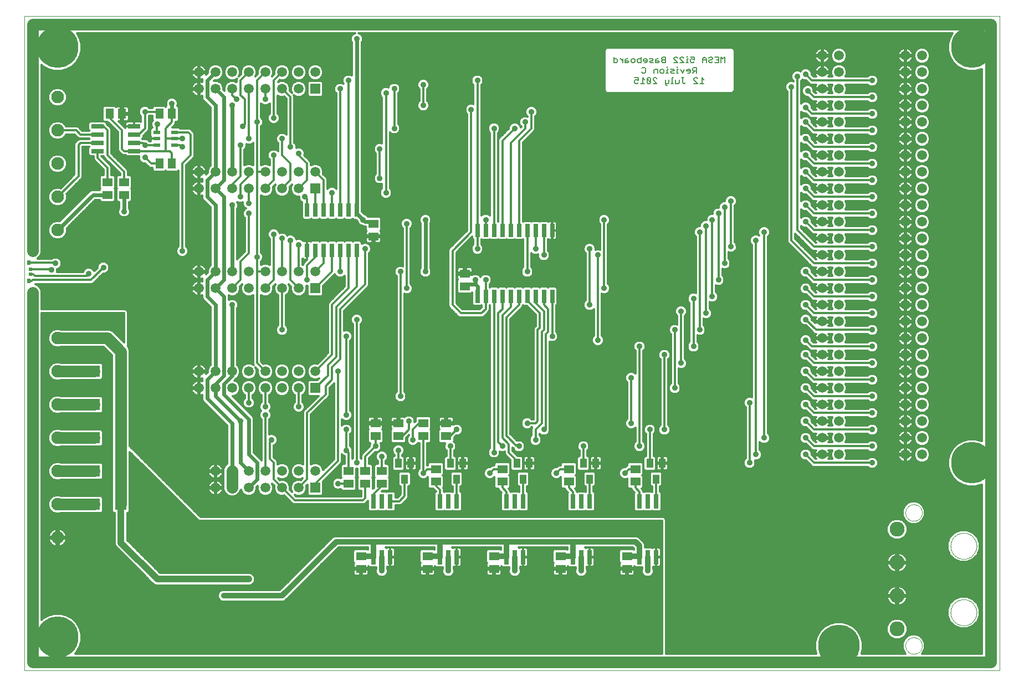
<source format=gbl>
G75*
%MOIN*%
%OFA0B0*%
%FSLAX24Y24*%
%IPPOS*%
%LPD*%
%AMOC8*
5,1,8,0,0,1.08239X$1,22.5*
%
%ADD10C,0.0000*%
%ADD11C,0.0060*%
%ADD12R,0.0594X0.0594*%
%ADD13C,0.0594*%
%ADD14C,0.0768*%
%ADD15C,0.0900*%
%ADD16C,0.2500*%
%ADD17R,0.0300X0.0850*%
%ADD18R,0.0591X0.0512*%
%ADD19R,0.0709X0.0669*%
%ADD20R,0.0394X0.0551*%
%ADD21R,0.0750X0.0250*%
%ADD22R,0.0512X0.0591*%
%ADD23R,0.0413X0.0236*%
%ADD24R,0.0260X0.0800*%
%ADD25R,0.0200X0.0310*%
%ADD26R,0.0200X0.0200*%
%ADD27C,0.0120*%
%ADD28C,0.0356*%
%ADD29C,0.0240*%
%ADD30C,0.0700*%
%ADD31C,0.0400*%
%ADD32C,0.0320*%
D10*
X002062Y000539D02*
X002062Y039909D01*
X060722Y039909D01*
X060722Y000539D01*
X002062Y000539D01*
X055062Y002039D02*
X055064Y002083D01*
X055070Y002127D01*
X055080Y002170D01*
X055093Y002212D01*
X055110Y002253D01*
X055131Y002292D01*
X055155Y002329D01*
X055182Y002364D01*
X055212Y002396D01*
X055245Y002426D01*
X055281Y002452D01*
X055318Y002476D01*
X055358Y002495D01*
X055399Y002512D01*
X055442Y002524D01*
X055485Y002533D01*
X055529Y002538D01*
X055573Y002539D01*
X055617Y002536D01*
X055661Y002529D01*
X055704Y002518D01*
X055746Y002504D01*
X055786Y002486D01*
X055825Y002464D01*
X055861Y002440D01*
X055895Y002412D01*
X055927Y002381D01*
X055956Y002347D01*
X055982Y002311D01*
X056004Y002273D01*
X056023Y002233D01*
X056038Y002191D01*
X056050Y002149D01*
X056058Y002105D01*
X056062Y002061D01*
X056062Y002017D01*
X056058Y001973D01*
X056050Y001929D01*
X056038Y001887D01*
X056023Y001845D01*
X056004Y001805D01*
X055982Y001767D01*
X055956Y001731D01*
X055927Y001697D01*
X055895Y001666D01*
X055861Y001638D01*
X055825Y001614D01*
X055786Y001592D01*
X055746Y001574D01*
X055704Y001560D01*
X055661Y001549D01*
X055617Y001542D01*
X055573Y001539D01*
X055529Y001540D01*
X055485Y001545D01*
X055442Y001554D01*
X055399Y001566D01*
X055358Y001583D01*
X055318Y001602D01*
X055281Y001626D01*
X055245Y001652D01*
X055212Y001682D01*
X055182Y001714D01*
X055155Y001749D01*
X055131Y001786D01*
X055110Y001825D01*
X055093Y001866D01*
X055080Y001908D01*
X055070Y001951D01*
X055064Y001995D01*
X055062Y002039D01*
X057777Y004039D02*
X057779Y004094D01*
X057785Y004149D01*
X057795Y004204D01*
X057808Y004258D01*
X057825Y004310D01*
X057846Y004362D01*
X057871Y004411D01*
X057899Y004459D01*
X057930Y004505D01*
X057965Y004548D01*
X058002Y004589D01*
X058042Y004627D01*
X058085Y004662D01*
X058130Y004695D01*
X058178Y004723D01*
X058227Y004749D01*
X058278Y004771D01*
X058330Y004789D01*
X058383Y004803D01*
X058438Y004814D01*
X058493Y004821D01*
X058548Y004824D01*
X058604Y004823D01*
X058659Y004818D01*
X058713Y004809D01*
X058767Y004797D01*
X058820Y004780D01*
X058872Y004760D01*
X058922Y004737D01*
X058970Y004709D01*
X059017Y004679D01*
X059061Y004645D01*
X059102Y004609D01*
X059141Y004569D01*
X059177Y004527D01*
X059210Y004482D01*
X059240Y004435D01*
X059266Y004387D01*
X059289Y004336D01*
X059308Y004284D01*
X059323Y004231D01*
X059335Y004177D01*
X059343Y004122D01*
X059347Y004067D01*
X059347Y004011D01*
X059343Y003956D01*
X059335Y003901D01*
X059323Y003847D01*
X059308Y003794D01*
X059289Y003742D01*
X059266Y003691D01*
X059240Y003643D01*
X059210Y003596D01*
X059177Y003551D01*
X059141Y003509D01*
X059102Y003469D01*
X059061Y003433D01*
X059017Y003399D01*
X058970Y003369D01*
X058922Y003341D01*
X058872Y003318D01*
X058820Y003298D01*
X058767Y003281D01*
X058713Y003269D01*
X058659Y003260D01*
X058604Y003255D01*
X058548Y003254D01*
X058493Y003257D01*
X058438Y003264D01*
X058383Y003275D01*
X058330Y003289D01*
X058278Y003307D01*
X058227Y003329D01*
X058178Y003355D01*
X058130Y003383D01*
X058085Y003416D01*
X058042Y003451D01*
X058002Y003489D01*
X057965Y003530D01*
X057930Y003573D01*
X057899Y003619D01*
X057871Y003667D01*
X057846Y003716D01*
X057825Y003768D01*
X057808Y003820D01*
X057795Y003874D01*
X057785Y003929D01*
X057779Y003984D01*
X057777Y004039D01*
X057777Y008039D02*
X057779Y008094D01*
X057785Y008149D01*
X057795Y008204D01*
X057808Y008258D01*
X057825Y008310D01*
X057846Y008362D01*
X057871Y008411D01*
X057899Y008459D01*
X057930Y008505D01*
X057965Y008548D01*
X058002Y008589D01*
X058042Y008627D01*
X058085Y008662D01*
X058130Y008695D01*
X058178Y008723D01*
X058227Y008749D01*
X058278Y008771D01*
X058330Y008789D01*
X058383Y008803D01*
X058438Y008814D01*
X058493Y008821D01*
X058548Y008824D01*
X058604Y008823D01*
X058659Y008818D01*
X058713Y008809D01*
X058767Y008797D01*
X058820Y008780D01*
X058872Y008760D01*
X058922Y008737D01*
X058970Y008709D01*
X059017Y008679D01*
X059061Y008645D01*
X059102Y008609D01*
X059141Y008569D01*
X059177Y008527D01*
X059210Y008482D01*
X059240Y008435D01*
X059266Y008387D01*
X059289Y008336D01*
X059308Y008284D01*
X059323Y008231D01*
X059335Y008177D01*
X059343Y008122D01*
X059347Y008067D01*
X059347Y008011D01*
X059343Y007956D01*
X059335Y007901D01*
X059323Y007847D01*
X059308Y007794D01*
X059289Y007742D01*
X059266Y007691D01*
X059240Y007643D01*
X059210Y007596D01*
X059177Y007551D01*
X059141Y007509D01*
X059102Y007469D01*
X059061Y007433D01*
X059017Y007399D01*
X058970Y007369D01*
X058922Y007341D01*
X058872Y007318D01*
X058820Y007298D01*
X058767Y007281D01*
X058713Y007269D01*
X058659Y007260D01*
X058604Y007255D01*
X058548Y007254D01*
X058493Y007257D01*
X058438Y007264D01*
X058383Y007275D01*
X058330Y007289D01*
X058278Y007307D01*
X058227Y007329D01*
X058178Y007355D01*
X058130Y007383D01*
X058085Y007416D01*
X058042Y007451D01*
X058002Y007489D01*
X057965Y007530D01*
X057930Y007573D01*
X057899Y007619D01*
X057871Y007667D01*
X057846Y007716D01*
X057825Y007768D01*
X057808Y007820D01*
X057795Y007874D01*
X057785Y007929D01*
X057779Y007984D01*
X057777Y008039D01*
X055062Y010039D02*
X055064Y010083D01*
X055070Y010127D01*
X055080Y010170D01*
X055093Y010212D01*
X055110Y010253D01*
X055131Y010292D01*
X055155Y010329D01*
X055182Y010364D01*
X055212Y010396D01*
X055245Y010426D01*
X055281Y010452D01*
X055318Y010476D01*
X055358Y010495D01*
X055399Y010512D01*
X055442Y010524D01*
X055485Y010533D01*
X055529Y010538D01*
X055573Y010539D01*
X055617Y010536D01*
X055661Y010529D01*
X055704Y010518D01*
X055746Y010504D01*
X055786Y010486D01*
X055825Y010464D01*
X055861Y010440D01*
X055895Y010412D01*
X055927Y010381D01*
X055956Y010347D01*
X055982Y010311D01*
X056004Y010273D01*
X056023Y010233D01*
X056038Y010191D01*
X056050Y010149D01*
X056058Y010105D01*
X056062Y010061D01*
X056062Y010017D01*
X056058Y009973D01*
X056050Y009929D01*
X056038Y009887D01*
X056023Y009845D01*
X056004Y009805D01*
X055982Y009767D01*
X055956Y009731D01*
X055927Y009697D01*
X055895Y009666D01*
X055861Y009638D01*
X055825Y009614D01*
X055786Y009592D01*
X055746Y009574D01*
X055704Y009560D01*
X055661Y009549D01*
X055617Y009542D01*
X055573Y009539D01*
X055529Y009540D01*
X055485Y009545D01*
X055442Y009554D01*
X055399Y009566D01*
X055358Y009583D01*
X055318Y009602D01*
X055281Y009626D01*
X055245Y009652D01*
X055212Y009682D01*
X055182Y009714D01*
X055155Y009749D01*
X055131Y009786D01*
X055110Y009825D01*
X055093Y009866D01*
X055080Y009908D01*
X055070Y009951D01*
X055064Y009995D01*
X055062Y010039D01*
D11*
X042931Y035869D02*
X042704Y035869D01*
X042817Y035869D02*
X042817Y036209D01*
X042931Y036096D01*
X042562Y036152D02*
X042505Y036209D01*
X042392Y036209D01*
X042335Y036152D01*
X042335Y036096D01*
X042562Y035869D01*
X042335Y035869D01*
X041826Y035926D02*
X041769Y035869D01*
X041712Y035869D01*
X041655Y035926D01*
X041655Y036209D01*
X041599Y036209D02*
X041712Y036209D01*
X041457Y036096D02*
X041457Y035926D01*
X041401Y035869D01*
X041230Y035869D01*
X041230Y036096D01*
X041089Y036209D02*
X041032Y036209D01*
X041032Y035869D01*
X040976Y035869D02*
X041089Y035869D01*
X040843Y035926D02*
X040787Y035869D01*
X040617Y035869D01*
X040617Y035812D02*
X040673Y035755D01*
X040730Y035755D01*
X040617Y035812D02*
X040617Y036096D01*
X040843Y036096D02*
X040843Y035926D01*
X040782Y036494D02*
X040669Y036494D01*
X040725Y036494D02*
X040725Y036721D01*
X040782Y036721D01*
X040725Y036834D02*
X040725Y036891D01*
X040629Y037119D02*
X040458Y037119D01*
X040402Y037176D01*
X040402Y037232D01*
X040458Y037289D01*
X040629Y037289D01*
X040629Y037459D02*
X040458Y037459D01*
X040402Y037402D01*
X040402Y037346D01*
X040458Y037289D01*
X040260Y037176D02*
X040204Y037232D01*
X040033Y037232D01*
X040033Y037289D02*
X040033Y037119D01*
X040204Y037119D01*
X040260Y037176D01*
X040204Y037346D02*
X040090Y037346D01*
X040033Y037289D01*
X039892Y037289D02*
X039835Y037346D01*
X039665Y037346D01*
X039722Y037232D02*
X039835Y037232D01*
X039892Y037289D01*
X039892Y037119D02*
X039722Y037119D01*
X039665Y037176D01*
X039722Y037232D01*
X039524Y037232D02*
X039297Y037232D01*
X039297Y037289D01*
X039353Y037346D01*
X039467Y037346D01*
X039524Y037289D01*
X039524Y037176D01*
X039467Y037119D01*
X039353Y037119D01*
X039155Y037119D02*
X038985Y037119D01*
X038928Y037176D01*
X038928Y037289D01*
X038985Y037346D01*
X039155Y037346D01*
X039155Y037459D02*
X039155Y037119D01*
X039261Y036834D02*
X039375Y036834D01*
X039432Y036777D01*
X039432Y036551D01*
X039375Y036494D01*
X039261Y036494D01*
X039205Y036551D01*
X039205Y036777D02*
X039261Y036834D01*
X038787Y037176D02*
X038730Y037119D01*
X038617Y037119D01*
X038560Y037176D01*
X038560Y037289D01*
X038617Y037346D01*
X038730Y037346D01*
X038787Y037289D01*
X038787Y037176D01*
X038419Y037176D02*
X038362Y037232D01*
X038192Y037232D01*
X038192Y037289D02*
X038192Y037119D01*
X038362Y037119D01*
X038419Y037176D01*
X038362Y037346D02*
X038249Y037346D01*
X038192Y037289D01*
X038050Y037346D02*
X038050Y037119D01*
X038050Y037232D02*
X037937Y037346D01*
X037880Y037346D01*
X037743Y037289D02*
X037687Y037346D01*
X037517Y037346D01*
X037517Y037459D02*
X037517Y037119D01*
X037687Y037119D01*
X037743Y037176D01*
X037743Y037289D01*
X038775Y036209D02*
X039002Y036209D01*
X039002Y036039D01*
X038888Y036096D01*
X038832Y036096D01*
X038775Y036039D01*
X038775Y035926D01*
X038832Y035869D01*
X038945Y035869D01*
X039002Y035926D01*
X039143Y035869D02*
X039370Y035869D01*
X039257Y035869D02*
X039257Y036209D01*
X039370Y036096D01*
X039512Y036152D02*
X039738Y035926D01*
X039682Y035869D01*
X039568Y035869D01*
X039512Y035926D01*
X039512Y036152D01*
X039568Y036209D01*
X039682Y036209D01*
X039738Y036152D01*
X039738Y035926D01*
X039880Y035869D02*
X040107Y035869D01*
X039880Y036096D01*
X039880Y036152D01*
X039937Y036209D01*
X040050Y036209D01*
X040107Y036152D01*
X040168Y036494D02*
X040168Y036721D01*
X039998Y036721D01*
X039941Y036664D01*
X039941Y036494D01*
X040310Y036551D02*
X040310Y036664D01*
X040366Y036721D01*
X040480Y036721D01*
X040536Y036664D01*
X040536Y036551D01*
X040480Y036494D01*
X040366Y036494D01*
X040310Y036551D01*
X040923Y036551D02*
X040980Y036607D01*
X041094Y036607D01*
X041150Y036664D01*
X041094Y036721D01*
X040923Y036721D01*
X040923Y036551D02*
X040980Y036494D01*
X041150Y036494D01*
X041282Y036494D02*
X041396Y036494D01*
X041339Y036494D02*
X041339Y036721D01*
X041396Y036721D01*
X041339Y036834D02*
X041339Y036891D01*
X041365Y037119D02*
X041138Y037346D01*
X041138Y037402D01*
X041195Y037459D01*
X041308Y037459D01*
X041365Y037402D01*
X041507Y037402D02*
X041563Y037459D01*
X041677Y037459D01*
X041733Y037402D01*
X041922Y037346D02*
X041922Y037119D01*
X041866Y037119D02*
X041979Y037119D01*
X042120Y037176D02*
X042120Y037289D01*
X042177Y037346D01*
X042234Y037346D01*
X042347Y037289D01*
X042347Y037459D01*
X042120Y037459D01*
X041979Y037346D02*
X041922Y037346D01*
X041922Y037459D02*
X041922Y037516D01*
X042120Y037176D02*
X042177Y037119D01*
X042291Y037119D01*
X042347Y037176D01*
X042331Y036834D02*
X042274Y036777D01*
X042274Y036664D01*
X042331Y036607D01*
X042501Y036607D01*
X042501Y036494D02*
X042501Y036834D01*
X042331Y036834D01*
X042387Y036607D02*
X042274Y036494D01*
X042132Y036551D02*
X042132Y036664D01*
X042076Y036721D01*
X041962Y036721D01*
X041906Y036664D01*
X041906Y036607D01*
X042132Y036607D01*
X042132Y036551D02*
X042076Y036494D01*
X041962Y036494D01*
X041764Y036721D02*
X041651Y036494D01*
X041537Y036721D01*
X041507Y037119D02*
X041733Y037119D01*
X041507Y037346D01*
X041507Y037402D01*
X041365Y037119D02*
X041138Y037119D01*
X040629Y037119D02*
X040629Y037459D01*
X042857Y037346D02*
X042857Y037119D01*
X042857Y037289D02*
X043084Y037289D01*
X043084Y037346D02*
X042971Y037459D01*
X042857Y037346D01*
X043084Y037346D02*
X043084Y037119D01*
X043225Y037176D02*
X043282Y037119D01*
X043396Y037119D01*
X043452Y037176D01*
X043396Y037289D02*
X043282Y037289D01*
X043225Y037232D01*
X043225Y037176D01*
X043396Y037289D02*
X043452Y037346D01*
X043452Y037402D01*
X043396Y037459D01*
X043282Y037459D01*
X043225Y037402D01*
X043594Y037459D02*
X043821Y037459D01*
X043821Y037119D01*
X043594Y037119D01*
X043707Y037289D02*
X043821Y037289D01*
X043962Y037459D02*
X043962Y037119D01*
X044189Y037119D02*
X044189Y037459D01*
X044075Y037346D01*
X043962Y037459D01*
D12*
X019562Y035539D03*
X019562Y029539D03*
X019562Y023539D03*
X019562Y017539D03*
X019562Y011539D03*
D13*
X018562Y011539D03*
X017562Y011539D03*
X016562Y011539D03*
X015562Y011539D03*
X014562Y011539D03*
X013562Y011539D03*
X013562Y012539D03*
X014562Y012539D03*
X015562Y012539D03*
X016562Y012539D03*
X017562Y012539D03*
X018562Y012539D03*
X019562Y012539D03*
X018562Y017539D03*
X017562Y017539D03*
X016562Y017539D03*
X015562Y017539D03*
X014562Y017539D03*
X013562Y017539D03*
X012562Y017539D03*
X012562Y018539D03*
X013562Y018539D03*
X014562Y018539D03*
X015562Y018539D03*
X016562Y018539D03*
X017562Y018539D03*
X018562Y018539D03*
X019562Y018539D03*
X018562Y023539D03*
X017562Y023539D03*
X016562Y023539D03*
X015562Y023539D03*
X014562Y023539D03*
X013562Y023539D03*
X012562Y023539D03*
X012562Y024539D03*
X013562Y024539D03*
X014562Y024539D03*
X015562Y024539D03*
X016562Y024539D03*
X017562Y024539D03*
X018562Y024539D03*
X019562Y024539D03*
X018562Y029539D03*
X017562Y029539D03*
X016562Y029539D03*
X015562Y029539D03*
X014562Y029539D03*
X013562Y029539D03*
X012562Y029539D03*
X012562Y030539D03*
X013562Y030539D03*
X014562Y030539D03*
X015562Y030539D03*
X016562Y030539D03*
X017562Y030539D03*
X018562Y030539D03*
X019562Y030539D03*
X018562Y035539D03*
X017562Y035539D03*
X016562Y035539D03*
X015562Y035539D03*
X014562Y035539D03*
X013562Y035539D03*
X012562Y035539D03*
X012562Y036539D03*
X013562Y036539D03*
X014562Y036539D03*
X015562Y036539D03*
X016562Y036539D03*
X017562Y036539D03*
X018562Y036539D03*
X019562Y036539D03*
X050062Y036539D03*
X051062Y036539D03*
X051062Y037539D03*
X050062Y037539D03*
X050062Y035539D03*
X051062Y035539D03*
X051062Y034539D03*
X050062Y034539D03*
X050062Y033539D03*
X051062Y033539D03*
X051062Y032539D03*
X050062Y032539D03*
X050062Y031539D03*
X051062Y031539D03*
X051062Y030539D03*
X050062Y030539D03*
X050062Y029539D03*
X051062Y029539D03*
X051062Y028539D03*
X050062Y028539D03*
X050062Y027539D03*
X051062Y027539D03*
X051062Y026539D03*
X050062Y026539D03*
X050062Y025539D03*
X051062Y025539D03*
X051062Y024539D03*
X050062Y024539D03*
X050062Y023539D03*
X051062Y023539D03*
X051062Y022539D03*
X050062Y022539D03*
X050062Y021539D03*
X051062Y021539D03*
X051062Y020539D03*
X050062Y020539D03*
X050062Y019539D03*
X051062Y019539D03*
X051062Y018539D03*
X050062Y018539D03*
X050062Y017539D03*
X051062Y017539D03*
X051062Y016539D03*
X050062Y016539D03*
X050062Y015539D03*
X051062Y015539D03*
X051062Y014539D03*
X050062Y014539D03*
X050062Y013539D03*
X051062Y013539D03*
X055062Y013539D03*
X056062Y013539D03*
X056062Y014539D03*
X056062Y015539D03*
X055062Y015539D03*
X055062Y014539D03*
X055062Y016539D03*
X055062Y017539D03*
X056062Y017539D03*
X056062Y016539D03*
X056062Y018539D03*
X056062Y019539D03*
X055062Y019539D03*
X055062Y018539D03*
X055062Y020539D03*
X055062Y021539D03*
X056062Y021539D03*
X056062Y020539D03*
X056062Y022539D03*
X056062Y023539D03*
X055062Y023539D03*
X055062Y022539D03*
X055062Y024539D03*
X055062Y025539D03*
X056062Y025539D03*
X056062Y024539D03*
X056062Y026539D03*
X056062Y027539D03*
X055062Y027539D03*
X055062Y026539D03*
X055062Y028539D03*
X055062Y029539D03*
X056062Y029539D03*
X056062Y028539D03*
X056062Y030539D03*
X056062Y031539D03*
X055062Y031539D03*
X055062Y030539D03*
X055062Y032539D03*
X055062Y033539D03*
X056062Y033539D03*
X056062Y032539D03*
X056062Y034539D03*
X056062Y035539D03*
X055062Y035539D03*
X055062Y034539D03*
X055062Y036539D03*
X055062Y037539D03*
X056062Y037539D03*
X056062Y036539D03*
D14*
X004062Y035039D03*
X004062Y033039D03*
X004062Y031039D03*
X004062Y029039D03*
X004062Y027039D03*
X004062Y020539D03*
X004062Y018539D03*
X004062Y016539D03*
X004062Y014539D03*
X004062Y012539D03*
X004062Y010539D03*
X004062Y008539D03*
D15*
X054562Y009039D03*
X054562Y007039D03*
X054562Y005039D03*
X054562Y003039D03*
D16*
X051062Y002039D03*
X059062Y013039D03*
X059062Y038039D03*
X004062Y038039D03*
X004062Y002539D03*
D17*
X023062Y007359D03*
X023562Y007359D03*
X024062Y007359D03*
X027062Y007359D03*
X027562Y007359D03*
X028062Y007359D03*
X031062Y007359D03*
X031562Y007359D03*
X032062Y007359D03*
X035062Y007359D03*
X035562Y007359D03*
X036062Y007359D03*
X039062Y007359D03*
X039562Y007359D03*
X040062Y007359D03*
X040062Y010719D03*
X039562Y010719D03*
X039062Y010719D03*
X036062Y010719D03*
X035562Y010719D03*
X035062Y010719D03*
X032062Y010719D03*
X031562Y010719D03*
X031062Y010719D03*
X028062Y010719D03*
X027562Y010719D03*
X027062Y010719D03*
X024062Y010719D03*
X023562Y010719D03*
X023062Y010719D03*
D18*
X022562Y011790D03*
X023562Y011790D03*
X023562Y012538D03*
X022562Y012538D03*
X021562Y012538D03*
X021562Y011790D03*
X023187Y014665D03*
X023187Y015413D03*
X024562Y015413D03*
X024562Y014665D03*
X026062Y014665D03*
X026062Y015413D03*
X027437Y015413D03*
X027437Y014665D03*
X026812Y012663D03*
X026812Y011915D03*
X030812Y011915D03*
X030812Y012663D03*
X034812Y012663D03*
X034812Y011915D03*
X038812Y011915D03*
X038812Y012663D03*
X038312Y007413D03*
X038312Y006665D03*
X034312Y006665D03*
X034312Y007413D03*
X030312Y007413D03*
X030312Y006665D03*
X026312Y006665D03*
X026312Y007413D03*
X022312Y007413D03*
X022312Y006665D03*
X028562Y023665D03*
X028562Y024413D03*
X023062Y026665D03*
X023062Y027413D03*
X008062Y029165D03*
X008062Y029913D03*
X007062Y029913D03*
X007062Y029165D03*
D19*
X006255Y018539D03*
X007869Y018539D03*
X007869Y016539D03*
X006255Y016539D03*
X006255Y014539D03*
X007869Y014539D03*
X007869Y012539D03*
X006255Y012539D03*
X006255Y010539D03*
X007869Y010539D03*
D20*
X024563Y013011D03*
X025311Y013011D03*
X024937Y012066D03*
X027688Y013011D03*
X028436Y013011D03*
X028062Y012066D03*
X031688Y013011D03*
X032436Y013011D03*
X032062Y012066D03*
X035688Y013011D03*
X036436Y013011D03*
X036062Y012066D03*
X039688Y013011D03*
X040436Y013011D03*
X040062Y012066D03*
D21*
X008662Y031789D03*
X008662Y032289D03*
X008662Y032789D03*
X008662Y033289D03*
X006462Y033289D03*
X006462Y032789D03*
X006462Y032289D03*
X006462Y031789D03*
D22*
X007188Y034039D03*
X007936Y034039D03*
X010188Y034039D03*
X010936Y034039D03*
X010936Y031039D03*
X010188Y031039D03*
D23*
X010031Y032165D03*
X010031Y032539D03*
X010031Y032913D03*
X011094Y032913D03*
X011094Y032539D03*
X011094Y032165D03*
D24*
X019062Y028249D03*
X019562Y028249D03*
X020062Y028249D03*
X020562Y028249D03*
X021062Y028249D03*
X021562Y028249D03*
X022062Y028249D03*
X022062Y025829D03*
X021562Y025829D03*
X021062Y025829D03*
X020562Y025829D03*
X020062Y025829D03*
X019562Y025829D03*
X019062Y025829D03*
X029312Y027019D03*
X029812Y027019D03*
X030312Y027019D03*
X030812Y027019D03*
X031312Y027019D03*
X031812Y027019D03*
X032312Y027019D03*
X032812Y027019D03*
X033312Y027019D03*
X033812Y027019D03*
X033812Y023059D03*
X033312Y023059D03*
X032812Y023059D03*
X032312Y023059D03*
X031812Y023059D03*
X031312Y023059D03*
X030812Y023059D03*
X030312Y023059D03*
X029812Y023059D03*
X029312Y023059D03*
D25*
X002312Y023984D03*
X002312Y025094D03*
D26*
X002412Y024699D03*
X002412Y024379D03*
D27*
X002597Y024379D01*
X002687Y024289D01*
X005812Y024289D01*
X005937Y024414D01*
X005597Y024529D02*
X004019Y024529D01*
X004045Y024593D01*
X004045Y024696D01*
X004140Y024735D01*
X004241Y024836D01*
X004295Y024968D01*
X004295Y025110D01*
X004241Y025242D01*
X004140Y025342D01*
X004008Y025397D01*
X003866Y025397D01*
X003734Y025342D01*
X003726Y025334D01*
X002848Y025334D01*
X002862Y025340D01*
X003011Y025489D01*
X003092Y025683D01*
X003092Y036987D01*
X003184Y036895D01*
X003510Y036706D01*
X003874Y036609D01*
X004250Y036609D01*
X004614Y036706D01*
X004940Y036895D01*
X005206Y037161D01*
X005395Y037487D01*
X005492Y037851D01*
X005492Y038227D01*
X005395Y038591D01*
X005225Y038884D01*
X021959Y038884D01*
X021859Y038842D01*
X021758Y038742D01*
X021704Y038610D01*
X021704Y038468D01*
X021758Y038336D01*
X021762Y038332D01*
X021762Y036344D01*
X021633Y036397D01*
X021491Y036397D01*
X021359Y036342D01*
X021258Y036242D01*
X021204Y036110D01*
X021204Y035968D01*
X021254Y035847D01*
X021133Y035897D01*
X020991Y035897D01*
X020859Y035842D01*
X020758Y035742D01*
X020704Y035610D01*
X020704Y035468D01*
X020758Y035336D01*
X020822Y035272D01*
X020822Y029535D01*
X020765Y029592D01*
X020633Y029647D01*
X020491Y029647D01*
X020359Y029592D01*
X020302Y029535D01*
X020302Y030087D01*
X020265Y030175D01*
X020026Y030414D01*
X020039Y030444D01*
X020039Y030634D01*
X019966Y030809D01*
X019832Y030943D01*
X019657Y031016D01*
X019467Y031016D01*
X019302Y030947D01*
X019302Y031087D01*
X019265Y031175D01*
X019198Y031242D01*
X018899Y031541D01*
X018920Y031593D01*
X018920Y031735D01*
X018866Y031867D01*
X018765Y031967D01*
X018633Y032022D01*
X018491Y032022D01*
X018420Y031993D01*
X018420Y032110D01*
X018366Y032242D01*
X018302Y032305D01*
X018302Y035087D01*
X018275Y035151D01*
X018292Y035135D01*
X018467Y035062D01*
X018657Y035062D01*
X018832Y035135D01*
X018966Y035269D01*
X019039Y035444D01*
X019039Y035634D01*
X018966Y035809D01*
X018832Y035943D01*
X018657Y036016D01*
X018467Y036016D01*
X018292Y035943D01*
X018158Y035809D01*
X018085Y035634D01*
X018085Y035444D01*
X018148Y035292D01*
X018026Y035414D01*
X018039Y035444D01*
X018039Y035634D01*
X017966Y035809D01*
X017832Y035943D01*
X017657Y036016D01*
X017467Y036016D01*
X017315Y035953D01*
X017437Y036074D01*
X017467Y036062D01*
X017657Y036062D01*
X017832Y036135D01*
X017966Y036269D01*
X018039Y036444D01*
X018039Y036634D01*
X017966Y036809D01*
X017832Y036943D01*
X017657Y037016D01*
X017467Y037016D01*
X017292Y036943D01*
X017158Y036809D01*
X017085Y036634D01*
X017085Y036444D01*
X017098Y036414D01*
X016976Y036292D01*
X017039Y036444D01*
X017039Y036634D01*
X016966Y036809D01*
X016832Y036943D01*
X016657Y037016D01*
X016467Y037016D01*
X016292Y036943D01*
X016158Y036809D01*
X016085Y036634D01*
X016085Y036444D01*
X016098Y036414D01*
X015976Y036292D01*
X016039Y036444D01*
X016039Y036634D01*
X015966Y036809D01*
X015832Y036943D01*
X015657Y037016D01*
X015467Y037016D01*
X015292Y036943D01*
X015158Y036809D01*
X015085Y036634D01*
X015085Y036444D01*
X015098Y036414D01*
X014976Y036292D01*
X015039Y036444D01*
X015039Y036634D01*
X014966Y036809D01*
X014832Y036943D01*
X014657Y037016D01*
X014467Y037016D01*
X014292Y036943D01*
X014158Y036809D01*
X014085Y036634D01*
X014085Y036444D01*
X014158Y036269D01*
X014292Y036135D01*
X014467Y036062D01*
X014657Y036062D01*
X014832Y036135D01*
X014849Y036151D01*
X014822Y036087D01*
X014822Y035947D01*
X014657Y036016D01*
X014467Y036016D01*
X014292Y035943D01*
X014158Y035809D01*
X014085Y035634D01*
X014085Y035444D01*
X014088Y035437D01*
X014039Y035486D01*
X014039Y035634D01*
X013966Y035809D01*
X013832Y035943D01*
X013657Y036016D01*
X013467Y036016D01*
X013460Y036013D01*
X013509Y036062D01*
X013657Y036062D01*
X013832Y036135D01*
X013966Y036269D01*
X014039Y036444D01*
X014039Y036634D01*
X013966Y036809D01*
X013832Y036943D01*
X013657Y037016D01*
X013467Y037016D01*
X013292Y036943D01*
X013158Y036809D01*
X013085Y036634D01*
X013085Y036486D01*
X012996Y036398D01*
X013008Y036432D01*
X013018Y036500D01*
X012600Y036500D01*
X012600Y036082D01*
X012669Y036093D01*
X012737Y036115D01*
X012777Y036136D01*
X012762Y036099D01*
X012762Y035950D01*
X012737Y035962D01*
X012669Y035984D01*
X012600Y035995D01*
X012600Y035577D01*
X012524Y035577D01*
X012524Y035995D01*
X012455Y035984D01*
X012387Y035962D01*
X012323Y035930D01*
X012264Y035887D01*
X012214Y035836D01*
X012171Y035778D01*
X012139Y035714D01*
X012116Y035646D01*
X012106Y035577D01*
X012524Y035577D01*
X012524Y035500D01*
X012600Y035500D01*
X012600Y035082D01*
X012669Y035093D01*
X012737Y035115D01*
X012762Y035128D01*
X012762Y034979D01*
X012808Y034869D01*
X012892Y034785D01*
X013262Y034415D01*
X013262Y030913D01*
X013158Y030809D01*
X013085Y030634D01*
X013085Y030486D01*
X012996Y030398D01*
X013008Y030432D01*
X013018Y030500D01*
X012600Y030500D01*
X012600Y030082D01*
X012669Y030093D01*
X012737Y030115D01*
X012777Y030136D01*
X012762Y030099D01*
X012762Y029950D01*
X012737Y029962D01*
X012669Y029984D01*
X012600Y029995D01*
X012600Y029577D01*
X012524Y029577D01*
X012524Y029995D01*
X012455Y029984D01*
X012387Y029962D01*
X012323Y029930D01*
X012264Y029887D01*
X012214Y029836D01*
X012171Y029778D01*
X012139Y029714D01*
X012116Y029646D01*
X012106Y029577D01*
X012524Y029577D01*
X012524Y029500D01*
X012600Y029500D01*
X012600Y029082D01*
X012669Y029093D01*
X012737Y029115D01*
X012762Y029128D01*
X012762Y028979D01*
X011802Y028979D01*
X011802Y029097D02*
X012442Y029097D01*
X012455Y029093D02*
X012524Y029082D01*
X012524Y029500D01*
X012106Y029500D01*
X012116Y029432D01*
X012139Y029363D01*
X012171Y029299D01*
X012214Y029241D01*
X012264Y029190D01*
X012323Y029148D01*
X012387Y029115D01*
X012455Y029093D01*
X012524Y029097D02*
X012600Y029097D01*
X012682Y029097D02*
X012762Y029097D01*
X012762Y028979D02*
X012808Y028869D01*
X012892Y028785D01*
X013262Y028415D01*
X013262Y024913D01*
X013158Y024809D01*
X013085Y024634D01*
X013085Y024486D01*
X012996Y024398D01*
X013008Y024432D01*
X013018Y024500D01*
X012600Y024500D01*
X012600Y024082D01*
X012669Y024093D01*
X012737Y024115D01*
X012777Y024136D01*
X012762Y024099D01*
X012762Y023950D01*
X012737Y023962D01*
X012669Y023984D01*
X012600Y023995D01*
X012600Y023577D01*
X012524Y023577D01*
X012524Y023995D01*
X012455Y023984D01*
X012387Y023962D01*
X012323Y023930D01*
X012264Y023887D01*
X012214Y023836D01*
X012171Y023778D01*
X012139Y023714D01*
X012116Y023646D01*
X012106Y023577D01*
X012524Y023577D01*
X012524Y023500D01*
X012600Y023500D01*
X012600Y023082D01*
X012669Y023093D01*
X012737Y023115D01*
X012762Y023128D01*
X012762Y022979D01*
X012808Y022869D01*
X012892Y022785D01*
X013262Y022415D01*
X013262Y018913D01*
X013158Y018809D01*
X013085Y018634D01*
X013085Y018486D01*
X012996Y018398D01*
X013008Y018432D01*
X013018Y018500D01*
X012600Y018500D01*
X012600Y018082D01*
X012669Y018093D01*
X012737Y018115D01*
X012777Y018136D01*
X012762Y018099D01*
X012762Y017950D01*
X012737Y017962D01*
X012669Y017984D01*
X012600Y017995D01*
X012600Y017577D01*
X012524Y017577D01*
X012524Y017995D01*
X012455Y017984D01*
X012387Y017962D01*
X012323Y017930D01*
X012264Y017887D01*
X012214Y017836D01*
X012171Y017778D01*
X012139Y017714D01*
X012116Y017646D01*
X012106Y017577D01*
X012524Y017577D01*
X012524Y017500D01*
X012600Y017500D01*
X012600Y017082D01*
X012669Y017093D01*
X012737Y017115D01*
X012762Y017128D01*
X012762Y016854D01*
X012808Y016744D01*
X014262Y015290D01*
X014262Y012988D01*
X014262Y012988D01*
X014113Y012839D01*
X014032Y012644D01*
X014032Y011433D01*
X014113Y011239D01*
X014262Y011090D01*
X014457Y011009D01*
X014667Y011009D01*
X014862Y011090D01*
X015011Y011239D01*
X015091Y011430D01*
X015158Y011269D01*
X015292Y011135D01*
X015467Y011062D01*
X015657Y011062D01*
X015832Y011135D01*
X015966Y011269D01*
X016039Y011444D01*
X016039Y011591D01*
X016088Y011641D01*
X016085Y011634D01*
X016085Y011444D01*
X016158Y011269D01*
X016292Y011135D01*
X016467Y011062D01*
X016657Y011062D01*
X016832Y011135D01*
X016966Y011269D01*
X017039Y011444D01*
X017039Y011634D01*
X016976Y011785D01*
X017098Y011664D01*
X017085Y011634D01*
X017085Y011444D01*
X017158Y011269D01*
X017292Y011135D01*
X017467Y011062D01*
X017657Y011062D01*
X017687Y011074D01*
X018176Y010585D01*
X018264Y010549D01*
X022485Y010549D01*
X022573Y010585D01*
X022640Y010653D01*
X022732Y010744D01*
X022732Y010219D01*
X022837Y010114D01*
X023287Y010114D01*
X023312Y010139D01*
X023337Y010114D01*
X023787Y010114D01*
X023812Y010139D01*
X023837Y010114D01*
X024287Y010114D01*
X024392Y010219D01*
X024392Y010479D01*
X024665Y010479D01*
X024753Y010515D01*
X024820Y010583D01*
X025140Y010903D01*
X025177Y010991D01*
X025177Y011611D01*
X025208Y011611D01*
X025314Y011716D01*
X025314Y012417D01*
X025208Y012522D01*
X024666Y012522D01*
X024560Y012417D01*
X024560Y011716D01*
X024666Y011611D01*
X024697Y011611D01*
X024697Y011138D01*
X024518Y010959D01*
X024392Y010959D01*
X024392Y011218D01*
X024287Y011324D01*
X023837Y011324D01*
X023812Y011298D01*
X023787Y011324D01*
X023561Y011324D01*
X023591Y011354D01*
X023932Y011354D01*
X024037Y011459D01*
X024037Y012120D01*
X023994Y012164D01*
X024037Y012207D01*
X024037Y012868D01*
X023932Y012974D01*
X023802Y012974D01*
X023802Y013147D01*
X023866Y013211D01*
X023920Y013343D01*
X023920Y013485D01*
X023866Y013617D01*
X023765Y013717D01*
X023633Y013772D01*
X023491Y013772D01*
X023359Y013717D01*
X023258Y013617D01*
X023204Y013485D01*
X023204Y013343D01*
X023258Y013211D01*
X023322Y013147D01*
X023322Y012974D01*
X023192Y012974D01*
X023087Y012868D01*
X023087Y012207D01*
X023130Y012164D01*
X023087Y012120D01*
X023087Y011528D01*
X023037Y011479D01*
X023037Y012120D01*
X022994Y012164D01*
X023037Y012207D01*
X023037Y012868D01*
X022932Y012974D01*
X022802Y012974D01*
X022802Y013314D01*
X023168Y013681D01*
X023258Y013681D01*
X023390Y013735D01*
X023491Y013836D01*
X023545Y013968D01*
X023545Y014110D01*
X023496Y014229D01*
X023557Y014229D01*
X023662Y014334D01*
X023662Y014995D01*
X023605Y015053D01*
X023610Y015059D01*
X023631Y015095D01*
X023642Y015136D01*
X023642Y015353D01*
X023247Y015353D01*
X023247Y015473D01*
X023127Y015473D01*
X023127Y015829D01*
X022871Y015829D01*
X022830Y015818D01*
X022793Y015797D01*
X022764Y015767D01*
X022743Y015731D01*
X022732Y015690D01*
X022732Y015473D01*
X023127Y015473D01*
X023127Y015353D01*
X022732Y015353D01*
X022732Y015136D01*
X022743Y015095D01*
X022764Y015059D01*
X022769Y015053D01*
X022712Y014995D01*
X022712Y014334D01*
X022817Y014229D01*
X022878Y014229D01*
X022829Y014110D01*
X022829Y014020D01*
X022359Y013550D01*
X022322Y013462D01*
X022322Y013285D01*
X022302Y013305D01*
X022302Y021397D01*
X022366Y021461D01*
X022420Y021593D01*
X022420Y021735D01*
X022366Y021867D01*
X022265Y021967D01*
X022133Y022022D01*
X021991Y022022D01*
X021859Y021967D01*
X021758Y021867D01*
X021704Y021735D01*
X021704Y021593D01*
X021758Y021461D01*
X021822Y021397D01*
X021822Y013305D01*
X021802Y013285D01*
X021802Y013712D01*
X021795Y013728D01*
X021795Y013860D01*
X021741Y013992D01*
X021677Y014055D01*
X021677Y014772D01*
X021741Y014836D01*
X021795Y014968D01*
X021795Y015110D01*
X021741Y015242D01*
X021640Y015342D01*
X021508Y015397D01*
X021366Y015397D01*
X021234Y015342D01*
X021177Y015285D01*
X021177Y015667D01*
X021234Y015610D01*
X021366Y015556D01*
X021508Y015556D01*
X021640Y015610D01*
X021741Y015711D01*
X021795Y015843D01*
X021795Y015985D01*
X021741Y016117D01*
X021677Y016180D01*
X021677Y020397D01*
X021741Y020461D01*
X021795Y020593D01*
X021795Y020735D01*
X021741Y020867D01*
X021640Y020967D01*
X021508Y021022D01*
X021366Y021022D01*
X021302Y020996D01*
X021302Y022189D01*
X022765Y023653D01*
X022802Y023741D01*
X022802Y025647D01*
X022866Y025711D01*
X022920Y025843D01*
X022920Y025985D01*
X022866Y026117D01*
X022765Y026217D01*
X022633Y026272D01*
X022491Y026272D01*
X022372Y026223D01*
X022372Y026303D01*
X022267Y026409D01*
X021857Y026409D01*
X021812Y026363D01*
X021767Y026409D01*
X021357Y026409D01*
X021312Y026363D01*
X021267Y026409D01*
X020857Y026409D01*
X020812Y026363D01*
X020767Y026409D01*
X020357Y026409D01*
X020312Y026363D01*
X020267Y026409D01*
X019857Y026409D01*
X019812Y026363D01*
X019767Y026409D01*
X019357Y026409D01*
X019298Y026349D01*
X019290Y026357D01*
X019254Y026378D01*
X019213Y026389D01*
X019067Y026389D01*
X019067Y025834D01*
X019057Y025834D01*
X019057Y026389D01*
X018911Y026389D01*
X018870Y026378D01*
X018860Y026372D01*
X018765Y026467D01*
X018633Y026522D01*
X018491Y026522D01*
X018417Y026492D01*
X018366Y026617D01*
X018265Y026717D01*
X018133Y026772D01*
X017991Y026772D01*
X017873Y026723D01*
X017866Y026742D01*
X017765Y026842D01*
X017633Y026897D01*
X017491Y026897D01*
X017417Y026867D01*
X017366Y026992D01*
X017265Y027092D01*
X017133Y027147D01*
X016991Y027147D01*
X016859Y027092D01*
X016758Y026992D01*
X016704Y026860D01*
X016704Y026718D01*
X016758Y026586D01*
X016822Y026522D01*
X016822Y024947D01*
X016657Y025016D01*
X016467Y025016D01*
X016302Y024947D01*
X016302Y025147D01*
X016366Y025211D01*
X016420Y025343D01*
X016420Y025485D01*
X016366Y025617D01*
X016302Y025680D01*
X016302Y029130D01*
X016467Y029062D01*
X016657Y029062D01*
X016832Y029135D01*
X016966Y029269D01*
X017039Y029444D01*
X017039Y029634D01*
X017026Y029664D01*
X017148Y029785D01*
X017085Y029634D01*
X017085Y029444D01*
X017158Y029269D01*
X017292Y029135D01*
X017467Y029062D01*
X017657Y029062D01*
X017832Y029135D01*
X017966Y029269D01*
X018039Y029444D01*
X018039Y029634D01*
X018026Y029664D01*
X018148Y029785D01*
X018085Y029634D01*
X018085Y029444D01*
X018158Y029269D01*
X018292Y029135D01*
X018467Y029062D01*
X018579Y029062D01*
X018579Y028968D01*
X018633Y028836D01*
X018734Y028735D01*
X018755Y028727D01*
X018752Y028723D01*
X018752Y027774D01*
X018857Y027669D01*
X019267Y027669D01*
X019312Y027714D01*
X019357Y027669D01*
X019767Y027669D01*
X019812Y027714D01*
X019857Y027669D01*
X020267Y027669D01*
X020312Y027714D01*
X020357Y027669D01*
X020767Y027669D01*
X020812Y027714D01*
X020857Y027669D01*
X021267Y027669D01*
X021312Y027714D01*
X021357Y027669D01*
X021767Y027669D01*
X021812Y027714D01*
X021857Y027669D01*
X022008Y027669D01*
X022079Y027598D01*
X022079Y027593D01*
X022133Y027461D01*
X022234Y027360D01*
X022366Y027306D01*
X022371Y027306D01*
X022392Y027285D01*
X022502Y027239D01*
X022587Y027239D01*
X022587Y027082D01*
X022644Y027025D01*
X022639Y027019D01*
X022618Y026982D01*
X022607Y026942D01*
X022607Y026725D01*
X023002Y026725D01*
X023002Y026605D01*
X022607Y026605D01*
X022607Y026388D01*
X022618Y026347D01*
X022639Y026311D01*
X022668Y026281D01*
X022705Y026260D01*
X022746Y026249D01*
X023002Y026249D01*
X023002Y026605D01*
X023122Y026605D01*
X023122Y026725D01*
X023517Y026725D01*
X023517Y026942D01*
X023506Y026982D01*
X023485Y027019D01*
X023480Y027025D01*
X023537Y027082D01*
X023537Y027743D01*
X023432Y027849D01*
X022748Y027849D01*
X022741Y027867D01*
X022640Y027967D01*
X022508Y028022D01*
X022503Y028022D01*
X022372Y028153D01*
X022372Y028723D01*
X022362Y028733D01*
X022362Y038332D01*
X022366Y038336D01*
X022420Y038468D01*
X022420Y038610D01*
X022366Y038742D01*
X022265Y038842D01*
X022165Y038884D01*
X057899Y038884D01*
X057729Y038591D01*
X057632Y038227D01*
X057632Y037851D01*
X057729Y037487D01*
X057918Y037161D01*
X058184Y036895D01*
X058510Y036706D01*
X058874Y036609D01*
X059250Y036609D01*
X059614Y036706D01*
X059657Y036731D01*
X059657Y014347D01*
X059614Y014371D01*
X059250Y014469D01*
X058874Y014469D01*
X058510Y014371D01*
X058184Y014183D01*
X057918Y013917D01*
X057729Y013591D01*
X057632Y013227D01*
X057632Y012851D01*
X057729Y012487D01*
X057918Y012161D01*
X058184Y011895D01*
X058510Y011706D01*
X058874Y011609D01*
X059250Y011609D01*
X059614Y011706D01*
X059657Y011731D01*
X059657Y001569D01*
X056054Y001569D01*
X056138Y001654D01*
X056242Y001904D01*
X056242Y002174D01*
X056138Y002424D01*
X055947Y002615D01*
X055697Y002719D01*
X055427Y002719D01*
X055177Y002615D01*
X054986Y002424D01*
X054882Y002174D01*
X054882Y001904D01*
X054986Y001654D01*
X055070Y001569D01*
X052417Y001569D01*
X052492Y001851D01*
X052492Y002227D01*
X052395Y002591D01*
X052206Y002917D01*
X051940Y003183D01*
X051614Y003371D01*
X051250Y003469D01*
X050874Y003469D01*
X050510Y003371D01*
X050184Y003183D01*
X049918Y002917D01*
X049729Y002591D01*
X049632Y002227D01*
X049632Y001851D01*
X049708Y001569D01*
X040677Y001569D01*
X040677Y009587D01*
X040640Y009675D01*
X040573Y009742D01*
X040485Y009779D01*
X012661Y009779D01*
X008399Y014041D01*
X008399Y014125D01*
X008403Y014130D01*
X008403Y014948D01*
X008399Y014952D01*
X008399Y016125D01*
X008403Y016130D01*
X008403Y016948D01*
X008399Y016952D01*
X008399Y018125D01*
X008403Y018130D01*
X008403Y018948D01*
X008399Y018952D01*
X008399Y019837D01*
X008318Y020032D01*
X008302Y020048D01*
X008302Y022087D01*
X008265Y022175D01*
X008198Y022242D01*
X008110Y022279D01*
X003092Y022279D01*
X003092Y023394D01*
X003011Y023589D01*
X002862Y023738D01*
X002716Y023799D01*
X006110Y023799D01*
X006198Y023835D01*
X006265Y023903D01*
X006793Y024431D01*
X006883Y024431D01*
X007015Y024485D01*
X007116Y024586D01*
X007170Y024718D01*
X007170Y024860D01*
X007116Y024992D01*
X007015Y025092D01*
X006883Y025147D01*
X006741Y025147D01*
X006609Y025092D01*
X006508Y024992D01*
X006454Y024860D01*
X006454Y024770D01*
X006258Y024574D01*
X006241Y024617D01*
X006140Y024717D01*
X006008Y024772D01*
X005866Y024772D01*
X005734Y024717D01*
X005633Y024617D01*
X005597Y024529D01*
X005624Y024594D02*
X004045Y024594D01*
X004086Y024713D02*
X005730Y024713D01*
X006144Y024713D02*
X006397Y024713D01*
X006454Y024831D02*
X004236Y024831D01*
X004288Y024950D02*
X006491Y024950D01*
X006585Y025068D02*
X004295Y025068D01*
X004263Y025187D02*
X013262Y025187D01*
X013262Y025305D02*
X004177Y025305D01*
X003937Y025039D02*
X003882Y025094D01*
X002312Y025094D01*
X002412Y024699D02*
X003652Y024699D01*
X003687Y024664D01*
X002947Y025424D02*
X013262Y025424D01*
X013262Y025542D02*
X011822Y025542D01*
X011866Y025586D02*
X011920Y025718D01*
X011920Y025860D01*
X011866Y025992D01*
X011802Y026055D01*
X011802Y030939D01*
X012198Y031335D01*
X012265Y031403D01*
X012302Y031491D01*
X012302Y032837D01*
X012265Y032925D01*
X012198Y032992D01*
X012074Y033116D01*
X011986Y033153D01*
X011433Y033153D01*
X011375Y033211D01*
X010949Y033211D01*
X011139Y033402D01*
X011176Y033490D01*
X011176Y033564D01*
X011266Y033564D01*
X011372Y033669D01*
X011372Y034409D01*
X011266Y034514D01*
X011263Y034514D01*
X011295Y034593D01*
X011295Y034735D01*
X011241Y034867D01*
X011140Y034967D01*
X011008Y035022D01*
X010866Y035022D01*
X010734Y034967D01*
X010633Y034867D01*
X010579Y034735D01*
X010579Y034593D01*
X010611Y034514D01*
X010606Y034514D01*
X010562Y034471D01*
X010518Y034514D01*
X009858Y034514D01*
X009752Y034409D01*
X009752Y034404D01*
X009578Y034404D01*
X009515Y034467D01*
X009383Y034522D01*
X009241Y034522D01*
X009109Y034467D01*
X009008Y034367D01*
X008954Y034235D01*
X008954Y034093D01*
X009008Y033961D01*
X009072Y033897D01*
X009072Y033570D01*
X009058Y033574D01*
X008665Y033574D01*
X008665Y033291D01*
X008660Y033291D01*
X008660Y033574D01*
X008266Y033574D01*
X008225Y033563D01*
X008189Y033542D01*
X008159Y033512D01*
X008138Y033476D01*
X008127Y033435D01*
X008127Y033291D01*
X008659Y033291D01*
X008659Y033286D01*
X008127Y033286D01*
X008127Y033188D01*
X008073Y033242D01*
X007732Y033584D01*
X007876Y033584D01*
X007876Y033979D01*
X007996Y033979D01*
X007996Y034099D01*
X007876Y034099D01*
X007876Y034494D01*
X007659Y034494D01*
X007618Y034483D01*
X007582Y034462D01*
X007576Y034456D01*
X007518Y034514D01*
X006858Y034514D01*
X006752Y034409D01*
X006752Y033669D01*
X006827Y033594D01*
X006012Y033594D01*
X005907Y033488D01*
X005907Y033089D01*
X005957Y033039D01*
X005947Y033029D01*
X005536Y033029D01*
X005323Y033242D01*
X005235Y033279D01*
X004573Y033279D01*
X004540Y033358D01*
X004381Y033517D01*
X004174Y033603D01*
X003950Y033603D01*
X003743Y033517D01*
X003584Y033358D01*
X003498Y033151D01*
X003498Y032927D01*
X003584Y032719D01*
X003743Y032561D01*
X003950Y032475D01*
X004174Y032475D01*
X004381Y032561D01*
X004540Y032719D01*
X004573Y032799D01*
X005088Y032799D01*
X005234Y032653D01*
X005301Y032585D01*
X005389Y032549D01*
X005947Y032549D01*
X005957Y032539D01*
X005947Y032529D01*
X005389Y032529D01*
X005301Y032492D01*
X005234Y032425D01*
X005109Y032300D01*
X005072Y032212D01*
X005072Y030388D01*
X004254Y029570D01*
X004174Y029603D01*
X003950Y029603D01*
X003743Y029517D01*
X003584Y029358D01*
X003498Y029151D01*
X003498Y028927D01*
X003584Y028719D01*
X003743Y028561D01*
X003950Y028475D01*
X004174Y028475D01*
X004381Y028561D01*
X004540Y028719D01*
X004626Y028927D01*
X004626Y029151D01*
X004593Y029230D01*
X005448Y030085D01*
X005515Y030153D01*
X005552Y030241D01*
X005552Y032049D01*
X005947Y032049D01*
X005957Y032039D01*
X005907Y031988D01*
X005907Y031589D01*
X006012Y031484D01*
X006222Y031484D01*
X006222Y031341D01*
X006259Y031253D01*
X006822Y030689D01*
X006822Y030349D01*
X006692Y030349D01*
X006587Y030243D01*
X006587Y029582D01*
X006630Y029539D01*
X006587Y029495D01*
X006587Y029465D01*
X006128Y029465D01*
X006018Y029419D01*
X005934Y029335D01*
X004194Y027595D01*
X004174Y027603D01*
X003950Y027603D01*
X003743Y027517D01*
X003584Y027358D01*
X003498Y027151D01*
X003498Y026927D01*
X003584Y026719D01*
X003743Y026561D01*
X003950Y026475D01*
X004174Y026475D01*
X004381Y026561D01*
X004540Y026719D01*
X004626Y026927D01*
X004626Y027151D01*
X004618Y027170D01*
X006312Y028865D01*
X006587Y028865D01*
X006587Y028834D01*
X006692Y028729D01*
X007432Y028729D01*
X007537Y028834D01*
X007537Y029495D01*
X007494Y029539D01*
X007537Y029582D01*
X007537Y030243D01*
X007432Y030349D01*
X007302Y030349D01*
X007302Y030837D01*
X007265Y030925D01*
X007198Y030992D01*
X006706Y031484D01*
X006825Y031484D01*
X006859Y031403D01*
X006926Y031335D01*
X007822Y030439D01*
X007822Y030349D01*
X007692Y030349D01*
X007587Y030243D01*
X007587Y029582D01*
X007630Y029539D01*
X007587Y029495D01*
X007587Y028834D01*
X007692Y028729D01*
X007762Y028729D01*
X007762Y028370D01*
X007758Y028367D01*
X007704Y028235D01*
X007704Y028093D01*
X007758Y027961D01*
X007859Y027860D01*
X007991Y027806D01*
X008133Y027806D01*
X008265Y027860D01*
X008366Y027961D01*
X008420Y028093D01*
X008420Y028235D01*
X008366Y028367D01*
X008362Y028370D01*
X008362Y028729D01*
X008432Y028729D01*
X008537Y028834D01*
X008537Y029495D01*
X008494Y029539D01*
X008537Y029582D01*
X008537Y030243D01*
X008432Y030349D01*
X008302Y030349D01*
X008302Y030587D01*
X008265Y030675D01*
X007302Y031638D01*
X007302Y033087D01*
X007265Y033175D01*
X007017Y033423D01*
X007017Y033488D01*
X006942Y033564D01*
X007073Y033564D01*
X007697Y032939D01*
X007697Y031866D01*
X007734Y031778D01*
X007859Y031653D01*
X007926Y031585D01*
X008014Y031549D01*
X008147Y031549D01*
X008212Y031484D01*
X008954Y031484D01*
X008954Y031343D01*
X009008Y031211D01*
X009109Y031110D01*
X009241Y031056D01*
X009331Y031056D01*
X009551Y030835D01*
X009639Y030799D01*
X009752Y030799D01*
X009752Y030669D01*
X009858Y030564D01*
X010518Y030564D01*
X010562Y030607D01*
X010606Y030564D01*
X011266Y030564D01*
X011322Y030619D01*
X011322Y026055D01*
X011258Y025992D01*
X011204Y025860D01*
X011204Y025718D01*
X011258Y025586D01*
X011359Y025485D01*
X011491Y025431D01*
X011633Y025431D01*
X011765Y025485D01*
X011866Y025586D01*
X011897Y025661D02*
X013262Y025661D01*
X013262Y025779D02*
X011920Y025779D01*
X011904Y025898D02*
X013262Y025898D01*
X013262Y026016D02*
X011841Y026016D01*
X011802Y026135D02*
X013262Y026135D01*
X013262Y026253D02*
X011802Y026253D01*
X011802Y026372D02*
X013262Y026372D01*
X013262Y026490D02*
X011802Y026490D01*
X011802Y026609D02*
X013262Y026609D01*
X013262Y026727D02*
X011802Y026727D01*
X011802Y026846D02*
X013262Y026846D01*
X013262Y026964D02*
X011802Y026964D01*
X011802Y027083D02*
X013262Y027083D01*
X013262Y027201D02*
X011802Y027201D01*
X011802Y027320D02*
X013262Y027320D01*
X013262Y027438D02*
X011802Y027438D01*
X011802Y027557D02*
X013262Y027557D01*
X013262Y027675D02*
X011802Y027675D01*
X011802Y027794D02*
X013262Y027794D01*
X013262Y027912D02*
X011802Y027912D01*
X011802Y028031D02*
X013262Y028031D01*
X013262Y028149D02*
X011802Y028149D01*
X011802Y028268D02*
X013262Y028268D01*
X013262Y028386D02*
X011802Y028386D01*
X011802Y028505D02*
X013172Y028505D01*
X013053Y028623D02*
X011802Y028623D01*
X011802Y028742D02*
X012935Y028742D01*
X012816Y028860D02*
X011802Y028860D01*
X011802Y029216D02*
X012239Y029216D01*
X012153Y029334D02*
X011802Y029334D01*
X011802Y029453D02*
X012113Y029453D01*
X012131Y029690D02*
X011802Y029690D01*
X011802Y029808D02*
X012193Y029808D01*
X012319Y029927D02*
X011802Y029927D01*
X011802Y030045D02*
X012762Y030045D01*
X012600Y029927D02*
X012524Y029927D01*
X012524Y029808D02*
X012600Y029808D01*
X012600Y029690D02*
X012524Y029690D01*
X012524Y029571D02*
X011802Y029571D01*
X011322Y029571D02*
X008526Y029571D01*
X008537Y029453D02*
X011322Y029453D01*
X011322Y029334D02*
X008537Y029334D01*
X008537Y029216D02*
X011322Y029216D01*
X011322Y029097D02*
X008537Y029097D01*
X008537Y028979D02*
X011322Y028979D01*
X011322Y028860D02*
X008537Y028860D01*
X008445Y028742D02*
X011322Y028742D01*
X011322Y028623D02*
X008362Y028623D01*
X008362Y028505D02*
X011322Y028505D01*
X011322Y028386D02*
X008362Y028386D01*
X008407Y028268D02*
X011322Y028268D01*
X011322Y028149D02*
X008420Y028149D01*
X008395Y028031D02*
X011322Y028031D01*
X011322Y027912D02*
X008317Y027912D01*
X007807Y027912D02*
X005360Y027912D01*
X005241Y027794D02*
X011322Y027794D01*
X011322Y027675D02*
X005123Y027675D01*
X005004Y027557D02*
X011322Y027557D01*
X011322Y027438D02*
X004886Y027438D01*
X004767Y027320D02*
X011322Y027320D01*
X011322Y027201D02*
X004649Y027201D01*
X004626Y027083D02*
X011322Y027083D01*
X011322Y026964D02*
X004626Y026964D01*
X004592Y026846D02*
X011322Y026846D01*
X011322Y026727D02*
X004543Y026727D01*
X004429Y026609D02*
X011322Y026609D01*
X011322Y026490D02*
X004211Y026490D01*
X003913Y026490D02*
X003092Y026490D01*
X003092Y026372D02*
X011322Y026372D01*
X011322Y026253D02*
X003092Y026253D01*
X003092Y026135D02*
X011322Y026135D01*
X011283Y026016D02*
X003092Y026016D01*
X003092Y025898D02*
X011220Y025898D01*
X011204Y025779D02*
X003092Y025779D01*
X003083Y025661D02*
X011227Y025661D01*
X011302Y025542D02*
X003034Y025542D01*
X003092Y026609D02*
X003695Y026609D01*
X003581Y026727D02*
X003092Y026727D01*
X003092Y026846D02*
X003532Y026846D01*
X003498Y026964D02*
X003092Y026964D01*
X003092Y027083D02*
X003498Y027083D01*
X003519Y027201D02*
X003092Y027201D01*
X003092Y027320D02*
X003568Y027320D01*
X003664Y027438D02*
X003092Y027438D01*
X003092Y027557D02*
X003839Y027557D01*
X004274Y027675D02*
X003092Y027675D01*
X003092Y027794D02*
X004393Y027794D01*
X004511Y027912D02*
X003092Y027912D01*
X003092Y028031D02*
X004630Y028031D01*
X004748Y028149D02*
X003092Y028149D01*
X003092Y028268D02*
X004867Y028268D01*
X004985Y028386D02*
X003092Y028386D01*
X003092Y028505D02*
X003878Y028505D01*
X003680Y028623D02*
X003092Y028623D01*
X003092Y028742D02*
X003575Y028742D01*
X003526Y028860D02*
X003092Y028860D01*
X003092Y028979D02*
X003498Y028979D01*
X003498Y029097D02*
X003092Y029097D01*
X003092Y029216D02*
X003525Y029216D01*
X003574Y029334D02*
X003092Y029334D01*
X003092Y029453D02*
X003679Y029453D01*
X003874Y029571D02*
X003092Y029571D01*
X003092Y029690D02*
X004374Y029690D01*
X004492Y029808D02*
X003092Y029808D01*
X003092Y029927D02*
X004611Y029927D01*
X004729Y030045D02*
X003092Y030045D01*
X003092Y030164D02*
X004848Y030164D01*
X004966Y030282D02*
X003092Y030282D01*
X003092Y030401D02*
X005072Y030401D01*
X005072Y030519D02*
X004281Y030519D01*
X004381Y030561D02*
X004540Y030719D01*
X004626Y030927D01*
X004626Y031151D01*
X004540Y031358D01*
X004381Y031517D01*
X004174Y031603D01*
X003950Y031603D01*
X003743Y031517D01*
X003584Y031358D01*
X003498Y031151D01*
X003498Y030927D01*
X003584Y030719D01*
X003743Y030561D01*
X003950Y030475D01*
X004174Y030475D01*
X004381Y030561D01*
X004458Y030638D02*
X005072Y030638D01*
X005072Y030756D02*
X004555Y030756D01*
X004604Y030875D02*
X005072Y030875D01*
X005072Y030993D02*
X004626Y030993D01*
X004626Y031112D02*
X005072Y031112D01*
X005072Y031230D02*
X004593Y031230D01*
X004544Y031349D02*
X005072Y031349D01*
X005072Y031467D02*
X004431Y031467D01*
X004215Y031586D02*
X005072Y031586D01*
X005072Y031704D02*
X003092Y031704D01*
X003092Y031586D02*
X003909Y031586D01*
X003693Y031467D02*
X003092Y031467D01*
X003092Y031349D02*
X003580Y031349D01*
X003531Y031230D02*
X003092Y031230D01*
X003092Y031112D02*
X003498Y031112D01*
X003498Y030993D02*
X003092Y030993D01*
X003092Y030875D02*
X003520Y030875D01*
X003569Y030756D02*
X003092Y030756D01*
X003092Y030638D02*
X003666Y030638D01*
X003843Y030519D02*
X003092Y030519D01*
X003092Y031823D02*
X005072Y031823D01*
X005072Y031941D02*
X003092Y031941D01*
X003092Y032060D02*
X005072Y032060D01*
X005072Y032178D02*
X003092Y032178D01*
X003092Y032297D02*
X005107Y032297D01*
X005224Y032415D02*
X003092Y032415D01*
X003092Y032534D02*
X003808Y032534D01*
X003651Y032652D02*
X003092Y032652D01*
X003092Y032771D02*
X003563Y032771D01*
X003514Y032889D02*
X003092Y032889D01*
X003092Y033008D02*
X003498Y033008D01*
X003498Y033126D02*
X003092Y033126D01*
X003092Y033245D02*
X003537Y033245D01*
X003589Y033363D02*
X003092Y033363D01*
X003092Y033482D02*
X003708Y033482D01*
X003944Y033600D02*
X003092Y033600D01*
X003092Y033719D02*
X006752Y033719D01*
X006752Y033837D02*
X003092Y033837D01*
X003092Y033956D02*
X006752Y033956D01*
X006752Y034074D02*
X003092Y034074D01*
X003092Y034193D02*
X006752Y034193D01*
X006752Y034311D02*
X003092Y034311D01*
X003092Y034430D02*
X006773Y034430D01*
X007188Y034039D02*
X007188Y033788D01*
X007937Y033039D01*
X007937Y031914D01*
X008062Y031789D01*
X008662Y031789D01*
X010562Y031789D01*
X010562Y032539D01*
X010562Y033164D01*
X010936Y033538D01*
X010936Y034039D01*
X011372Y034074D02*
X013262Y034074D01*
X013262Y033956D02*
X011372Y033956D01*
X011372Y033837D02*
X013262Y033837D01*
X013262Y033719D02*
X011372Y033719D01*
X011303Y033600D02*
X013262Y033600D01*
X013262Y033482D02*
X011173Y033482D01*
X011101Y033363D02*
X013262Y033363D01*
X013262Y033245D02*
X010982Y033245D01*
X011094Y032913D02*
X011938Y032913D01*
X012062Y032789D01*
X012062Y031539D01*
X011562Y031039D01*
X011562Y025789D01*
X012264Y024887D02*
X012214Y024836D01*
X012171Y024778D01*
X012139Y024714D01*
X012116Y024646D01*
X012106Y024577D01*
X012524Y024577D01*
X012524Y024995D01*
X012455Y024984D01*
X012387Y024962D01*
X012323Y024930D01*
X012264Y024887D01*
X012210Y024831D02*
X007170Y024831D01*
X007168Y024713D02*
X012138Y024713D01*
X012108Y024594D02*
X007119Y024594D01*
X006992Y024476D02*
X012109Y024476D01*
X012106Y024500D02*
X012116Y024432D01*
X012139Y024363D01*
X012171Y024299D01*
X012214Y024241D01*
X012264Y024190D01*
X012323Y024148D01*
X012387Y024115D01*
X012455Y024093D01*
X012524Y024082D01*
X012524Y024500D01*
X012600Y024500D01*
X012600Y024577D01*
X012524Y024577D01*
X012524Y024500D01*
X012106Y024500D01*
X012142Y024357D02*
X006720Y024357D01*
X006601Y024239D02*
X012216Y024239D01*
X012377Y024120D02*
X006483Y024120D01*
X006364Y024002D02*
X012762Y024002D01*
X012747Y024120D02*
X012771Y024120D01*
X012600Y024120D02*
X012524Y024120D01*
X012524Y024239D02*
X012600Y024239D01*
X012600Y024357D02*
X012524Y024357D01*
X012524Y024476D02*
X012600Y024476D01*
X012600Y024577D02*
X013018Y024577D01*
X013008Y024646D01*
X012985Y024714D01*
X012953Y024778D01*
X012910Y024836D01*
X012860Y024887D01*
X012801Y024930D01*
X012737Y024962D01*
X012669Y024984D01*
X012600Y024995D01*
X012600Y024577D01*
X012600Y024594D02*
X012524Y024594D01*
X012524Y024713D02*
X012600Y024713D01*
X012600Y024831D02*
X012524Y024831D01*
X012524Y024950D02*
X012600Y024950D01*
X012762Y024950D02*
X013262Y024950D01*
X013262Y025068D02*
X007039Y025068D01*
X007133Y024950D02*
X012362Y024950D01*
X012914Y024831D02*
X013180Y024831D01*
X013118Y024713D02*
X012986Y024713D01*
X013016Y024594D02*
X013085Y024594D01*
X013075Y024476D02*
X013015Y024476D01*
X012600Y023883D02*
X012524Y023883D01*
X012524Y023765D02*
X012600Y023765D01*
X012600Y023646D02*
X012524Y023646D01*
X012524Y023528D02*
X003037Y023528D01*
X003086Y023409D02*
X012124Y023409D01*
X012116Y023432D02*
X012139Y023363D01*
X012171Y023299D01*
X012214Y023241D01*
X012264Y023190D01*
X012323Y023148D01*
X012387Y023115D01*
X012455Y023093D01*
X012524Y023082D01*
X012524Y023500D01*
X012106Y023500D01*
X012116Y023432D01*
X012177Y023291D02*
X003092Y023291D01*
X003092Y023172D02*
X012289Y023172D01*
X012524Y023172D02*
X012600Y023172D01*
X012600Y023291D02*
X012524Y023291D01*
X012524Y023409D02*
X012600Y023409D01*
X012762Y023054D02*
X003092Y023054D01*
X003092Y022935D02*
X012780Y022935D01*
X012860Y022817D02*
X003092Y022817D01*
X003092Y022698D02*
X012978Y022698D01*
X013097Y022580D02*
X003092Y022580D01*
X003092Y022461D02*
X013215Y022461D01*
X013262Y022343D02*
X003092Y022343D01*
X003092Y022039D02*
X008062Y022039D01*
X008062Y020288D01*
X007362Y020988D01*
X007167Y021069D01*
X004256Y021069D01*
X004174Y021103D01*
X003950Y021103D01*
X003743Y021017D01*
X003584Y020858D01*
X003498Y020651D01*
X003498Y020427D01*
X003584Y020219D01*
X003743Y020061D01*
X003950Y019975D01*
X004174Y019975D01*
X004256Y020009D01*
X006842Y020009D01*
X007339Y019512D01*
X007339Y018952D01*
X007335Y018948D01*
X007335Y018130D01*
X007339Y018125D01*
X007339Y016952D01*
X007335Y016948D01*
X007335Y016130D01*
X007339Y016125D01*
X007339Y014952D01*
X007335Y014948D01*
X007335Y014130D01*
X007339Y014125D01*
X007339Y012952D01*
X007335Y012948D01*
X007335Y012130D01*
X007339Y012125D01*
X007339Y010952D01*
X007335Y010948D01*
X007335Y010130D01*
X007440Y010024D01*
X007489Y010024D01*
X007489Y008156D01*
X007547Y008017D01*
X007654Y007910D01*
X009740Y005824D01*
X009740Y005824D01*
X009847Y005717D01*
X009986Y005659D01*
X015638Y005659D01*
X015777Y005717D01*
X015884Y005824D01*
X015942Y005963D01*
X015942Y006114D01*
X015884Y006254D01*
X015777Y006361D01*
X015638Y006419D01*
X010219Y006419D01*
X008249Y008389D01*
X008249Y010024D01*
X008298Y010024D01*
X008403Y010130D01*
X008403Y010948D01*
X008399Y010952D01*
X008399Y012125D01*
X008403Y012130D01*
X008403Y012948D01*
X008399Y012952D01*
X008399Y013702D01*
X012562Y009539D01*
X040437Y009539D01*
X040437Y001569D01*
X005114Y001569D01*
X005206Y001661D01*
X005395Y001987D01*
X005492Y002351D01*
X005492Y002727D01*
X005395Y003091D01*
X005206Y003417D01*
X004940Y003683D01*
X004614Y003871D01*
X004250Y003969D01*
X003874Y003969D01*
X003510Y003871D01*
X003184Y003683D01*
X003092Y003591D01*
X003092Y022039D01*
X003092Y021987D02*
X008062Y021987D01*
X008062Y021869D02*
X003092Y021869D01*
X003092Y021750D02*
X008062Y021750D01*
X008062Y021632D02*
X003092Y021632D01*
X003092Y021513D02*
X008062Y021513D01*
X008062Y021395D02*
X003092Y021395D01*
X003092Y021276D02*
X008062Y021276D01*
X008062Y021158D02*
X003092Y021158D01*
X003092Y021039D02*
X003797Y021039D01*
X003647Y020921D02*
X003092Y020921D01*
X003092Y020802D02*
X003561Y020802D01*
X003512Y020684D02*
X003092Y020684D01*
X003092Y020565D02*
X003498Y020565D01*
X003498Y020447D02*
X003092Y020447D01*
X003092Y020328D02*
X003539Y020328D01*
X003594Y020210D02*
X003092Y020210D01*
X003092Y020091D02*
X003712Y020091D01*
X003092Y019973D02*
X006878Y019973D01*
X006997Y019854D02*
X003092Y019854D01*
X003092Y019736D02*
X007115Y019736D01*
X007234Y019617D02*
X003092Y019617D01*
X003092Y019499D02*
X007339Y019499D01*
X007339Y019380D02*
X003092Y019380D01*
X003092Y019262D02*
X007339Y019262D01*
X007339Y019143D02*
X003092Y019143D01*
X003092Y019025D02*
X003762Y019025D01*
X003743Y019017D02*
X003584Y018858D01*
X003498Y018651D01*
X003498Y018427D01*
X003584Y018219D01*
X003743Y018061D01*
X003950Y017975D01*
X004174Y017975D01*
X004256Y018009D01*
X006360Y018009D01*
X006397Y018024D01*
X006684Y018024D01*
X006789Y018130D01*
X006789Y018948D01*
X006684Y019053D01*
X006397Y019053D01*
X006360Y019069D01*
X004256Y019069D01*
X004174Y019103D01*
X003950Y019103D01*
X003743Y019017D01*
X003632Y018906D02*
X003092Y018906D01*
X003092Y018788D02*
X003555Y018788D01*
X003506Y018669D02*
X003092Y018669D01*
X003092Y018551D02*
X003498Y018551D01*
X003498Y018432D02*
X003092Y018432D01*
X003092Y018314D02*
X003545Y018314D01*
X003608Y018195D02*
X003092Y018195D01*
X003092Y018077D02*
X003727Y018077D01*
X003092Y017958D02*
X007339Y017958D01*
X007339Y017840D02*
X003092Y017840D01*
X003092Y017721D02*
X007339Y017721D01*
X007339Y017603D02*
X003092Y017603D01*
X003092Y017484D02*
X007339Y017484D01*
X007339Y017366D02*
X003092Y017366D01*
X003092Y017247D02*
X007339Y017247D01*
X007339Y017129D02*
X003092Y017129D01*
X003092Y017010D02*
X003736Y017010D01*
X003743Y017017D02*
X003584Y016858D01*
X003498Y016651D01*
X003498Y016427D01*
X003584Y016219D01*
X003743Y016061D01*
X003950Y015975D01*
X004174Y015975D01*
X004256Y016009D01*
X006360Y016009D01*
X006397Y016024D01*
X006684Y016024D01*
X006789Y016130D01*
X006789Y016948D01*
X006684Y017053D01*
X006397Y017053D01*
X006360Y017069D01*
X004256Y017069D01*
X004174Y017103D01*
X003950Y017103D01*
X003743Y017017D01*
X003618Y016892D02*
X003092Y016892D01*
X003092Y016773D02*
X003549Y016773D01*
X003500Y016655D02*
X003092Y016655D01*
X003092Y016536D02*
X003498Y016536D01*
X003502Y016418D02*
X003092Y016418D01*
X003092Y016299D02*
X003551Y016299D01*
X003623Y016181D02*
X003092Y016181D01*
X003092Y016062D02*
X003741Y016062D01*
X003092Y015944D02*
X007339Y015944D01*
X007339Y016062D02*
X006722Y016062D01*
X006789Y016181D02*
X007335Y016181D01*
X007335Y016299D02*
X006789Y016299D01*
X006789Y016418D02*
X007335Y016418D01*
X007335Y016536D02*
X006789Y016536D01*
X006789Y016655D02*
X007335Y016655D01*
X007335Y016773D02*
X006789Y016773D01*
X006789Y016892D02*
X007335Y016892D01*
X007339Y017010D02*
X006727Y017010D01*
X008399Y017010D02*
X012762Y017010D01*
X012762Y016892D02*
X008403Y016892D01*
X008403Y016773D02*
X012795Y016773D01*
X012897Y016655D02*
X008403Y016655D01*
X008403Y016536D02*
X013015Y016536D01*
X013134Y016418D02*
X008403Y016418D01*
X008403Y016299D02*
X013252Y016299D01*
X013371Y016181D02*
X008403Y016181D01*
X008399Y016062D02*
X013489Y016062D01*
X013608Y015944D02*
X008399Y015944D01*
X008399Y015825D02*
X013726Y015825D01*
X013845Y015707D02*
X008399Y015707D01*
X008399Y015588D02*
X013963Y015588D01*
X014082Y015470D02*
X008399Y015470D01*
X008399Y015351D02*
X014200Y015351D01*
X014262Y015233D02*
X008399Y015233D01*
X008399Y015114D02*
X014262Y015114D01*
X014262Y014996D02*
X008399Y014996D01*
X008403Y014877D02*
X014262Y014877D01*
X014262Y014759D02*
X008403Y014759D01*
X008403Y014640D02*
X014262Y014640D01*
X014262Y014522D02*
X008403Y014522D01*
X008403Y014403D02*
X014262Y014403D01*
X014262Y014285D02*
X008403Y014285D01*
X008403Y014166D02*
X014262Y014166D01*
X014262Y014048D02*
X008399Y014048D01*
X008511Y013929D02*
X014262Y013929D01*
X014262Y013811D02*
X008629Y013811D01*
X008748Y013692D02*
X014262Y013692D01*
X014262Y013574D02*
X008866Y013574D01*
X008985Y013455D02*
X014262Y013455D01*
X014262Y013337D02*
X009103Y013337D01*
X009222Y013218D02*
X014262Y013218D01*
X014262Y013100D02*
X009340Y013100D01*
X009459Y012981D02*
X013446Y012981D01*
X013455Y012984D02*
X013387Y012962D01*
X013323Y012930D01*
X013264Y012887D01*
X013214Y012836D01*
X013171Y012778D01*
X013139Y012714D01*
X013116Y012646D01*
X013106Y012577D01*
X013524Y012577D01*
X013524Y012995D01*
X013455Y012984D01*
X013524Y012981D02*
X013600Y012981D01*
X013600Y012995D02*
X013669Y012984D01*
X013737Y012962D01*
X013801Y012930D01*
X013860Y012887D01*
X013910Y012836D01*
X013953Y012778D01*
X013985Y012714D01*
X014008Y012646D01*
X014018Y012577D01*
X013600Y012577D01*
X013524Y012577D01*
X013524Y012500D01*
X013600Y012500D01*
X013600Y012082D01*
X013669Y012093D01*
X013737Y012115D01*
X013801Y012148D01*
X013860Y012190D01*
X013910Y012241D01*
X013953Y012299D01*
X013985Y012363D01*
X014008Y012432D01*
X014018Y012500D01*
X013600Y012500D01*
X013600Y012577D01*
X013600Y012995D01*
X013678Y012981D02*
X014255Y012981D01*
X014137Y012863D02*
X013884Y012863D01*
X013970Y012744D02*
X014073Y012744D01*
X014032Y012626D02*
X014011Y012626D01*
X014032Y012507D02*
X013600Y012507D01*
X013524Y012507D02*
X009933Y012507D01*
X010051Y012389D02*
X013130Y012389D01*
X013139Y012363D02*
X013171Y012299D01*
X013214Y012241D01*
X013264Y012190D01*
X013323Y012148D01*
X013387Y012115D01*
X013455Y012093D01*
X013524Y012082D01*
X013524Y012500D01*
X013106Y012500D01*
X013116Y012432D01*
X013139Y012363D01*
X013192Y012270D02*
X010170Y012270D01*
X010288Y012152D02*
X013317Y012152D01*
X013387Y011962D02*
X013323Y011930D01*
X013264Y011887D01*
X013214Y011836D01*
X013171Y011778D01*
X013139Y011714D01*
X013116Y011646D01*
X013106Y011577D01*
X013524Y011577D01*
X013524Y011995D01*
X013455Y011984D01*
X013387Y011962D01*
X013302Y011915D02*
X010525Y011915D01*
X010407Y012033D02*
X014032Y012033D01*
X014032Y011915D02*
X013822Y011915D01*
X013801Y011930D02*
X013737Y011962D01*
X013669Y011984D01*
X013600Y011995D01*
X013600Y011577D01*
X013524Y011577D01*
X013524Y011500D01*
X013600Y011500D01*
X013600Y011082D01*
X013669Y011093D01*
X013737Y011115D01*
X013801Y011148D01*
X013860Y011190D01*
X013910Y011241D01*
X013953Y011299D01*
X013985Y011363D01*
X014008Y011432D01*
X014018Y011500D01*
X013600Y011500D01*
X013600Y011577D01*
X014018Y011577D01*
X014008Y011646D01*
X013985Y011714D01*
X013953Y011778D01*
X013910Y011836D01*
X013860Y011887D01*
X013801Y011930D01*
X013940Y011796D02*
X014032Y011796D01*
X014032Y011678D02*
X013997Y011678D01*
X014032Y011559D02*
X013600Y011559D01*
X013524Y011559D02*
X010881Y011559D01*
X010999Y011441D02*
X013115Y011441D01*
X013116Y011432D02*
X013139Y011363D01*
X013171Y011299D01*
X013214Y011241D01*
X013264Y011190D01*
X013323Y011148D01*
X013387Y011115D01*
X013455Y011093D01*
X013524Y011082D01*
X013524Y011500D01*
X013106Y011500D01*
X013116Y011432D01*
X013160Y011322D02*
X011118Y011322D01*
X011236Y011204D02*
X013251Y011204D01*
X013524Y011204D02*
X013600Y011204D01*
X013600Y011322D02*
X013524Y011322D01*
X013524Y011441D02*
X013600Y011441D01*
X013600Y011678D02*
X013524Y011678D01*
X013524Y011796D02*
X013600Y011796D01*
X013600Y011915D02*
X013524Y011915D01*
X013524Y012152D02*
X013600Y012152D01*
X013600Y012270D02*
X013524Y012270D01*
X013524Y012389D02*
X013600Y012389D01*
X013600Y012626D02*
X013524Y012626D01*
X013524Y012744D02*
X013600Y012744D01*
X013600Y012863D02*
X013524Y012863D01*
X013240Y012863D02*
X009577Y012863D01*
X009696Y012744D02*
X013154Y012744D01*
X013113Y012626D02*
X009814Y012626D01*
X009593Y012507D02*
X008403Y012507D01*
X008403Y012389D02*
X009712Y012389D01*
X009830Y012270D02*
X008403Y012270D01*
X008403Y012152D02*
X009949Y012152D01*
X010067Y012033D02*
X008399Y012033D01*
X008399Y011915D02*
X010186Y011915D01*
X010304Y011796D02*
X008399Y011796D01*
X008399Y011678D02*
X010423Y011678D01*
X010541Y011559D02*
X008399Y011559D01*
X008399Y011441D02*
X010660Y011441D01*
X010778Y011322D02*
X008399Y011322D01*
X008399Y011204D02*
X010897Y011204D01*
X011015Y011085D02*
X008399Y011085D01*
X008399Y010967D02*
X011134Y010967D01*
X011252Y010848D02*
X008403Y010848D01*
X008403Y010730D02*
X011371Y010730D01*
X011489Y010611D02*
X008403Y010611D01*
X008403Y010493D02*
X011608Y010493D01*
X011726Y010374D02*
X008403Y010374D01*
X008403Y010256D02*
X011845Y010256D01*
X011963Y010137D02*
X008403Y010137D01*
X008249Y010019D02*
X012082Y010019D01*
X012200Y009900D02*
X008249Y009900D01*
X008249Y009782D02*
X012319Y009782D01*
X012437Y009663D02*
X008249Y009663D01*
X008249Y009545D02*
X012556Y009545D01*
X012658Y009782D02*
X054932Y009782D01*
X054883Y009900D02*
X012540Y009900D01*
X012421Y010019D02*
X054882Y010019D01*
X054882Y009904D02*
X054882Y010174D01*
X054986Y010424D01*
X055177Y010615D01*
X055427Y010719D01*
X055697Y010719D01*
X055947Y010615D01*
X056138Y010424D01*
X056242Y010174D01*
X056242Y009904D01*
X056138Y009654D01*
X055947Y009462D01*
X055697Y009359D01*
X055427Y009359D01*
X055177Y009462D01*
X054986Y009654D01*
X054882Y009904D01*
X054882Y010137D02*
X040310Y010137D01*
X040287Y010114D02*
X040392Y010219D01*
X040392Y011218D01*
X040302Y011308D01*
X040302Y011611D01*
X040333Y011611D01*
X040439Y011716D01*
X040439Y012417D01*
X040333Y012522D01*
X039791Y012522D01*
X039685Y012417D01*
X039685Y011716D01*
X039791Y011611D01*
X039822Y011611D01*
X039822Y011308D01*
X039812Y011298D01*
X039787Y011324D01*
X039337Y011324D01*
X039312Y011298D01*
X039302Y011308D01*
X039302Y011337D01*
X039265Y011425D01*
X039198Y011492D01*
X039197Y011494D01*
X039287Y011584D01*
X039287Y012245D01*
X039244Y012289D01*
X039287Y012332D01*
X039287Y012993D01*
X039182Y013099D01*
X038442Y013099D01*
X038337Y012993D01*
X038337Y012882D01*
X038301Y012867D01*
X038234Y012800D01*
X038206Y012772D01*
X038116Y012772D01*
X037984Y012717D01*
X037883Y012617D01*
X037829Y012485D01*
X037829Y012343D01*
X037883Y012211D01*
X037984Y012110D01*
X038116Y012056D01*
X038258Y012056D01*
X038337Y012088D01*
X038337Y011584D01*
X038442Y011479D01*
X038577Y011479D01*
X038609Y011403D01*
X038763Y011249D01*
X038732Y011218D01*
X038732Y010219D01*
X038837Y010114D01*
X039287Y010114D01*
X039312Y010139D01*
X039337Y010114D01*
X039787Y010114D01*
X039812Y010139D01*
X039837Y010114D01*
X040287Y010114D01*
X040392Y010256D02*
X054916Y010256D01*
X054965Y010374D02*
X040392Y010374D01*
X040392Y010493D02*
X055054Y010493D01*
X055173Y010611D02*
X040392Y010611D01*
X040392Y010730D02*
X059657Y010730D01*
X059657Y010848D02*
X040392Y010848D01*
X040392Y010967D02*
X059657Y010967D01*
X059657Y011085D02*
X040392Y011085D01*
X040392Y011204D02*
X059657Y011204D01*
X059657Y011322D02*
X040302Y011322D01*
X040302Y011441D02*
X059657Y011441D01*
X059657Y011559D02*
X040302Y011559D01*
X040400Y011678D02*
X058616Y011678D01*
X058354Y011796D02*
X040439Y011796D01*
X040439Y011915D02*
X058164Y011915D01*
X058045Y012033D02*
X040439Y012033D01*
X040439Y012152D02*
X057927Y012152D01*
X057854Y012270D02*
X040439Y012270D01*
X040439Y012389D02*
X057786Y012389D01*
X057724Y012507D02*
X040348Y012507D01*
X040398Y012576D02*
X040398Y012973D01*
X040474Y012973D01*
X040474Y012576D01*
X040654Y012576D01*
X040695Y012587D01*
X040731Y012608D01*
X040761Y012637D01*
X040782Y012674D01*
X040793Y012715D01*
X040793Y012973D01*
X040474Y012973D01*
X040474Y013050D01*
X040398Y013050D01*
X040398Y013447D01*
X040218Y013447D01*
X040177Y013436D01*
X040141Y013415D01*
X040111Y013385D01*
X040090Y013349D01*
X040079Y013308D01*
X040079Y013050D01*
X040398Y013050D01*
X040398Y012973D01*
X040079Y012973D01*
X040079Y012715D01*
X040090Y012674D01*
X040111Y012637D01*
X040141Y012608D01*
X040177Y012587D01*
X040218Y012576D01*
X040398Y012576D01*
X040398Y012626D02*
X040474Y012626D01*
X040474Y012744D02*
X040398Y012744D01*
X040398Y012863D02*
X040474Y012863D01*
X040474Y012981D02*
X045329Y012981D01*
X045329Y012968D02*
X045383Y012836D01*
X045484Y012735D01*
X045616Y012681D01*
X045758Y012681D01*
X045890Y012735D01*
X045991Y012836D01*
X046045Y012968D01*
X046045Y013110D01*
X046016Y013181D01*
X046133Y013181D01*
X046265Y013235D01*
X046366Y013336D01*
X046420Y013468D01*
X046420Y013610D01*
X046366Y013742D01*
X046302Y013805D01*
X046302Y014292D01*
X046359Y014235D01*
X046491Y014181D01*
X046633Y014181D01*
X046765Y014235D01*
X046866Y014336D01*
X046920Y014468D01*
X046920Y014610D01*
X046866Y014742D01*
X046802Y014805D01*
X046802Y026647D01*
X046866Y026711D01*
X046920Y026843D01*
X046920Y026985D01*
X046866Y027117D01*
X046765Y027217D01*
X046633Y027272D01*
X046491Y027272D01*
X046359Y027217D01*
X046258Y027117D01*
X046204Y026985D01*
X046204Y026843D01*
X046254Y026722D01*
X046133Y026772D01*
X045991Y026772D01*
X045859Y026717D01*
X045758Y026617D01*
X045704Y026485D01*
X045704Y026343D01*
X045758Y026211D01*
X045822Y026147D01*
X045822Y016996D01*
X045758Y017022D01*
X045616Y017022D01*
X045484Y016967D01*
X045383Y016867D01*
X045329Y016735D01*
X045329Y016593D01*
X045383Y016461D01*
X045447Y016397D01*
X045447Y013305D01*
X045383Y013242D01*
X045329Y013110D01*
X045329Y012968D01*
X045372Y012863D02*
X040793Y012863D01*
X040793Y012744D02*
X045475Y012744D01*
X045687Y013039D02*
X045687Y016664D01*
X045329Y016655D02*
X040802Y016655D01*
X040802Y016773D02*
X045345Y016773D01*
X045409Y016892D02*
X040802Y016892D01*
X040802Y017010D02*
X045588Y017010D01*
X045786Y017010D02*
X045822Y017010D01*
X045822Y017129D02*
X040802Y017129D01*
X040802Y017247D02*
X040972Y017247D01*
X040984Y017235D02*
X041116Y017181D01*
X041258Y017181D01*
X041390Y017235D01*
X041491Y017336D01*
X041545Y017468D01*
X041545Y017610D01*
X041491Y017742D01*
X041427Y017805D01*
X041427Y018707D01*
X041491Y018681D01*
X041633Y018681D01*
X041765Y018735D01*
X041866Y018836D01*
X041920Y018968D01*
X041920Y019110D01*
X041866Y019242D01*
X041802Y019305D01*
X041802Y021897D01*
X041866Y021961D01*
X041920Y022093D01*
X041920Y022235D01*
X041866Y022367D01*
X041765Y022467D01*
X041633Y022522D01*
X041491Y022522D01*
X041359Y022467D01*
X041258Y022367D01*
X041204Y022235D01*
X041204Y022093D01*
X041258Y021961D01*
X041322Y021897D01*
X041322Y021371D01*
X041258Y021397D01*
X041116Y021397D01*
X040984Y021342D01*
X040883Y021242D01*
X040829Y021110D01*
X040829Y020968D01*
X040883Y020836D01*
X040947Y020772D01*
X040947Y017805D01*
X040883Y017742D01*
X040829Y017610D01*
X040829Y017468D01*
X040883Y017336D01*
X040984Y017235D01*
X040871Y017366D02*
X040802Y017366D01*
X040802Y017484D02*
X040829Y017484D01*
X040829Y017603D02*
X040802Y017603D01*
X040802Y017721D02*
X040875Y017721D01*
X040802Y017840D02*
X040947Y017840D01*
X040947Y017958D02*
X040802Y017958D01*
X040802Y018077D02*
X040947Y018077D01*
X040947Y018195D02*
X040802Y018195D01*
X040802Y018314D02*
X040947Y018314D01*
X040947Y018432D02*
X040802Y018432D01*
X040802Y018551D02*
X040947Y018551D01*
X040947Y018669D02*
X040802Y018669D01*
X040802Y018788D02*
X040947Y018788D01*
X040947Y018906D02*
X040802Y018906D01*
X040802Y019025D02*
X040947Y019025D01*
X040947Y019143D02*
X040802Y019143D01*
X040802Y019262D02*
X040947Y019262D01*
X040866Y019336D02*
X040920Y019468D01*
X040920Y019610D01*
X040866Y019742D01*
X040765Y019842D01*
X040633Y019897D01*
X040491Y019897D01*
X040359Y019842D01*
X040258Y019742D01*
X040204Y019610D01*
X040204Y019468D01*
X040258Y019336D01*
X040322Y019272D01*
X040322Y015305D01*
X040258Y015242D01*
X040204Y015110D01*
X040204Y014968D01*
X040258Y014836D01*
X040359Y014735D01*
X040491Y014681D01*
X040633Y014681D01*
X040765Y014735D01*
X040866Y014836D01*
X040920Y014968D01*
X040920Y015110D01*
X040866Y015242D01*
X040802Y015305D01*
X040802Y019272D01*
X040866Y019336D01*
X040884Y019380D02*
X040947Y019380D01*
X040947Y019499D02*
X040920Y019499D01*
X040917Y019617D02*
X040947Y019617D01*
X040947Y019736D02*
X040868Y019736D01*
X040947Y019854D02*
X040736Y019854D01*
X040947Y019973D02*
X039420Y019973D01*
X039420Y019968D02*
X039366Y019836D01*
X039302Y019772D01*
X039302Y014305D01*
X039366Y014242D01*
X039420Y014110D01*
X039420Y013968D01*
X039366Y013836D01*
X039265Y013735D01*
X039133Y013681D01*
X038991Y013681D01*
X038859Y013735D01*
X038758Y013836D01*
X038704Y013968D01*
X038704Y014110D01*
X038758Y014242D01*
X038822Y014305D01*
X038822Y015167D01*
X038765Y015110D01*
X038633Y015056D01*
X038491Y015056D01*
X038359Y015110D01*
X038258Y015211D01*
X038204Y015343D01*
X038204Y015485D01*
X038258Y015617D01*
X038322Y015680D01*
X038322Y017897D01*
X038258Y017961D01*
X038204Y018093D01*
X038204Y018235D01*
X038258Y018367D01*
X038359Y018467D01*
X038491Y018522D01*
X038633Y018522D01*
X038765Y018467D01*
X038822Y018410D01*
X038822Y019772D01*
X038758Y019836D01*
X038704Y019968D01*
X038704Y020110D01*
X038758Y020242D01*
X038859Y020342D01*
X038991Y020397D01*
X039133Y020397D01*
X039265Y020342D01*
X039366Y020242D01*
X039420Y020110D01*
X039420Y019968D01*
X039373Y019854D02*
X040388Y019854D01*
X040256Y019736D02*
X039302Y019736D01*
X039302Y019617D02*
X040207Y019617D01*
X040204Y019499D02*
X039302Y019499D01*
X039302Y019380D02*
X040240Y019380D01*
X040322Y019262D02*
X039302Y019262D01*
X039302Y019143D02*
X040322Y019143D01*
X040322Y019025D02*
X039302Y019025D01*
X039302Y018906D02*
X040322Y018906D01*
X040322Y018788D02*
X039302Y018788D01*
X039302Y018669D02*
X040322Y018669D01*
X040322Y018551D02*
X039302Y018551D01*
X039302Y018432D02*
X040322Y018432D01*
X040322Y018314D02*
X039302Y018314D01*
X039302Y018195D02*
X040322Y018195D01*
X040322Y018077D02*
X039302Y018077D01*
X039302Y017958D02*
X040322Y017958D01*
X040322Y017840D02*
X039302Y017840D01*
X039302Y017721D02*
X040322Y017721D01*
X040322Y017603D02*
X039302Y017603D01*
X039302Y017484D02*
X040322Y017484D01*
X040322Y017366D02*
X039302Y017366D01*
X039302Y017247D02*
X040322Y017247D01*
X040322Y017129D02*
X039302Y017129D01*
X039302Y017010D02*
X040322Y017010D01*
X040322Y016892D02*
X039302Y016892D01*
X039302Y016773D02*
X040322Y016773D01*
X040322Y016655D02*
X039302Y016655D01*
X039302Y016536D02*
X040322Y016536D01*
X040322Y016418D02*
X039302Y016418D01*
X039302Y016299D02*
X040322Y016299D01*
X040322Y016181D02*
X039302Y016181D01*
X039302Y016062D02*
X040322Y016062D01*
X040322Y015944D02*
X039302Y015944D01*
X039302Y015825D02*
X040322Y015825D01*
X040322Y015707D02*
X039302Y015707D01*
X039302Y015588D02*
X040322Y015588D01*
X040322Y015470D02*
X039302Y015470D01*
X039302Y015351D02*
X039506Y015351D01*
X039484Y015342D02*
X039383Y015242D01*
X039329Y015110D01*
X039329Y014968D01*
X039383Y014836D01*
X039447Y014772D01*
X039447Y013467D01*
X039417Y013467D01*
X039311Y013361D01*
X039311Y012661D01*
X039417Y012556D01*
X039959Y012556D01*
X040065Y012661D01*
X040065Y013361D01*
X039959Y013467D01*
X039927Y013467D01*
X039927Y014772D01*
X039991Y014836D01*
X040045Y014968D01*
X040045Y015110D01*
X039991Y015242D01*
X039890Y015342D01*
X039758Y015397D01*
X039616Y015397D01*
X039484Y015342D01*
X039380Y015233D02*
X039302Y015233D01*
X039302Y015114D02*
X039331Y015114D01*
X039329Y014996D02*
X039302Y014996D01*
X039302Y014877D02*
X039366Y014877D01*
X039302Y014759D02*
X039447Y014759D01*
X039447Y014640D02*
X039302Y014640D01*
X039302Y014522D02*
X039447Y014522D01*
X039447Y014403D02*
X039302Y014403D01*
X039322Y014285D02*
X039447Y014285D01*
X039447Y014166D02*
X039397Y014166D01*
X039420Y014048D02*
X039447Y014048D01*
X039447Y013929D02*
X039404Y013929D01*
X039447Y013811D02*
X039340Y013811D01*
X039447Y013692D02*
X039161Y013692D01*
X038963Y013692D02*
X035927Y013692D01*
X035927Y013772D02*
X035991Y013836D01*
X036045Y013968D01*
X036045Y014110D01*
X035991Y014242D01*
X035890Y014342D01*
X035758Y014397D01*
X035616Y014397D01*
X035484Y014342D01*
X035383Y014242D01*
X035329Y014110D01*
X035329Y013968D01*
X035383Y013836D01*
X035447Y013772D01*
X035447Y013467D01*
X035417Y013467D01*
X035311Y013361D01*
X035311Y012661D01*
X035417Y012556D01*
X035959Y012556D01*
X036065Y012661D01*
X036065Y013361D01*
X035959Y013467D01*
X035927Y013467D01*
X035927Y013772D01*
X035965Y013811D02*
X038784Y013811D01*
X038720Y013929D02*
X036029Y013929D01*
X036045Y014048D02*
X038704Y014048D01*
X038727Y014166D02*
X036022Y014166D01*
X035947Y014285D02*
X038802Y014285D01*
X038822Y014403D02*
X033170Y014403D01*
X033170Y014343D02*
X033170Y014485D01*
X033116Y014617D01*
X033052Y014680D01*
X033052Y014792D01*
X033109Y014735D01*
X033241Y014681D01*
X033383Y014681D01*
X033515Y014735D01*
X033616Y014836D01*
X033670Y014968D01*
X033670Y015099D01*
X033677Y015116D01*
X033677Y020332D01*
X033741Y020306D01*
X033883Y020306D01*
X034015Y020360D01*
X034116Y020461D01*
X034170Y020593D01*
X034170Y020735D01*
X034116Y020867D01*
X034052Y020930D01*
X034052Y022514D01*
X034122Y022584D01*
X034122Y023533D01*
X034017Y023639D01*
X033607Y023639D01*
X033562Y023593D01*
X033517Y023639D01*
X033107Y023639D01*
X033062Y023593D01*
X033017Y023639D01*
X032607Y023639D01*
X032562Y023593D01*
X032517Y023639D01*
X032107Y023639D01*
X032062Y023593D01*
X032017Y023639D01*
X031607Y023639D01*
X031562Y023593D01*
X031517Y023639D01*
X031107Y023639D01*
X031062Y023593D01*
X031017Y023639D01*
X030607Y023639D01*
X030562Y023593D01*
X030517Y023639D01*
X030107Y023639D01*
X030062Y023593D01*
X030052Y023603D01*
X030052Y023772D01*
X030116Y023836D01*
X030170Y023968D01*
X030170Y024110D01*
X030116Y024242D01*
X030015Y024342D01*
X029883Y024397D01*
X029741Y024397D01*
X029609Y024342D01*
X029508Y024242D01*
X029500Y024220D01*
X029491Y024242D01*
X029390Y024342D01*
X029258Y024397D01*
X029116Y024397D01*
X029009Y024353D01*
X028622Y024353D01*
X028622Y024473D01*
X028502Y024473D01*
X028502Y024829D01*
X028246Y024829D01*
X028205Y024818D01*
X028168Y024797D01*
X028139Y024767D01*
X028118Y024731D01*
X028107Y024690D01*
X028107Y024473D01*
X028502Y024473D01*
X028502Y024353D01*
X028107Y024353D01*
X028107Y024136D01*
X028118Y024095D01*
X028139Y024059D01*
X028144Y024053D01*
X028087Y023995D01*
X028087Y023334D01*
X028192Y023229D01*
X028932Y023229D01*
X029002Y023299D01*
X029002Y022584D01*
X029107Y022479D01*
X029517Y022479D01*
X029562Y022524D01*
X029572Y022514D01*
X029572Y022388D01*
X029463Y022279D01*
X028411Y022279D01*
X028052Y022638D01*
X028052Y025689D01*
X029002Y026639D01*
X029002Y026544D01*
X029072Y026474D01*
X029072Y026180D01*
X029008Y026117D01*
X028954Y025985D01*
X028954Y025843D01*
X029008Y025711D01*
X029109Y025610D01*
X029241Y025556D01*
X029383Y025556D01*
X029515Y025610D01*
X029616Y025711D01*
X029670Y025843D01*
X029670Y025985D01*
X029616Y026117D01*
X029552Y026180D01*
X029552Y026474D01*
X029562Y026484D01*
X029607Y026439D01*
X030017Y026439D01*
X030062Y026484D01*
X030107Y026439D01*
X030517Y026439D01*
X030562Y026484D01*
X030607Y026439D01*
X031017Y026439D01*
X031062Y026484D01*
X031107Y026439D01*
X031517Y026439D01*
X031562Y026484D01*
X031607Y026439D01*
X032017Y026439D01*
X032062Y026484D01*
X032072Y026474D01*
X032072Y024805D01*
X032008Y024742D01*
X031954Y024610D01*
X031954Y024468D01*
X032008Y024336D01*
X032109Y024235D01*
X032241Y024181D01*
X032383Y024181D01*
X032515Y024235D01*
X032616Y024336D01*
X032670Y024468D01*
X032670Y024610D01*
X032616Y024742D01*
X032552Y024805D01*
X032552Y025667D01*
X032609Y025610D01*
X032741Y025556D01*
X032883Y025556D01*
X032954Y025585D01*
X032954Y025468D01*
X033008Y025336D01*
X033109Y025235D01*
X033241Y025181D01*
X033383Y025181D01*
X033515Y025235D01*
X033616Y025336D01*
X033670Y025468D01*
X033670Y025610D01*
X033616Y025742D01*
X033552Y025805D01*
X033552Y026474D01*
X033576Y026498D01*
X033584Y026491D01*
X033620Y026470D01*
X033661Y026459D01*
X033807Y026459D01*
X033807Y027014D01*
X033817Y027014D01*
X033817Y027024D01*
X033807Y027024D01*
X033807Y027579D01*
X033661Y027579D01*
X033620Y027568D01*
X033584Y027547D01*
X033576Y027539D01*
X033517Y027599D01*
X033107Y027599D01*
X033062Y027553D01*
X033017Y027599D01*
X032607Y027599D01*
X032562Y027553D01*
X032517Y027599D01*
X032107Y027599D01*
X032062Y027553D01*
X032052Y027563D01*
X032052Y032314D01*
X032698Y032960D01*
X032765Y033028D01*
X032802Y033116D01*
X032802Y033897D01*
X032866Y033961D01*
X032920Y034093D01*
X032920Y034235D01*
X032866Y034367D01*
X032765Y034467D01*
X032633Y034522D01*
X032491Y034522D01*
X032359Y034467D01*
X032258Y034367D01*
X032204Y034235D01*
X032204Y034093D01*
X032258Y033961D01*
X032322Y033897D01*
X032322Y033871D01*
X032258Y033897D01*
X032116Y033897D01*
X031984Y033842D01*
X031883Y033742D01*
X031829Y033610D01*
X031829Y033468D01*
X031883Y033336D01*
X031947Y033272D01*
X031947Y033263D01*
X031920Y033236D01*
X031866Y033367D01*
X031765Y033467D01*
X031633Y033522D01*
X031491Y033522D01*
X031359Y033467D01*
X031258Y033367D01*
X031204Y033235D01*
X031204Y033145D01*
X030609Y032550D01*
X030572Y032462D01*
X030572Y027563D01*
X030562Y027553D01*
X030552Y027563D01*
X030552Y032897D01*
X030616Y032961D01*
X030670Y033093D01*
X030670Y033235D01*
X030616Y033367D01*
X030515Y033467D01*
X030383Y033522D01*
X030241Y033522D01*
X030109Y033467D01*
X030008Y033367D01*
X029954Y033235D01*
X029954Y033093D01*
X030008Y032961D01*
X030072Y032897D01*
X030072Y027910D01*
X030015Y027967D01*
X029883Y028022D01*
X029741Y028022D01*
X029609Y027967D01*
X029552Y027910D01*
X029552Y035772D01*
X029616Y035836D01*
X029670Y035968D01*
X029670Y036110D01*
X029616Y036242D01*
X029515Y036342D01*
X029383Y036397D01*
X029241Y036397D01*
X029109Y036342D01*
X029008Y036242D01*
X028954Y036110D01*
X028954Y035968D01*
X029008Y035836D01*
X029072Y035772D01*
X029072Y034621D01*
X029008Y034647D01*
X028866Y034647D01*
X028734Y034592D01*
X028633Y034492D01*
X028579Y034360D01*
X028579Y034218D01*
X028633Y034086D01*
X028697Y034022D01*
X028697Y027013D01*
X027609Y025925D01*
X027572Y025837D01*
X027572Y022491D01*
X027609Y022403D01*
X027676Y022335D01*
X028176Y021835D01*
X028264Y021799D01*
X029610Y021799D01*
X029698Y021835D01*
X029765Y021903D01*
X030015Y022153D01*
X030052Y022241D01*
X030052Y022514D01*
X030062Y022524D01*
X030072Y022514D01*
X030072Y013930D01*
X030008Y013867D01*
X029954Y013735D01*
X029954Y013593D01*
X030008Y013461D01*
X030109Y013360D01*
X030241Y013306D01*
X030383Y013306D01*
X030515Y013360D01*
X030616Y013461D01*
X030670Y013593D01*
X030670Y013710D01*
X030741Y013681D01*
X030883Y013681D01*
X030947Y013707D01*
X030947Y013616D01*
X030984Y013528D01*
X031311Y013200D01*
X031311Y012661D01*
X031417Y012556D01*
X031959Y012556D01*
X032065Y012661D01*
X032065Y013361D01*
X031959Y013467D01*
X031723Y013467D01*
X031427Y013763D01*
X031427Y013959D01*
X031479Y013908D01*
X031508Y013836D01*
X031609Y013735D01*
X031741Y013681D01*
X031883Y013681D01*
X032015Y013735D01*
X032116Y013836D01*
X032170Y013968D01*
X032170Y014110D01*
X032116Y014242D01*
X032015Y014342D01*
X031883Y014397D01*
X031741Y014397D01*
X031690Y014376D01*
X031323Y014742D01*
X031302Y014763D01*
X031302Y021689D01*
X032015Y022403D01*
X032052Y022491D01*
X032052Y022514D01*
X032062Y022524D01*
X032107Y022479D01*
X032283Y022479D01*
X032822Y021939D01*
X032822Y021263D01*
X032801Y021242D01*
X032734Y021175D01*
X032697Y021087D01*
X032697Y015654D01*
X032578Y015654D01*
X032515Y015717D01*
X032383Y015772D01*
X032241Y015772D01*
X032109Y015717D01*
X032008Y015617D01*
X031954Y015485D01*
X031954Y015343D01*
X032008Y015211D01*
X032109Y015110D01*
X032241Y015056D01*
X032383Y015056D01*
X032515Y015110D01*
X032578Y015174D01*
X032608Y015174D01*
X032572Y015087D01*
X032572Y014680D01*
X032508Y014617D01*
X032454Y014485D01*
X032454Y014343D01*
X032508Y014211D01*
X032609Y014110D01*
X032741Y014056D01*
X032883Y014056D01*
X033015Y014110D01*
X033116Y014211D01*
X033170Y014343D01*
X033146Y014285D02*
X035427Y014285D01*
X035352Y014166D02*
X033071Y014166D01*
X032812Y014414D02*
X032812Y015039D01*
X033062Y015289D01*
X033187Y015414D01*
X033187Y020914D01*
X033312Y021039D01*
X033312Y022164D01*
X032812Y022664D01*
X032812Y023059D01*
X032312Y023059D02*
X032312Y022789D01*
X033062Y022039D01*
X033062Y021164D01*
X032937Y021039D01*
X032937Y015539D01*
X032812Y015414D01*
X032312Y015414D01*
X031997Y015588D02*
X031302Y015588D01*
X031302Y015470D02*
X031954Y015470D01*
X031954Y015351D02*
X031302Y015351D01*
X031302Y015233D02*
X031999Y015233D01*
X032105Y015114D02*
X031302Y015114D01*
X031302Y014996D02*
X032572Y014996D01*
X032572Y014877D02*
X031302Y014877D01*
X031306Y014759D02*
X032572Y014759D01*
X032532Y014640D02*
X031425Y014640D01*
X031543Y014522D02*
X032469Y014522D01*
X032454Y014403D02*
X031662Y014403D01*
X031562Y014164D02*
X031687Y014039D01*
X031812Y014039D01*
X031562Y014164D02*
X031187Y014539D01*
X031062Y014664D01*
X031062Y021789D01*
X031812Y022539D01*
X031812Y023059D01*
X031312Y023059D02*
X031312Y022414D01*
X030812Y021914D01*
X030812Y014539D01*
X031187Y014164D01*
X031187Y013664D01*
X031687Y013164D01*
X031687Y013012D01*
X031688Y013011D01*
X032065Y012981D02*
X032398Y012981D01*
X032398Y012973D02*
X032079Y012973D01*
X032079Y012715D01*
X032090Y012674D01*
X032111Y012637D01*
X032141Y012608D01*
X032177Y012587D01*
X032218Y012576D01*
X032398Y012576D01*
X032398Y012973D01*
X032474Y012973D01*
X032474Y012576D01*
X032654Y012576D01*
X032695Y012587D01*
X032731Y012608D01*
X032761Y012637D01*
X032782Y012674D01*
X032793Y012715D01*
X032793Y012973D01*
X032474Y012973D01*
X032474Y013050D01*
X032398Y013050D01*
X032398Y013447D01*
X032218Y013447D01*
X032177Y013436D01*
X032141Y013415D01*
X032111Y013385D01*
X032090Y013349D01*
X032079Y013308D01*
X032079Y013050D01*
X032398Y013050D01*
X032398Y012973D01*
X032474Y012981D02*
X034337Y012981D01*
X034337Y012993D02*
X034337Y012903D01*
X034263Y012903D01*
X034175Y012866D01*
X034081Y012772D01*
X033991Y012772D01*
X033859Y012717D01*
X033758Y012617D01*
X033704Y012485D01*
X033704Y012343D01*
X033758Y012211D01*
X033859Y012110D01*
X033991Y012056D01*
X034133Y012056D01*
X034265Y012110D01*
X034337Y012182D01*
X034337Y011584D01*
X034442Y011479D01*
X034577Y011479D01*
X034609Y011403D01*
X034763Y011249D01*
X034732Y011218D01*
X034732Y010219D01*
X034837Y010114D01*
X035287Y010114D01*
X035312Y010139D01*
X035337Y010114D01*
X035787Y010114D01*
X035812Y010139D01*
X035837Y010114D01*
X036287Y010114D01*
X036392Y010219D01*
X036392Y011218D01*
X036302Y011308D01*
X036302Y011611D01*
X036333Y011611D01*
X036439Y011716D01*
X036439Y012417D01*
X036333Y012522D01*
X035791Y012522D01*
X035685Y012417D01*
X035685Y011716D01*
X035791Y011611D01*
X035822Y011611D01*
X035822Y011308D01*
X035812Y011298D01*
X035787Y011324D01*
X035337Y011324D01*
X035312Y011298D01*
X035302Y011308D01*
X035302Y011337D01*
X035265Y011425D01*
X035198Y011492D01*
X035197Y011494D01*
X035287Y011584D01*
X035287Y012245D01*
X035244Y012289D01*
X035287Y012332D01*
X035287Y012993D01*
X035182Y013099D01*
X034442Y013099D01*
X034337Y012993D01*
X034172Y012863D02*
X032793Y012863D01*
X032793Y012744D02*
X033924Y012744D01*
X033768Y012626D02*
X032749Y012626D01*
X032474Y012626D02*
X032398Y012626D01*
X032398Y012744D02*
X032474Y012744D01*
X032474Y012863D02*
X032398Y012863D01*
X032474Y013050D02*
X032793Y013050D01*
X032793Y013308D01*
X032782Y013349D01*
X032761Y013385D01*
X032731Y013415D01*
X032695Y013436D01*
X032654Y013447D01*
X032474Y013447D01*
X032474Y013050D01*
X032474Y013100D02*
X032398Y013100D01*
X032398Y013218D02*
X032474Y013218D01*
X032474Y013337D02*
X032398Y013337D01*
X032087Y013337D02*
X032065Y013337D01*
X032065Y013218D02*
X032079Y013218D01*
X032065Y013100D02*
X032079Y013100D01*
X032065Y012863D02*
X032079Y012863D01*
X032065Y012744D02*
X032079Y012744D01*
X032123Y012626D02*
X032030Y012626D01*
X031791Y012522D02*
X031685Y012417D01*
X031685Y011716D01*
X031791Y011611D01*
X031822Y011611D01*
X031822Y011308D01*
X031812Y011298D01*
X031787Y011324D01*
X031337Y011324D01*
X031312Y011298D01*
X031302Y011308D01*
X031302Y011337D01*
X031265Y011425D01*
X031198Y011492D01*
X031197Y011494D01*
X031287Y011584D01*
X031287Y012245D01*
X031244Y012289D01*
X031287Y012332D01*
X031287Y012993D01*
X031182Y013099D01*
X030442Y013099D01*
X030337Y012993D01*
X030337Y012903D01*
X030263Y012903D01*
X030175Y012866D01*
X030081Y012772D01*
X029991Y012772D01*
X029859Y012717D01*
X029758Y012617D01*
X029704Y012485D01*
X029704Y012343D01*
X029758Y012211D01*
X029859Y012110D01*
X029991Y012056D01*
X030133Y012056D01*
X030265Y012110D01*
X030337Y012182D01*
X030337Y011584D01*
X030442Y011479D01*
X030577Y011479D01*
X030609Y011403D01*
X030763Y011249D01*
X030732Y011218D01*
X030732Y010219D01*
X030837Y010114D01*
X031287Y010114D01*
X031312Y010139D01*
X031337Y010114D01*
X031787Y010114D01*
X031812Y010139D01*
X031837Y010114D01*
X032287Y010114D01*
X032392Y010219D01*
X032392Y011218D01*
X032302Y011308D01*
X032302Y011611D01*
X032333Y011611D01*
X032439Y011716D01*
X032439Y012417D01*
X032333Y012522D01*
X031791Y012522D01*
X031776Y012507D02*
X031287Y012507D01*
X031287Y012389D02*
X031685Y012389D01*
X031685Y012270D02*
X031262Y012270D01*
X031287Y012152D02*
X031685Y012152D01*
X031685Y012033D02*
X031287Y012033D01*
X031287Y011915D02*
X031685Y011915D01*
X031685Y011796D02*
X031287Y011796D01*
X031287Y011678D02*
X031724Y011678D01*
X031822Y011559D02*
X031262Y011559D01*
X031249Y011441D02*
X031822Y011441D01*
X031822Y011322D02*
X031788Y011322D01*
X031336Y011322D02*
X031302Y011322D01*
X031062Y011289D02*
X031062Y010719D01*
X030732Y010730D02*
X028392Y010730D01*
X028392Y010848D02*
X030732Y010848D01*
X030732Y010967D02*
X028392Y010967D01*
X028392Y011085D02*
X030732Y011085D01*
X030732Y011204D02*
X028392Y011204D01*
X028392Y011218D02*
X028302Y011308D01*
X028302Y011611D01*
X028333Y011611D01*
X028439Y011716D01*
X028439Y012417D01*
X028333Y012522D01*
X027791Y012522D01*
X027685Y012417D01*
X027685Y011716D01*
X027791Y011611D01*
X027822Y011611D01*
X027822Y011308D01*
X027812Y011298D01*
X027787Y011324D01*
X027337Y011324D01*
X027312Y011298D01*
X027302Y011308D01*
X027302Y011462D01*
X027265Y011550D01*
X027259Y011556D01*
X027287Y011584D01*
X027287Y012245D01*
X027244Y012289D01*
X027287Y012332D01*
X027287Y012993D01*
X027182Y013099D01*
X026442Y013099D01*
X026337Y012993D01*
X026337Y012903D01*
X026302Y012903D01*
X026302Y014229D01*
X026432Y014229D01*
X026537Y014334D01*
X026537Y014995D01*
X026494Y015039D01*
X026537Y015082D01*
X026537Y015743D01*
X026432Y015849D01*
X025692Y015849D01*
X025587Y015743D01*
X025587Y015528D01*
X025545Y015486D01*
X025545Y015610D01*
X025491Y015742D01*
X025390Y015842D01*
X025258Y015897D01*
X025116Y015897D01*
X024984Y015842D01*
X024945Y015803D01*
X024919Y015818D01*
X024878Y015829D01*
X024622Y015829D01*
X024622Y015473D01*
X024502Y015473D01*
X024502Y015829D01*
X024246Y015829D01*
X024205Y015818D01*
X024168Y015797D01*
X024139Y015767D01*
X024118Y015731D01*
X024107Y015690D01*
X024107Y015473D01*
X024502Y015473D01*
X024502Y015353D01*
X024107Y015353D01*
X024107Y015136D01*
X024118Y015095D01*
X024139Y015059D01*
X024144Y015053D01*
X024087Y014995D01*
X024087Y014334D01*
X024192Y014229D01*
X024932Y014229D01*
X025037Y014334D01*
X025037Y014550D01*
X025197Y014709D01*
X025197Y014680D01*
X025133Y014617D01*
X025079Y014485D01*
X025079Y014343D01*
X025133Y014211D01*
X025234Y014110D01*
X025366Y014056D01*
X025508Y014056D01*
X025640Y014110D01*
X025741Y014211D01*
X025748Y014229D01*
X025822Y014229D01*
X025822Y012680D01*
X025758Y012617D01*
X025704Y012485D01*
X025704Y012343D01*
X025758Y012211D01*
X025859Y012110D01*
X025991Y012056D01*
X026133Y012056D01*
X026265Y012110D01*
X026337Y012182D01*
X026337Y011584D01*
X026442Y011479D01*
X026658Y011479D01*
X026822Y011314D01*
X026822Y011308D01*
X026732Y011218D01*
X026732Y010219D01*
X026837Y010114D01*
X027287Y010114D01*
X027312Y010139D01*
X027337Y010114D01*
X027787Y010114D01*
X027812Y010139D01*
X027837Y010114D01*
X028287Y010114D01*
X028392Y010219D01*
X028392Y011218D01*
X028302Y011322D02*
X030689Y011322D01*
X030593Y011441D02*
X028302Y011441D01*
X028302Y011559D02*
X030362Y011559D01*
X030337Y011678D02*
X028400Y011678D01*
X028439Y011796D02*
X030337Y011796D01*
X030337Y011915D02*
X028439Y011915D01*
X028439Y012033D02*
X030337Y012033D01*
X030337Y012152D02*
X030306Y012152D01*
X030062Y012414D02*
X030311Y012663D01*
X030812Y012663D01*
X031287Y012626D02*
X031346Y012626D01*
X031311Y012744D02*
X031287Y012744D01*
X031287Y012863D02*
X031311Y012863D01*
X031311Y012981D02*
X031287Y012981D01*
X031311Y013100D02*
X028793Y013100D01*
X028793Y013050D02*
X028793Y013308D01*
X028782Y013349D01*
X028761Y013385D01*
X028731Y013415D01*
X028695Y013436D01*
X028654Y013447D01*
X028474Y013447D01*
X028474Y013050D01*
X028398Y013050D01*
X028398Y013447D01*
X028218Y013447D01*
X028177Y013436D01*
X028141Y013415D01*
X028111Y013385D01*
X028090Y013349D01*
X028079Y013308D01*
X028079Y013050D01*
X028398Y013050D01*
X028398Y012973D01*
X028474Y012973D01*
X028474Y012576D01*
X028654Y012576D01*
X028695Y012587D01*
X028731Y012608D01*
X028761Y012637D01*
X028782Y012674D01*
X028793Y012715D01*
X028793Y012973D01*
X028474Y012973D01*
X028474Y013050D01*
X028793Y013050D01*
X028793Y013218D02*
X031293Y013218D01*
X031175Y013337D02*
X030458Y013337D01*
X030610Y013455D02*
X031056Y013455D01*
X030965Y013574D02*
X030662Y013574D01*
X030670Y013692D02*
X030713Y013692D01*
X030911Y013692D02*
X030947Y013692D01*
X030812Y014039D02*
X030562Y014289D01*
X030562Y022039D01*
X030812Y022289D01*
X030812Y023059D01*
X030312Y023059D02*
X030312Y013664D01*
X029985Y013811D02*
X027965Y013811D01*
X027991Y013836D02*
X027927Y013772D01*
X027927Y013467D01*
X027959Y013467D01*
X028065Y013361D01*
X028065Y012661D01*
X027959Y012556D01*
X027417Y012556D01*
X027311Y012661D01*
X027311Y013361D01*
X027417Y013467D01*
X027447Y013467D01*
X027447Y013772D01*
X027383Y013836D01*
X027329Y013968D01*
X027329Y014110D01*
X027378Y014229D01*
X027067Y014229D01*
X026962Y014334D01*
X026962Y014995D01*
X027019Y015053D01*
X027014Y015059D01*
X026993Y015095D01*
X026982Y015136D01*
X026982Y015353D01*
X027377Y015353D01*
X027377Y015473D01*
X027377Y015829D01*
X027121Y015829D01*
X027080Y015818D01*
X027043Y015797D01*
X027014Y015767D01*
X026993Y015731D01*
X026982Y015690D01*
X026982Y015473D01*
X027377Y015473D01*
X027497Y015473D01*
X027497Y015829D01*
X027753Y015829D01*
X027794Y015818D01*
X027831Y015797D01*
X027860Y015767D01*
X027881Y015731D01*
X027892Y015690D01*
X027892Y015473D01*
X027497Y015473D01*
X027497Y015353D01*
X027884Y015353D01*
X027991Y015397D01*
X028133Y015397D01*
X028265Y015342D01*
X028366Y015242D01*
X028420Y015110D01*
X028420Y014968D01*
X028366Y014836D01*
X028265Y014735D01*
X028133Y014681D01*
X028043Y014681D01*
X027912Y014550D01*
X027912Y014334D01*
X027905Y014327D01*
X027991Y014242D01*
X028045Y014110D01*
X028045Y013968D01*
X027991Y013836D01*
X028029Y013929D02*
X030071Y013929D01*
X030072Y014048D02*
X028045Y014048D01*
X028022Y014166D02*
X030072Y014166D01*
X030072Y014285D02*
X027947Y014285D01*
X027912Y014403D02*
X030072Y014403D01*
X030072Y014522D02*
X027912Y014522D01*
X028003Y014640D02*
X030072Y014640D01*
X030072Y014759D02*
X028288Y014759D01*
X028383Y014877D02*
X030072Y014877D01*
X030072Y014996D02*
X028420Y014996D01*
X028418Y015114D02*
X030072Y015114D01*
X030072Y015233D02*
X028369Y015233D01*
X028243Y015351D02*
X030072Y015351D01*
X030072Y015470D02*
X027497Y015470D01*
X027497Y015588D02*
X027377Y015588D01*
X027377Y015470D02*
X026537Y015470D01*
X026537Y015588D02*
X026982Y015588D01*
X026986Y015707D02*
X026537Y015707D01*
X026455Y015825D02*
X027108Y015825D01*
X027377Y015825D02*
X027497Y015825D01*
X027497Y015707D02*
X027377Y015707D01*
X027766Y015825D02*
X030072Y015825D01*
X030072Y015707D02*
X027888Y015707D01*
X027892Y015588D02*
X030072Y015588D01*
X030072Y015944D02*
X022302Y015944D01*
X022302Y016062D02*
X030072Y016062D01*
X030072Y016181D02*
X022302Y016181D01*
X022302Y016299D02*
X030072Y016299D01*
X030072Y016418D02*
X022302Y016418D01*
X022302Y016536D02*
X030072Y016536D01*
X030072Y016655D02*
X022302Y016655D01*
X022302Y016773D02*
X024446Y016773D01*
X024484Y016735D02*
X024616Y016681D01*
X024758Y016681D01*
X024890Y016735D01*
X024991Y016836D01*
X025045Y016968D01*
X025045Y017110D01*
X024991Y017242D01*
X024927Y017305D01*
X024927Y023207D01*
X024991Y023181D01*
X025133Y023181D01*
X025265Y023235D01*
X025366Y023336D01*
X025420Y023468D01*
X025420Y023610D01*
X025366Y023742D01*
X025302Y023805D01*
X025302Y027147D01*
X025366Y027211D01*
X025420Y027343D01*
X025420Y027485D01*
X025366Y027617D01*
X025265Y027717D01*
X025133Y027772D01*
X024991Y027772D01*
X024859Y027717D01*
X024758Y027617D01*
X024704Y027485D01*
X024704Y027343D01*
X024758Y027211D01*
X024822Y027147D01*
X024822Y024871D01*
X024758Y024897D01*
X024616Y024897D01*
X024484Y024842D01*
X024383Y024742D01*
X024329Y024610D01*
X024329Y024468D01*
X024383Y024336D01*
X024447Y024272D01*
X024447Y017305D01*
X024383Y017242D01*
X024329Y017110D01*
X024329Y016968D01*
X024383Y016836D01*
X024484Y016735D01*
X024360Y016892D02*
X022302Y016892D01*
X022302Y017010D02*
X024329Y017010D01*
X024337Y017129D02*
X022302Y017129D01*
X022302Y017247D02*
X024389Y017247D01*
X024447Y017366D02*
X022302Y017366D01*
X022302Y017484D02*
X024447Y017484D01*
X024447Y017603D02*
X022302Y017603D01*
X022302Y017721D02*
X024447Y017721D01*
X024447Y017840D02*
X022302Y017840D01*
X022302Y017958D02*
X024447Y017958D01*
X024447Y018077D02*
X022302Y018077D01*
X022302Y018195D02*
X024447Y018195D01*
X024447Y018314D02*
X022302Y018314D01*
X022302Y018432D02*
X024447Y018432D01*
X024447Y018551D02*
X022302Y018551D01*
X022302Y018669D02*
X024447Y018669D01*
X024447Y018788D02*
X022302Y018788D01*
X022302Y018906D02*
X024447Y018906D01*
X024447Y019025D02*
X022302Y019025D01*
X022302Y019143D02*
X024447Y019143D01*
X024447Y019262D02*
X022302Y019262D01*
X022302Y019380D02*
X024447Y019380D01*
X024447Y019499D02*
X022302Y019499D01*
X022302Y019617D02*
X024447Y019617D01*
X024447Y019736D02*
X022302Y019736D01*
X022302Y019854D02*
X024447Y019854D01*
X024447Y019973D02*
X022302Y019973D01*
X022302Y020091D02*
X024447Y020091D01*
X024447Y020210D02*
X022302Y020210D01*
X022302Y020328D02*
X024447Y020328D01*
X024447Y020447D02*
X022302Y020447D01*
X022302Y020565D02*
X024447Y020565D01*
X024447Y020684D02*
X022302Y020684D01*
X022302Y020802D02*
X024447Y020802D01*
X024447Y020921D02*
X022302Y020921D01*
X022302Y021039D02*
X024447Y021039D01*
X024447Y021158D02*
X022302Y021158D01*
X022302Y021276D02*
X024447Y021276D01*
X024447Y021395D02*
X022302Y021395D01*
X022387Y021513D02*
X024447Y021513D01*
X024447Y021632D02*
X022420Y021632D01*
X022414Y021750D02*
X024447Y021750D01*
X024447Y021869D02*
X022363Y021869D01*
X022217Y021987D02*
X024447Y021987D01*
X024447Y022106D02*
X021302Y022106D01*
X021302Y021987D02*
X021907Y021987D01*
X021761Y021869D02*
X021302Y021869D01*
X021302Y021750D02*
X021710Y021750D01*
X021704Y021632D02*
X021302Y021632D01*
X021302Y021513D02*
X021737Y021513D01*
X021822Y021395D02*
X021302Y021395D01*
X021302Y021276D02*
X021822Y021276D01*
X021822Y021158D02*
X021302Y021158D01*
X021302Y021039D02*
X021822Y021039D01*
X021822Y020921D02*
X021686Y020921D01*
X021767Y020802D02*
X021822Y020802D01*
X021822Y020684D02*
X021795Y020684D01*
X021784Y020565D02*
X021822Y020565D01*
X021822Y020447D02*
X021726Y020447D01*
X021677Y020328D02*
X021822Y020328D01*
X021822Y020210D02*
X021677Y020210D01*
X021677Y020091D02*
X021822Y020091D01*
X021822Y019973D02*
X021677Y019973D01*
X021677Y019854D02*
X021822Y019854D01*
X021822Y019736D02*
X021677Y019736D01*
X021677Y019617D02*
X021822Y019617D01*
X021822Y019499D02*
X021677Y019499D01*
X021677Y019380D02*
X021822Y019380D01*
X021822Y019262D02*
X021677Y019262D01*
X021677Y019143D02*
X021822Y019143D01*
X021822Y019025D02*
X021677Y019025D01*
X021677Y018906D02*
X021822Y018906D01*
X021822Y018788D02*
X021677Y018788D01*
X021677Y018669D02*
X021822Y018669D01*
X021822Y018551D02*
X021677Y018551D01*
X021677Y018432D02*
X021822Y018432D01*
X021822Y018314D02*
X021677Y018314D01*
X021677Y018195D02*
X021822Y018195D01*
X021822Y018077D02*
X021677Y018077D01*
X021677Y017958D02*
X021822Y017958D01*
X021822Y017840D02*
X021677Y017840D01*
X021677Y017721D02*
X021822Y017721D01*
X021822Y017603D02*
X021677Y017603D01*
X021677Y017484D02*
X021822Y017484D01*
X021822Y017366D02*
X021677Y017366D01*
X021677Y017247D02*
X021822Y017247D01*
X021822Y017129D02*
X021677Y017129D01*
X021677Y017010D02*
X021822Y017010D01*
X021822Y016892D02*
X021677Y016892D01*
X021677Y016773D02*
X021822Y016773D01*
X021822Y016655D02*
X021677Y016655D01*
X021677Y016536D02*
X021822Y016536D01*
X021822Y016418D02*
X021677Y016418D01*
X021677Y016299D02*
X021822Y016299D01*
X021822Y016181D02*
X021677Y016181D01*
X021763Y016062D02*
X021822Y016062D01*
X021822Y015944D02*
X021795Y015944D01*
X021788Y015825D02*
X021822Y015825D01*
X021822Y015707D02*
X021736Y015707D01*
X021822Y015588D02*
X021587Y015588D01*
X021618Y015351D02*
X021822Y015351D01*
X021822Y015233D02*
X021744Y015233D01*
X021793Y015114D02*
X021822Y015114D01*
X021822Y014996D02*
X021795Y014996D01*
X021822Y014877D02*
X021758Y014877D01*
X021822Y014759D02*
X021677Y014759D01*
X021677Y014640D02*
X021822Y014640D01*
X021822Y014522D02*
X021677Y014522D01*
X021677Y014403D02*
X021822Y014403D01*
X021822Y014285D02*
X021677Y014285D01*
X021677Y014166D02*
X021822Y014166D01*
X021822Y014048D02*
X021684Y014048D01*
X021766Y013929D02*
X021822Y013929D01*
X021822Y013811D02*
X021795Y013811D01*
X021802Y013692D02*
X021822Y013692D01*
X021822Y013574D02*
X021802Y013574D01*
X021802Y013455D02*
X021822Y013455D01*
X021822Y013337D02*
X021802Y013337D01*
X021562Y013539D02*
X021562Y013664D01*
X021437Y013789D01*
X021437Y015039D01*
X021256Y015351D02*
X021177Y015351D01*
X021177Y015470D02*
X021822Y015470D01*
X022302Y015470D02*
X023127Y015470D01*
X023127Y015588D02*
X023247Y015588D01*
X023247Y015473D02*
X023247Y015829D01*
X023503Y015829D01*
X023544Y015818D01*
X023581Y015797D01*
X023610Y015767D01*
X023631Y015731D01*
X023642Y015690D01*
X023642Y015473D01*
X023247Y015473D01*
X023247Y015470D02*
X024502Y015470D01*
X024502Y015588D02*
X024622Y015588D01*
X024622Y015707D02*
X024502Y015707D01*
X024502Y015825D02*
X024622Y015825D01*
X024891Y015825D02*
X024967Y015825D01*
X025187Y015539D02*
X025187Y015039D01*
X024813Y014665D01*
X024562Y014665D01*
X024087Y014640D02*
X023662Y014640D01*
X023662Y014522D02*
X024087Y014522D01*
X024087Y014403D02*
X023662Y014403D01*
X023613Y014285D02*
X024136Y014285D01*
X024359Y014092D02*
X024258Y013992D01*
X024204Y013860D01*
X024204Y013718D01*
X024258Y013586D01*
X024322Y013522D01*
X024322Y013467D01*
X024292Y013467D01*
X024186Y013361D01*
X024186Y012661D01*
X024292Y012556D01*
X024834Y012556D01*
X024940Y012661D01*
X024940Y013361D01*
X024834Y013467D01*
X024802Y013467D01*
X024802Y013522D01*
X024866Y013586D01*
X024920Y013718D01*
X024920Y013860D01*
X024866Y013992D01*
X024765Y014092D01*
X024633Y014147D01*
X024491Y014147D01*
X024359Y014092D01*
X024315Y014048D02*
X023545Y014048D01*
X023529Y013929D02*
X024233Y013929D01*
X024204Y013811D02*
X023465Y013811D01*
X023334Y013692D02*
X023286Y013692D01*
X023241Y013574D02*
X023061Y013574D01*
X022943Y013455D02*
X023204Y013455D01*
X023206Y013337D02*
X022824Y013337D01*
X022802Y013218D02*
X023255Y013218D01*
X023322Y013100D02*
X022802Y013100D01*
X022802Y012981D02*
X023322Y012981D01*
X023087Y012863D02*
X023037Y012863D01*
X023037Y012744D02*
X023087Y012744D01*
X023087Y012626D02*
X023037Y012626D01*
X023037Y012507D02*
X023087Y012507D01*
X023087Y012389D02*
X023037Y012389D01*
X023037Y012270D02*
X023087Y012270D01*
X023118Y012152D02*
X023006Y012152D01*
X023037Y012033D02*
X023087Y012033D01*
X023087Y011915D02*
X023037Y011915D01*
X023037Y011796D02*
X023087Y011796D01*
X023087Y011678D02*
X023037Y011678D01*
X023037Y011559D02*
X023087Y011559D01*
X023062Y011164D02*
X023562Y011664D01*
X023562Y011790D01*
X024037Y011796D02*
X024560Y011796D01*
X024560Y011915D02*
X024037Y011915D01*
X024037Y012033D02*
X024560Y012033D01*
X024560Y012152D02*
X024006Y012152D01*
X024037Y012270D02*
X024560Y012270D01*
X024560Y012389D02*
X024037Y012389D01*
X024037Y012507D02*
X024651Y012507D01*
X024905Y012626D02*
X024998Y012626D01*
X024986Y012637D02*
X025016Y012608D01*
X025052Y012587D01*
X025093Y012576D01*
X025273Y012576D01*
X025273Y012973D01*
X025349Y012973D01*
X025349Y012576D01*
X025529Y012576D01*
X025570Y012587D01*
X025606Y012608D01*
X025636Y012637D01*
X025657Y012674D01*
X025668Y012715D01*
X025668Y012973D01*
X025349Y012973D01*
X025349Y013050D01*
X025273Y013050D01*
X025273Y013447D01*
X025093Y013447D01*
X025052Y013436D01*
X025016Y013415D01*
X024986Y013385D01*
X024965Y013349D01*
X024954Y013308D01*
X024954Y013050D01*
X025273Y013050D01*
X025273Y012973D01*
X024954Y012973D01*
X024954Y012715D01*
X024965Y012674D01*
X024986Y012637D01*
X024954Y012744D02*
X024940Y012744D01*
X024940Y012863D02*
X024954Y012863D01*
X024940Y012981D02*
X025273Y012981D01*
X025349Y012981D02*
X025822Y012981D01*
X025822Y012863D02*
X025668Y012863D01*
X025668Y012744D02*
X025822Y012744D01*
X025768Y012626D02*
X025624Y012626D01*
X025713Y012507D02*
X025223Y012507D01*
X025273Y012626D02*
X025349Y012626D01*
X025349Y012744D02*
X025273Y012744D01*
X025273Y012863D02*
X025349Y012863D01*
X025349Y013050D02*
X025668Y013050D01*
X025668Y013308D01*
X025657Y013349D01*
X025636Y013385D01*
X025606Y013415D01*
X025570Y013436D01*
X025529Y013447D01*
X025349Y013447D01*
X025349Y013050D01*
X025349Y013100D02*
X025273Y013100D01*
X025273Y013218D02*
X025349Y013218D01*
X025349Y013337D02*
X025273Y013337D01*
X024962Y013337D02*
X024940Y013337D01*
X024940Y013218D02*
X024954Y013218D01*
X024940Y013100D02*
X024954Y013100D01*
X024846Y013455D02*
X025822Y013455D01*
X025822Y013337D02*
X025660Y013337D01*
X025668Y013218D02*
X025822Y013218D01*
X025822Y013100D02*
X025668Y013100D01*
X025822Y013574D02*
X024853Y013574D01*
X024910Y013692D02*
X025822Y013692D01*
X025822Y013811D02*
X024920Y013811D01*
X024891Y013929D02*
X025822Y013929D01*
X025822Y014048D02*
X024809Y014048D01*
X024988Y014285D02*
X025103Y014285D01*
X025079Y014403D02*
X025037Y014403D01*
X025037Y014522D02*
X025094Y014522D01*
X025128Y014640D02*
X025157Y014640D01*
X025437Y014414D02*
X025437Y015039D01*
X025811Y015413D01*
X026062Y015413D01*
X026537Y015351D02*
X026982Y015351D01*
X026982Y015233D02*
X026537Y015233D01*
X026537Y015114D02*
X026987Y015114D01*
X026962Y014996D02*
X026537Y014996D01*
X026537Y014877D02*
X026962Y014877D01*
X026962Y014759D02*
X026537Y014759D01*
X026537Y014640D02*
X026962Y014640D01*
X026962Y014522D02*
X026537Y014522D01*
X026537Y014403D02*
X026962Y014403D01*
X027011Y014285D02*
X026488Y014285D01*
X026302Y014166D02*
X027352Y014166D01*
X027329Y014048D02*
X026302Y014048D01*
X026302Y013929D02*
X027345Y013929D01*
X027409Y013811D02*
X026302Y013811D01*
X026302Y013692D02*
X027447Y013692D01*
X027447Y013574D02*
X026302Y013574D01*
X026302Y013455D02*
X027405Y013455D01*
X027311Y013337D02*
X026302Y013337D01*
X026302Y013218D02*
X027311Y013218D01*
X027311Y013100D02*
X026302Y013100D01*
X026302Y012981D02*
X026337Y012981D01*
X026311Y012663D02*
X026062Y012414D01*
X026062Y014665D01*
X025822Y014166D02*
X025696Y014166D01*
X025178Y014166D02*
X023522Y014166D01*
X023187Y014039D02*
X022562Y013414D01*
X022562Y012538D01*
X022087Y012507D02*
X022037Y012507D01*
X022037Y012389D02*
X022087Y012389D01*
X022087Y012270D02*
X022037Y012270D01*
X022037Y012207D02*
X022037Y012681D01*
X022087Y012681D01*
X022087Y012207D01*
X022130Y012164D01*
X022087Y012120D01*
X022087Y011459D01*
X022192Y011354D01*
X022322Y011354D01*
X022322Y011029D01*
X018411Y011029D01*
X018315Y011125D01*
X018467Y011062D01*
X018657Y011062D01*
X018832Y011135D01*
X018966Y011269D01*
X019039Y011444D01*
X019039Y011634D01*
X019026Y011664D01*
X019085Y011723D01*
X019085Y011167D01*
X019191Y011062D01*
X019933Y011062D01*
X020039Y011167D01*
X020039Y011910D01*
X020031Y011918D01*
X021140Y013028D01*
X021177Y013116D01*
X021177Y013542D01*
X021234Y013485D01*
X021322Y013449D01*
X021322Y012974D01*
X021192Y012974D01*
X021087Y012868D01*
X021087Y012207D01*
X021130Y012164D01*
X021087Y012120D01*
X021087Y012114D01*
X021008Y012147D01*
X020866Y012147D01*
X020734Y012092D01*
X020633Y011992D01*
X020579Y011860D01*
X020579Y011718D01*
X020633Y011586D01*
X020734Y011485D01*
X020866Y011431D01*
X021008Y011431D01*
X021087Y011463D01*
X021087Y011459D01*
X021192Y011354D01*
X021932Y011354D01*
X022037Y011459D01*
X022037Y012120D01*
X021994Y012164D01*
X022037Y012207D01*
X022006Y012152D02*
X022118Y012152D01*
X022087Y012033D02*
X022037Y012033D01*
X022037Y011915D02*
X022087Y011915D01*
X022087Y011796D02*
X022037Y011796D01*
X022037Y011678D02*
X022087Y011678D01*
X022087Y011559D02*
X022037Y011559D01*
X022019Y011441D02*
X022105Y011441D01*
X022322Y011322D02*
X020039Y011322D01*
X020039Y011204D02*
X022322Y011204D01*
X022322Y011085D02*
X019957Y011085D01*
X020039Y011441D02*
X020841Y011441D01*
X021033Y011441D02*
X021105Y011441D01*
X020937Y011789D02*
X021561Y011789D01*
X021562Y011790D01*
X021118Y012152D02*
X020264Y012152D01*
X020146Y012033D02*
X020675Y012033D01*
X020602Y011915D02*
X020034Y011915D01*
X020039Y011796D02*
X020579Y011796D01*
X020595Y011678D02*
X020039Y011678D01*
X020039Y011559D02*
X020660Y011559D01*
X019562Y011539D02*
X019562Y011789D01*
X020937Y013164D01*
X020937Y018539D01*
X020562Y018789D02*
X020562Y018039D01*
X020187Y017664D01*
X020187Y017164D01*
X019062Y016039D01*
X019062Y012039D01*
X018562Y011539D01*
X018901Y011204D02*
X019085Y011204D01*
X019085Y011322D02*
X018988Y011322D01*
X019038Y011441D02*
X019085Y011441D01*
X019085Y011559D02*
X019039Y011559D01*
X019040Y011678D02*
X019085Y011678D01*
X018717Y012033D02*
X017407Y012033D01*
X017437Y012003D02*
X017315Y012125D01*
X017467Y012062D01*
X017657Y012062D01*
X017832Y012135D01*
X017966Y012269D01*
X018039Y012444D01*
X018039Y012634D01*
X017966Y012809D01*
X017832Y012943D01*
X017657Y013016D01*
X017467Y013016D01*
X017302Y012947D01*
X017302Y013087D01*
X017265Y013175D01*
X017052Y013388D01*
X017052Y014074D01*
X017140Y014110D01*
X017241Y014211D01*
X017295Y014343D01*
X017295Y014485D01*
X017241Y014617D01*
X017140Y014717D01*
X017008Y014772D01*
X016866Y014772D01*
X016802Y014746D01*
X016802Y015647D01*
X016866Y015711D01*
X016920Y015843D01*
X016920Y015985D01*
X016866Y016117D01*
X016818Y016164D01*
X016866Y016211D01*
X016920Y016343D01*
X016920Y016485D01*
X016866Y016617D01*
X016802Y016680D01*
X016802Y017122D01*
X016832Y017135D01*
X016966Y017269D01*
X017039Y017444D01*
X017039Y017634D01*
X016966Y017809D01*
X016832Y017943D01*
X016657Y018016D01*
X016467Y018016D01*
X016292Y017943D01*
X016158Y017809D01*
X016085Y017634D01*
X016085Y017444D01*
X016158Y017269D01*
X016292Y017135D01*
X016322Y017122D01*
X016322Y016680D01*
X016258Y016617D01*
X016204Y016485D01*
X016204Y016343D01*
X016258Y016211D01*
X016306Y016164D01*
X016258Y016117D01*
X016204Y015985D01*
X016204Y015843D01*
X016258Y015711D01*
X016322Y015647D01*
X016322Y013195D01*
X016316Y013209D01*
X016232Y013293D01*
X015862Y013663D01*
X015862Y015724D01*
X015816Y015834D01*
X014588Y017062D01*
X014657Y017062D01*
X014832Y017135D01*
X014966Y017269D01*
X015039Y017444D01*
X015039Y017634D01*
X014966Y017809D01*
X014832Y017943D01*
X014697Y017999D01*
X014732Y018035D01*
X014816Y018119D01*
X014821Y018130D01*
X014832Y018135D01*
X014966Y018269D01*
X015039Y018444D01*
X015039Y018634D01*
X014966Y018809D01*
X014862Y018913D01*
X014862Y022332D01*
X014866Y022336D01*
X014920Y022468D01*
X014920Y022610D01*
X014866Y022742D01*
X014765Y022842D01*
X014633Y022897D01*
X014491Y022897D01*
X014362Y022844D01*
X014362Y023099D01*
X014358Y023107D01*
X014467Y023062D01*
X014657Y023062D01*
X014832Y023135D01*
X014966Y023269D01*
X015039Y023444D01*
X015039Y023634D01*
X015026Y023664D01*
X015148Y023785D01*
X015085Y023634D01*
X015085Y023444D01*
X015158Y023269D01*
X015292Y023135D01*
X015467Y023062D01*
X015657Y023062D01*
X015822Y023130D01*
X015822Y018991D01*
X015849Y018926D01*
X015832Y018943D01*
X015657Y019016D01*
X015467Y019016D01*
X015292Y018943D01*
X015158Y018809D01*
X015085Y018634D01*
X015085Y018444D01*
X015158Y018269D01*
X015292Y018135D01*
X015467Y018062D01*
X015657Y018062D01*
X015832Y018135D01*
X015966Y018269D01*
X016039Y018444D01*
X016039Y018634D01*
X015976Y018785D01*
X016098Y018664D01*
X016085Y018634D01*
X016085Y018444D01*
X016158Y018269D01*
X016292Y018135D01*
X016467Y018062D01*
X016657Y018062D01*
X016832Y018135D01*
X016966Y018269D01*
X017039Y018444D01*
X017039Y018634D01*
X016966Y018809D01*
X016832Y018943D01*
X016657Y019016D01*
X016467Y019016D01*
X016437Y019003D01*
X016302Y019138D01*
X016302Y023130D01*
X016467Y023062D01*
X016657Y023062D01*
X016832Y023135D01*
X016966Y023269D01*
X017039Y023444D01*
X017039Y023634D01*
X017026Y023664D01*
X017148Y023785D01*
X017085Y023634D01*
X017085Y023444D01*
X017158Y023269D01*
X017292Y023135D01*
X017322Y023122D01*
X017322Y021305D01*
X017258Y021242D01*
X017204Y021110D01*
X017204Y020968D01*
X017258Y020836D01*
X017359Y020735D01*
X017491Y020681D01*
X017633Y020681D01*
X017765Y020735D01*
X017866Y020836D01*
X017920Y020968D01*
X017920Y021110D01*
X017866Y021242D01*
X017802Y021305D01*
X017802Y023122D01*
X017832Y023135D01*
X017966Y023269D01*
X018039Y023444D01*
X018039Y023634D01*
X017976Y023785D01*
X018098Y023664D01*
X018085Y023634D01*
X018085Y023444D01*
X018158Y023269D01*
X018292Y023135D01*
X018467Y023062D01*
X018657Y023062D01*
X018832Y023135D01*
X018966Y023269D01*
X019039Y023444D01*
X019039Y023634D01*
X019019Y023681D01*
X019085Y023681D01*
X019085Y023167D01*
X019191Y023062D01*
X019933Y023062D01*
X020039Y023167D01*
X020039Y023676D01*
X020741Y024378D01*
X020758Y024336D01*
X020859Y024235D01*
X020991Y024181D01*
X021133Y024181D01*
X021265Y024235D01*
X021322Y024292D01*
X021322Y023638D01*
X020426Y022742D01*
X020359Y022675D01*
X020322Y022587D01*
X020322Y019638D01*
X019687Y019003D01*
X019657Y019016D01*
X019467Y019016D01*
X019292Y018943D01*
X019158Y018809D01*
X019085Y018634D01*
X019085Y018444D01*
X019158Y018269D01*
X019292Y018135D01*
X019467Y018062D01*
X019657Y018062D01*
X019809Y018125D01*
X019699Y018016D01*
X019191Y018016D01*
X019085Y017910D01*
X019085Y017167D01*
X019191Y017062D01*
X019746Y017062D01*
X018926Y016242D01*
X018859Y016175D01*
X018822Y016087D01*
X018822Y012947D01*
X018657Y013016D01*
X018467Y013016D01*
X018292Y012943D01*
X018158Y012809D01*
X018085Y012634D01*
X018085Y012444D01*
X018158Y012269D01*
X018292Y012135D01*
X018467Y012062D01*
X018657Y012062D01*
X018809Y012125D01*
X018687Y012003D01*
X018657Y012016D01*
X018467Y012016D01*
X018292Y011943D01*
X018158Y011809D01*
X018085Y011634D01*
X018085Y011444D01*
X018148Y011292D01*
X018026Y011414D01*
X018039Y011444D01*
X018039Y011634D01*
X017966Y011809D01*
X017832Y011943D01*
X017657Y012016D01*
X017467Y012016D01*
X017437Y012003D01*
X017062Y012039D02*
X017562Y011539D01*
X018312Y010789D01*
X022437Y010789D01*
X022562Y010914D01*
X022562Y011790D01*
X023062Y011164D02*
X023062Y010719D01*
X022732Y010730D02*
X022717Y010730D01*
X022732Y010611D02*
X022599Y010611D01*
X022732Y010493D02*
X011947Y010493D01*
X011829Y010611D02*
X018150Y010611D01*
X018032Y010730D02*
X011710Y010730D01*
X011592Y010848D02*
X017913Y010848D01*
X017795Y010967D02*
X011473Y010967D01*
X011355Y011085D02*
X013505Y011085D01*
X013524Y011085D02*
X013600Y011085D01*
X013619Y011085D02*
X014272Y011085D01*
X014147Y011204D02*
X013873Y011204D01*
X013964Y011322D02*
X014078Y011322D01*
X014032Y011441D02*
X014009Y011441D01*
X014852Y011085D02*
X015411Y011085D01*
X015223Y011204D02*
X014977Y011204D01*
X015046Y011322D02*
X015136Y011322D01*
X015713Y011085D02*
X016411Y011085D01*
X016223Y011204D02*
X015901Y011204D01*
X015988Y011322D02*
X016136Y011322D01*
X016086Y011441D02*
X016038Y011441D01*
X016039Y011559D02*
X016085Y011559D01*
X016713Y011085D02*
X017411Y011085D01*
X017223Y011204D02*
X016901Y011204D01*
X016988Y011322D02*
X017136Y011322D01*
X017086Y011441D02*
X017038Y011441D01*
X017039Y011559D02*
X017085Y011559D01*
X017084Y011678D02*
X017021Y011678D01*
X017062Y012039D02*
X017062Y013039D01*
X016812Y013289D01*
X016812Y014289D01*
X016937Y014414D01*
X017295Y014403D02*
X018822Y014403D01*
X018822Y014285D02*
X017271Y014285D01*
X017196Y014166D02*
X018822Y014166D01*
X018822Y014048D02*
X017052Y014048D01*
X017052Y013929D02*
X018822Y013929D01*
X018822Y013811D02*
X017052Y013811D01*
X017052Y013692D02*
X018822Y013692D01*
X018822Y013574D02*
X017052Y013574D01*
X017052Y013455D02*
X018822Y013455D01*
X018822Y013337D02*
X017103Y013337D01*
X017222Y013218D02*
X018822Y013218D01*
X018822Y013100D02*
X017297Y013100D01*
X017302Y012981D02*
X017384Y012981D01*
X017740Y012981D02*
X018384Y012981D01*
X018212Y012863D02*
X017912Y012863D01*
X017993Y012744D02*
X018131Y012744D01*
X018085Y012626D02*
X018039Y012626D01*
X018039Y012507D02*
X018085Y012507D01*
X018108Y012389D02*
X018016Y012389D01*
X017967Y012270D02*
X018157Y012270D01*
X018275Y012152D02*
X017849Y012152D01*
X017860Y011915D02*
X018264Y011915D01*
X018153Y011796D02*
X017971Y011796D01*
X018021Y011678D02*
X018103Y011678D01*
X018085Y011559D02*
X018039Y011559D01*
X018038Y011441D02*
X018086Y011441D01*
X018118Y011322D02*
X018136Y011322D01*
X018355Y011085D02*
X018411Y011085D01*
X018713Y011085D02*
X019167Y011085D01*
X020383Y012270D02*
X021087Y012270D01*
X021087Y012389D02*
X020501Y012389D01*
X020620Y012507D02*
X021087Y012507D01*
X021087Y012626D02*
X020738Y012626D01*
X020857Y012744D02*
X021087Y012744D01*
X021087Y012863D02*
X020975Y012863D01*
X021094Y012981D02*
X021322Y012981D01*
X021322Y013100D02*
X021170Y013100D01*
X021177Y013218D02*
X021322Y013218D01*
X021322Y013337D02*
X021177Y013337D01*
X021177Y013455D02*
X021306Y013455D01*
X021562Y013539D02*
X021562Y012538D01*
X022037Y012626D02*
X022087Y012626D01*
X022062Y013039D02*
X022062Y021664D01*
X021455Y022343D02*
X024447Y022343D01*
X024447Y022461D02*
X021574Y022461D01*
X021692Y022580D02*
X024447Y022580D01*
X024447Y022698D02*
X021811Y022698D01*
X021929Y022817D02*
X024447Y022817D01*
X024447Y022935D02*
X022048Y022935D01*
X022166Y023054D02*
X024447Y023054D01*
X024447Y023172D02*
X022285Y023172D01*
X022403Y023291D02*
X024447Y023291D01*
X024447Y023409D02*
X022522Y023409D01*
X022640Y023528D02*
X024447Y023528D01*
X024447Y023646D02*
X022759Y023646D01*
X022802Y023765D02*
X024447Y023765D01*
X024447Y023883D02*
X022802Y023883D01*
X022802Y024002D02*
X024447Y024002D01*
X024447Y024120D02*
X022802Y024120D01*
X022802Y024239D02*
X024447Y024239D01*
X024375Y024357D02*
X022802Y024357D01*
X022802Y024476D02*
X024329Y024476D01*
X024329Y024594D02*
X022802Y024594D01*
X022802Y024713D02*
X024371Y024713D01*
X024473Y024831D02*
X022802Y024831D01*
X022802Y024950D02*
X024822Y024950D01*
X024822Y025068D02*
X022802Y025068D01*
X022802Y025187D02*
X024822Y025187D01*
X024822Y025305D02*
X022802Y025305D01*
X022802Y025424D02*
X024822Y025424D01*
X024822Y025542D02*
X022802Y025542D01*
X022816Y025661D02*
X024822Y025661D01*
X024822Y025779D02*
X022894Y025779D01*
X022920Y025898D02*
X024822Y025898D01*
X024822Y026016D02*
X022907Y026016D01*
X022847Y026135D02*
X024822Y026135D01*
X024822Y026253D02*
X023395Y026253D01*
X023378Y026249D02*
X023419Y026260D01*
X023456Y026281D01*
X023485Y026311D01*
X023506Y026347D01*
X023517Y026388D01*
X023517Y026605D01*
X023122Y026605D01*
X023122Y026249D01*
X023378Y026249D01*
X023513Y026372D02*
X024822Y026372D01*
X024822Y026490D02*
X023517Y026490D01*
X023517Y026727D02*
X024822Y026727D01*
X024822Y026609D02*
X023122Y026609D01*
X023122Y026490D02*
X023002Y026490D01*
X023002Y026372D02*
X023122Y026372D01*
X023122Y026253D02*
X023002Y026253D01*
X022729Y026253D02*
X022678Y026253D01*
X022611Y026372D02*
X022304Y026372D01*
X022372Y026253D02*
X022446Y026253D01*
X022607Y026490D02*
X018709Y026490D01*
X018562Y026164D02*
X018562Y024539D01*
X018802Y024956D02*
X018822Y024947D01*
X018822Y024962D01*
X018859Y025050D01*
X018926Y025117D01*
X019078Y025269D01*
X019067Y025269D01*
X019067Y025824D01*
X019057Y025824D01*
X019057Y025269D01*
X018911Y025269D01*
X018870Y025280D01*
X018834Y025301D01*
X018804Y025331D01*
X018802Y025334D01*
X018802Y024956D01*
X018816Y024950D02*
X018822Y024950D01*
X018802Y025068D02*
X018877Y025068D01*
X018802Y025187D02*
X018996Y025187D01*
X019057Y025305D02*
X019067Y025305D01*
X019057Y025424D02*
X019067Y025424D01*
X019057Y025542D02*
X019067Y025542D01*
X019057Y025661D02*
X019067Y025661D01*
X019057Y025779D02*
X019067Y025779D01*
X019057Y025898D02*
X019067Y025898D01*
X019057Y026016D02*
X019067Y026016D01*
X019057Y026135D02*
X019067Y026135D01*
X019057Y026253D02*
X019067Y026253D01*
X019057Y026372D02*
X019067Y026372D01*
X019264Y026372D02*
X019321Y026372D01*
X019804Y026372D02*
X019821Y026372D01*
X020304Y026372D02*
X020321Y026372D01*
X020804Y026372D02*
X020821Y026372D01*
X021304Y026372D02*
X021321Y026372D01*
X021804Y026372D02*
X021821Y026372D01*
X022062Y025829D02*
X022062Y023664D01*
X020812Y022414D01*
X020812Y019414D01*
X020312Y018914D01*
X020312Y018289D01*
X019562Y017539D01*
X019085Y017484D02*
X019039Y017484D01*
X019039Y017444D02*
X019039Y017634D01*
X018966Y017809D01*
X018832Y017943D01*
X018657Y018016D01*
X018467Y018016D01*
X018292Y017943D01*
X018158Y017809D01*
X018085Y017634D01*
X018085Y017444D01*
X018158Y017269D01*
X018292Y017135D01*
X018322Y017122D01*
X018322Y016680D01*
X018258Y016617D01*
X018204Y016485D01*
X018204Y016343D01*
X018258Y016211D01*
X018359Y016110D01*
X018491Y016056D01*
X018633Y016056D01*
X018765Y016110D01*
X018866Y016211D01*
X018920Y016343D01*
X018920Y016485D01*
X018866Y016617D01*
X018802Y016680D01*
X018802Y017122D01*
X018832Y017135D01*
X018966Y017269D01*
X019039Y017444D01*
X019007Y017366D02*
X019085Y017366D01*
X019085Y017247D02*
X018945Y017247D01*
X018818Y017129D02*
X019124Y017129D01*
X018802Y017010D02*
X019694Y017010D01*
X019576Y016892D02*
X018802Y016892D01*
X018802Y016773D02*
X019457Y016773D01*
X019339Y016655D02*
X018827Y016655D01*
X018899Y016536D02*
X019220Y016536D01*
X019102Y016418D02*
X018920Y016418D01*
X018902Y016299D02*
X018983Y016299D01*
X018865Y016181D02*
X018835Y016181D01*
X018822Y016062D02*
X018649Y016062D01*
X018475Y016062D02*
X016888Y016062D01*
X016920Y015944D02*
X018822Y015944D01*
X018822Y015825D02*
X016913Y015825D01*
X016861Y015707D02*
X018822Y015707D01*
X018822Y015588D02*
X016802Y015588D01*
X016802Y015470D02*
X018822Y015470D01*
X018822Y015351D02*
X016802Y015351D01*
X016802Y015233D02*
X018822Y015233D01*
X018822Y015114D02*
X016802Y015114D01*
X016802Y014996D02*
X018822Y014996D01*
X018822Y014877D02*
X016802Y014877D01*
X016802Y014759D02*
X016834Y014759D01*
X017040Y014759D02*
X018822Y014759D01*
X018822Y014640D02*
X017217Y014640D01*
X017280Y014522D02*
X018822Y014522D01*
X019302Y014522D02*
X020697Y014522D01*
X020697Y014640D02*
X019302Y014640D01*
X019302Y014759D02*
X020697Y014759D01*
X020697Y014877D02*
X019302Y014877D01*
X019302Y014996D02*
X020697Y014996D01*
X020697Y015114D02*
X019302Y015114D01*
X019302Y015233D02*
X020697Y015233D01*
X020697Y015351D02*
X019302Y015351D01*
X019302Y015470D02*
X020697Y015470D01*
X020697Y015588D02*
X019302Y015588D01*
X019302Y015707D02*
X020697Y015707D01*
X020697Y015825D02*
X019302Y015825D01*
X019302Y015939D02*
X020390Y017028D01*
X020427Y017116D01*
X020427Y017564D01*
X020697Y017834D01*
X020697Y013263D01*
X020039Y012605D01*
X020039Y012634D01*
X019966Y012809D01*
X019832Y012943D01*
X019657Y013016D01*
X019467Y013016D01*
X019302Y012947D01*
X019302Y015939D01*
X019306Y015944D02*
X020697Y015944D01*
X020697Y016062D02*
X019425Y016062D01*
X019543Y016181D02*
X020697Y016181D01*
X020697Y016299D02*
X019662Y016299D01*
X019780Y016418D02*
X020697Y016418D01*
X020697Y016536D02*
X019899Y016536D01*
X020017Y016655D02*
X020697Y016655D01*
X020697Y016773D02*
X020136Y016773D01*
X020254Y016892D02*
X020697Y016892D01*
X020697Y017010D02*
X020373Y017010D01*
X020427Y017129D02*
X020697Y017129D01*
X020697Y017247D02*
X020427Y017247D01*
X020427Y017366D02*
X020697Y017366D01*
X020697Y017484D02*
X020427Y017484D01*
X020465Y017603D02*
X020697Y017603D01*
X020697Y017721D02*
X020584Y017721D01*
X019761Y018077D02*
X019693Y018077D01*
X019431Y018077D02*
X018693Y018077D01*
X018657Y018062D02*
X018832Y018135D01*
X018966Y018269D01*
X019039Y018444D01*
X019039Y018634D01*
X018966Y018809D01*
X018832Y018943D01*
X018657Y019016D01*
X018467Y019016D01*
X018292Y018943D01*
X018158Y018809D01*
X018085Y018634D01*
X018085Y018444D01*
X018158Y018269D01*
X018292Y018135D01*
X018467Y018062D01*
X018657Y018062D01*
X018795Y017958D02*
X019133Y017958D01*
X019085Y017840D02*
X018935Y017840D01*
X019003Y017721D02*
X019085Y017721D01*
X019085Y017603D02*
X019039Y017603D01*
X018562Y017539D02*
X018562Y016414D01*
X018204Y016418D02*
X016920Y016418D01*
X016902Y016299D02*
X018222Y016299D01*
X018289Y016181D02*
X016835Y016181D01*
X016562Y016414D02*
X016562Y017539D01*
X016121Y017721D02*
X016003Y017721D01*
X016039Y017634D02*
X015966Y017809D01*
X015832Y017943D01*
X015657Y018016D01*
X015467Y018016D01*
X015292Y017943D01*
X015158Y017809D01*
X015085Y017634D01*
X015085Y017444D01*
X015158Y017269D01*
X015292Y017135D01*
X015322Y017122D01*
X015322Y016930D01*
X015258Y016867D01*
X015204Y016735D01*
X015204Y016593D01*
X015258Y016461D01*
X015359Y016360D01*
X015491Y016306D01*
X015633Y016306D01*
X015765Y016360D01*
X015866Y016461D01*
X015920Y016593D01*
X015920Y016735D01*
X015866Y016867D01*
X015802Y016930D01*
X015802Y017122D01*
X015832Y017135D01*
X015966Y017269D01*
X016039Y017444D01*
X016039Y017634D01*
X016039Y017603D02*
X016085Y017603D01*
X016085Y017484D02*
X016039Y017484D01*
X016007Y017366D02*
X016118Y017366D01*
X016179Y017247D02*
X015945Y017247D01*
X015818Y017129D02*
X016306Y017129D01*
X016322Y017010D02*
X015802Y017010D01*
X015840Y016892D02*
X016322Y016892D01*
X016322Y016773D02*
X015904Y016773D01*
X015920Y016655D02*
X016297Y016655D01*
X016225Y016536D02*
X015897Y016536D01*
X015822Y016418D02*
X016204Y016418D01*
X016222Y016299D02*
X015351Y016299D01*
X015302Y016418D02*
X015232Y016418D01*
X015227Y016536D02*
X015114Y016536D01*
X015204Y016655D02*
X014995Y016655D01*
X014877Y016773D02*
X015220Y016773D01*
X015284Y016892D02*
X014758Y016892D01*
X014640Y017010D02*
X015322Y017010D01*
X015306Y017129D02*
X014818Y017129D01*
X014945Y017247D02*
X015179Y017247D01*
X015118Y017366D02*
X015007Y017366D01*
X015039Y017484D02*
X015085Y017484D01*
X015085Y017603D02*
X015039Y017603D01*
X015003Y017721D02*
X015121Y017721D01*
X015189Y017840D02*
X014935Y017840D01*
X014795Y017958D02*
X015329Y017958D01*
X015431Y018077D02*
X014774Y018077D01*
X014893Y018195D02*
X015231Y018195D01*
X015139Y018314D02*
X014985Y018314D01*
X015034Y018432D02*
X015090Y018432D01*
X015085Y018551D02*
X015039Y018551D01*
X015024Y018669D02*
X015100Y018669D01*
X015149Y018788D02*
X014975Y018788D01*
X014869Y018906D02*
X015255Y018906D01*
X014862Y019025D02*
X015822Y019025D01*
X015822Y019143D02*
X014862Y019143D01*
X014862Y019262D02*
X015822Y019262D01*
X015822Y019380D02*
X014862Y019380D01*
X014862Y019499D02*
X015822Y019499D01*
X015822Y019617D02*
X014862Y019617D01*
X014862Y019736D02*
X015822Y019736D01*
X015822Y019854D02*
X014862Y019854D01*
X014862Y019973D02*
X015822Y019973D01*
X015822Y020091D02*
X014862Y020091D01*
X014862Y020210D02*
X015822Y020210D01*
X015822Y020328D02*
X014862Y020328D01*
X014862Y020447D02*
X015822Y020447D01*
X015822Y020565D02*
X014862Y020565D01*
X014862Y020684D02*
X015822Y020684D01*
X015822Y020802D02*
X014862Y020802D01*
X014862Y020921D02*
X015822Y020921D01*
X015822Y021039D02*
X014862Y021039D01*
X014862Y021158D02*
X015822Y021158D01*
X015822Y021276D02*
X014862Y021276D01*
X014862Y021395D02*
X015822Y021395D01*
X015822Y021513D02*
X014862Y021513D01*
X014862Y021632D02*
X015822Y021632D01*
X015822Y021750D02*
X014862Y021750D01*
X014862Y021869D02*
X015822Y021869D01*
X015822Y021987D02*
X014862Y021987D01*
X014862Y022106D02*
X015822Y022106D01*
X015822Y022224D02*
X014862Y022224D01*
X014868Y022343D02*
X015822Y022343D01*
X015822Y022461D02*
X014918Y022461D01*
X014920Y022580D02*
X015822Y022580D01*
X015822Y022698D02*
X014884Y022698D01*
X014790Y022817D02*
X015822Y022817D01*
X015822Y022935D02*
X014362Y022935D01*
X014362Y023054D02*
X015822Y023054D01*
X016302Y023054D02*
X017322Y023054D01*
X017322Y022935D02*
X016302Y022935D01*
X016302Y022817D02*
X017322Y022817D01*
X017322Y022698D02*
X016302Y022698D01*
X016302Y022580D02*
X017322Y022580D01*
X017322Y022461D02*
X016302Y022461D01*
X016302Y022343D02*
X017322Y022343D01*
X017322Y022224D02*
X016302Y022224D01*
X016302Y022106D02*
X017322Y022106D01*
X017322Y021987D02*
X016302Y021987D01*
X016302Y021869D02*
X017322Y021869D01*
X017322Y021750D02*
X016302Y021750D01*
X016302Y021632D02*
X017322Y021632D01*
X017322Y021513D02*
X016302Y021513D01*
X016302Y021395D02*
X017322Y021395D01*
X017293Y021276D02*
X016302Y021276D01*
X016302Y021158D02*
X017224Y021158D01*
X017204Y021039D02*
X016302Y021039D01*
X016302Y020921D02*
X017223Y020921D01*
X017292Y020802D02*
X016302Y020802D01*
X016302Y020684D02*
X017483Y020684D01*
X017641Y020684D02*
X020322Y020684D01*
X020322Y020802D02*
X017832Y020802D01*
X017901Y020921D02*
X020322Y020921D01*
X020322Y021039D02*
X017920Y021039D01*
X017900Y021158D02*
X020322Y021158D01*
X020322Y021276D02*
X017831Y021276D01*
X017802Y021395D02*
X020322Y021395D01*
X020322Y021513D02*
X017802Y021513D01*
X017802Y021632D02*
X020322Y021632D01*
X020322Y021750D02*
X017802Y021750D01*
X017802Y021869D02*
X020322Y021869D01*
X020322Y021987D02*
X017802Y021987D01*
X017802Y022106D02*
X020322Y022106D01*
X020322Y022224D02*
X017802Y022224D01*
X017802Y022343D02*
X020322Y022343D01*
X020322Y022461D02*
X017802Y022461D01*
X017802Y022580D02*
X020322Y022580D01*
X020382Y022698D02*
X017802Y022698D01*
X017802Y022817D02*
X020501Y022817D01*
X020619Y022935D02*
X017802Y022935D01*
X017802Y023054D02*
X020738Y023054D01*
X020856Y023172D02*
X020039Y023172D01*
X020039Y023291D02*
X020975Y023291D01*
X021093Y023409D02*
X020039Y023409D01*
X020039Y023528D02*
X021212Y023528D01*
X021322Y023646D02*
X020039Y023646D01*
X020127Y023765D02*
X021322Y023765D01*
X021322Y023883D02*
X020246Y023883D01*
X020364Y024002D02*
X021322Y024002D01*
X021322Y024120D02*
X020483Y024120D01*
X020601Y024239D02*
X020856Y024239D01*
X020750Y024357D02*
X020720Y024357D01*
X020562Y024539D02*
X019562Y023539D01*
X019085Y023528D02*
X019039Y023528D01*
X019034Y023646D02*
X019085Y023646D01*
X019085Y023409D02*
X019025Y023409D01*
X018975Y023291D02*
X019085Y023291D01*
X019085Y023172D02*
X018870Y023172D01*
X018562Y023539D02*
X018062Y024039D01*
X018062Y026414D01*
X017883Y026727D02*
X017872Y026727D01*
X017756Y026846D02*
X022607Y026846D01*
X022613Y026964D02*
X017377Y026964D01*
X017274Y027083D02*
X022587Y027083D01*
X022587Y027201D02*
X016302Y027201D01*
X016302Y027083D02*
X016850Y027083D01*
X016747Y026964D02*
X016302Y026964D01*
X016302Y026846D02*
X016704Y026846D01*
X016704Y026727D02*
X016302Y026727D01*
X016302Y026609D02*
X016749Y026609D01*
X016822Y026490D02*
X016302Y026490D01*
X016302Y026372D02*
X016822Y026372D01*
X016822Y026253D02*
X016302Y026253D01*
X016302Y026135D02*
X016822Y026135D01*
X016822Y026016D02*
X016302Y026016D01*
X016302Y025898D02*
X016822Y025898D01*
X016822Y025779D02*
X016302Y025779D01*
X016321Y025661D02*
X016822Y025661D01*
X016822Y025542D02*
X016396Y025542D01*
X016420Y025424D02*
X016822Y025424D01*
X016822Y025305D02*
X016405Y025305D01*
X016342Y025187D02*
X016822Y025187D01*
X016822Y025068D02*
X016302Y025068D01*
X016302Y024950D02*
X016308Y024950D01*
X016062Y024539D02*
X016062Y019039D01*
X016562Y018539D01*
X016085Y018551D02*
X016039Y018551D01*
X016034Y018432D02*
X016090Y018432D01*
X016139Y018314D02*
X015985Y018314D01*
X015893Y018195D02*
X016231Y018195D01*
X016431Y018077D02*
X015693Y018077D01*
X015795Y017958D02*
X016329Y017958D01*
X016189Y017840D02*
X015935Y017840D01*
X015562Y017539D02*
X015562Y016664D01*
X015469Y016181D02*
X016289Y016181D01*
X016236Y016062D02*
X015588Y016062D01*
X015706Y015944D02*
X016204Y015944D01*
X016211Y015825D02*
X015820Y015825D01*
X015862Y015707D02*
X016263Y015707D01*
X016322Y015588D02*
X015862Y015588D01*
X015862Y015470D02*
X016322Y015470D01*
X016322Y015351D02*
X015862Y015351D01*
X015862Y015233D02*
X016322Y015233D01*
X016322Y015114D02*
X015862Y015114D01*
X015862Y014996D02*
X016322Y014996D01*
X016322Y014877D02*
X015862Y014877D01*
X015862Y014759D02*
X016322Y014759D01*
X016322Y014640D02*
X015862Y014640D01*
X015862Y014522D02*
X016322Y014522D01*
X016322Y014403D02*
X015862Y014403D01*
X015862Y014285D02*
X016322Y014285D01*
X016322Y014166D02*
X015862Y014166D01*
X015862Y014048D02*
X016322Y014048D01*
X016322Y013929D02*
X015862Y013929D01*
X015862Y013811D02*
X016322Y013811D01*
X016322Y013692D02*
X015862Y013692D01*
X015951Y013574D02*
X016322Y013574D01*
X016322Y013455D02*
X016070Y013455D01*
X016188Y013337D02*
X016322Y013337D01*
X016307Y013218D02*
X016322Y013218D01*
X016562Y012539D02*
X016562Y015914D01*
X016899Y016536D02*
X018225Y016536D01*
X018297Y016655D02*
X016827Y016655D01*
X016802Y016773D02*
X018322Y016773D01*
X018322Y016892D02*
X016802Y016892D01*
X016802Y017010D02*
X018322Y017010D01*
X018306Y017129D02*
X017818Y017129D01*
X017832Y017135D02*
X017966Y017269D01*
X018039Y017444D01*
X018039Y017634D01*
X017966Y017809D01*
X017832Y017943D01*
X017657Y018016D01*
X017467Y018016D01*
X017292Y017943D01*
X017158Y017809D01*
X017085Y017634D01*
X017085Y017444D01*
X017158Y017269D01*
X017292Y017135D01*
X017467Y017062D01*
X017657Y017062D01*
X017832Y017135D01*
X017945Y017247D02*
X018179Y017247D01*
X018118Y017366D02*
X018007Y017366D01*
X018039Y017484D02*
X018085Y017484D01*
X018085Y017603D02*
X018039Y017603D01*
X018003Y017721D02*
X018121Y017721D01*
X018189Y017840D02*
X017935Y017840D01*
X017795Y017958D02*
X018329Y017958D01*
X018431Y018077D02*
X017693Y018077D01*
X017657Y018062D02*
X017832Y018135D01*
X017966Y018269D01*
X018039Y018444D01*
X018039Y018634D01*
X017966Y018809D01*
X017832Y018943D01*
X017657Y019016D01*
X017467Y019016D01*
X017292Y018943D01*
X017158Y018809D01*
X017085Y018634D01*
X017085Y018444D01*
X017158Y018269D01*
X017292Y018135D01*
X017467Y018062D01*
X017657Y018062D01*
X017431Y018077D02*
X016693Y018077D01*
X016795Y017958D02*
X017329Y017958D01*
X017189Y017840D02*
X016935Y017840D01*
X017003Y017721D02*
X017121Y017721D01*
X017085Y017603D02*
X017039Y017603D01*
X017039Y017484D02*
X017085Y017484D01*
X017118Y017366D02*
X017007Y017366D01*
X016945Y017247D02*
X017179Y017247D01*
X017306Y017129D02*
X016818Y017129D01*
X016893Y018195D02*
X017231Y018195D01*
X017139Y018314D02*
X016985Y018314D01*
X017034Y018432D02*
X017090Y018432D01*
X017085Y018551D02*
X017039Y018551D01*
X017024Y018669D02*
X017100Y018669D01*
X017149Y018788D02*
X016975Y018788D01*
X016869Y018906D02*
X017255Y018906D01*
X017869Y018906D02*
X018255Y018906D01*
X018149Y018788D02*
X017975Y018788D01*
X018024Y018669D02*
X018100Y018669D01*
X018085Y018551D02*
X018039Y018551D01*
X018034Y018432D02*
X018090Y018432D01*
X018139Y018314D02*
X017985Y018314D01*
X017893Y018195D02*
X018231Y018195D01*
X018893Y018195D02*
X019231Y018195D01*
X019139Y018314D02*
X018985Y018314D01*
X019034Y018432D02*
X019090Y018432D01*
X019085Y018551D02*
X019039Y018551D01*
X019024Y018669D02*
X019100Y018669D01*
X019149Y018788D02*
X018975Y018788D01*
X018869Y018906D02*
X019255Y018906D01*
X019709Y019025D02*
X016415Y019025D01*
X016302Y019143D02*
X019827Y019143D01*
X019946Y019262D02*
X016302Y019262D01*
X016302Y019380D02*
X020064Y019380D01*
X020183Y019499D02*
X016302Y019499D01*
X016302Y019617D02*
X020301Y019617D01*
X020322Y019736D02*
X016302Y019736D01*
X016302Y019854D02*
X020322Y019854D01*
X020322Y019973D02*
X016302Y019973D01*
X016302Y020091D02*
X020322Y020091D01*
X020322Y020210D02*
X016302Y020210D01*
X016302Y020328D02*
X020322Y020328D01*
X020322Y020447D02*
X016302Y020447D01*
X016302Y020565D02*
X020322Y020565D01*
X021437Y020664D02*
X021437Y015914D01*
X021287Y015588D02*
X021177Y015588D01*
X022302Y015588D02*
X022732Y015588D01*
X022736Y015707D02*
X022302Y015707D01*
X022302Y015825D02*
X022858Y015825D01*
X023127Y015825D02*
X023247Y015825D01*
X023247Y015707D02*
X023127Y015707D01*
X023516Y015825D02*
X024233Y015825D01*
X024111Y015707D02*
X023638Y015707D01*
X023642Y015588D02*
X024107Y015588D01*
X024107Y015351D02*
X023642Y015351D01*
X023642Y015233D02*
X024107Y015233D01*
X024112Y015114D02*
X023637Y015114D01*
X023662Y014996D02*
X024087Y014996D01*
X024087Y014877D02*
X023662Y014877D01*
X023662Y014759D02*
X024087Y014759D01*
X023187Y014665D02*
X023187Y014039D01*
X022852Y014166D02*
X022302Y014166D01*
X022302Y014048D02*
X022829Y014048D01*
X022738Y013929D02*
X022302Y013929D01*
X022302Y013811D02*
X022620Y013811D01*
X022501Y013692D02*
X022302Y013692D01*
X022302Y013574D02*
X022383Y013574D01*
X022322Y013455D02*
X022302Y013455D01*
X022302Y013337D02*
X022322Y013337D01*
X022302Y014285D02*
X022761Y014285D01*
X022712Y014403D02*
X022302Y014403D01*
X022302Y014522D02*
X022712Y014522D01*
X022712Y014640D02*
X022302Y014640D01*
X022302Y014759D02*
X022712Y014759D01*
X022712Y014877D02*
X022302Y014877D01*
X022302Y014996D02*
X022712Y014996D01*
X022737Y015114D02*
X022302Y015114D01*
X022302Y015233D02*
X022732Y015233D01*
X022732Y015351D02*
X022302Y015351D01*
X020697Y014403D02*
X019302Y014403D01*
X019302Y014285D02*
X020697Y014285D01*
X020697Y014166D02*
X019302Y014166D01*
X019302Y014048D02*
X020697Y014048D01*
X020697Y013929D02*
X019302Y013929D01*
X019302Y013811D02*
X020697Y013811D01*
X020697Y013692D02*
X019302Y013692D01*
X019302Y013574D02*
X020697Y013574D01*
X020697Y013455D02*
X019302Y013455D01*
X019302Y013337D02*
X020697Y013337D01*
X020652Y013218D02*
X019302Y013218D01*
X019302Y013100D02*
X020534Y013100D01*
X020415Y012981D02*
X019740Y012981D01*
X019912Y012863D02*
X020297Y012863D01*
X020178Y012744D02*
X019993Y012744D01*
X020039Y012626D02*
X020060Y012626D01*
X019384Y012981D02*
X019302Y012981D01*
X018822Y012981D02*
X018740Y012981D01*
X014032Y012389D02*
X013994Y012389D01*
X014032Y012270D02*
X013932Y012270D01*
X014032Y012152D02*
X013807Y012152D01*
X013184Y011796D02*
X010644Y011796D01*
X010762Y011678D02*
X013127Y011678D01*
X012066Y010374D02*
X022732Y010374D01*
X022732Y010256D02*
X012184Y010256D01*
X012303Y010137D02*
X022814Y010137D01*
X023310Y010137D02*
X023314Y010137D01*
X023810Y010137D02*
X023814Y010137D01*
X024310Y010137D02*
X026814Y010137D01*
X026732Y010256D02*
X024392Y010256D01*
X024392Y010374D02*
X026732Y010374D01*
X026732Y010493D02*
X024699Y010493D01*
X024849Y010611D02*
X026732Y010611D01*
X026732Y010730D02*
X024967Y010730D01*
X025086Y010848D02*
X026732Y010848D01*
X026732Y010967D02*
X025167Y010967D01*
X025177Y011085D02*
X026732Y011085D01*
X026732Y011204D02*
X025177Y011204D01*
X025177Y011322D02*
X026814Y011322D01*
X026696Y011441D02*
X025177Y011441D01*
X025177Y011559D02*
X026362Y011559D01*
X026337Y011678D02*
X025275Y011678D01*
X025314Y011796D02*
X026337Y011796D01*
X026337Y011915D02*
X025314Y011915D01*
X025314Y012033D02*
X026337Y012033D01*
X026337Y012152D02*
X026306Y012152D01*
X025818Y012152D02*
X025314Y012152D01*
X025314Y012270D02*
X025734Y012270D01*
X025704Y012389D02*
X025314Y012389D01*
X024937Y012066D02*
X024937Y011039D01*
X024617Y010719D01*
X024062Y010719D01*
X024392Y010967D02*
X024526Y010967D01*
X024644Y011085D02*
X024392Y011085D01*
X024392Y011204D02*
X024697Y011204D01*
X024697Y011322D02*
X024288Y011322D01*
X024019Y011441D02*
X024697Y011441D01*
X024697Y011559D02*
X024037Y011559D01*
X024037Y011678D02*
X024599Y011678D01*
X023836Y011322D02*
X023788Y011322D01*
X023562Y012538D02*
X023562Y013414D01*
X023883Y013574D02*
X024271Y013574D01*
X024280Y013455D02*
X023920Y013455D01*
X023918Y013337D02*
X024186Y013337D01*
X024186Y013218D02*
X023869Y013218D01*
X023802Y013100D02*
X024186Y013100D01*
X024186Y012981D02*
X023802Y012981D01*
X024037Y012863D02*
X024186Y012863D01*
X024186Y012744D02*
X024037Y012744D01*
X024037Y012626D02*
X024221Y012626D01*
X024563Y013011D02*
X024562Y013012D01*
X024562Y013789D01*
X024214Y013692D02*
X023790Y013692D01*
X025545Y015588D02*
X025587Y015588D01*
X025587Y015707D02*
X025505Y015707D01*
X025407Y015825D02*
X025669Y015825D01*
X024928Y016773D02*
X030072Y016773D01*
X030072Y016892D02*
X025014Y016892D01*
X025045Y017010D02*
X030072Y017010D01*
X030072Y017129D02*
X025037Y017129D01*
X024985Y017247D02*
X030072Y017247D01*
X030072Y017366D02*
X024927Y017366D01*
X024927Y017484D02*
X030072Y017484D01*
X030072Y017603D02*
X024927Y017603D01*
X024927Y017721D02*
X030072Y017721D01*
X030072Y017840D02*
X024927Y017840D01*
X024927Y017958D02*
X030072Y017958D01*
X030072Y018077D02*
X024927Y018077D01*
X024927Y018195D02*
X030072Y018195D01*
X030072Y018314D02*
X024927Y018314D01*
X024927Y018432D02*
X030072Y018432D01*
X030072Y018551D02*
X024927Y018551D01*
X024927Y018669D02*
X030072Y018669D01*
X030072Y018788D02*
X024927Y018788D01*
X024927Y018906D02*
X030072Y018906D01*
X030072Y019025D02*
X024927Y019025D01*
X024927Y019143D02*
X030072Y019143D01*
X030072Y019262D02*
X024927Y019262D01*
X024927Y019380D02*
X030072Y019380D01*
X030072Y019499D02*
X024927Y019499D01*
X024927Y019617D02*
X030072Y019617D01*
X030072Y019736D02*
X024927Y019736D01*
X024927Y019854D02*
X030072Y019854D01*
X030072Y019973D02*
X024927Y019973D01*
X024927Y020091D02*
X030072Y020091D01*
X030072Y020210D02*
X024927Y020210D01*
X024927Y020328D02*
X030072Y020328D01*
X030072Y020447D02*
X024927Y020447D01*
X024927Y020565D02*
X030072Y020565D01*
X030072Y020684D02*
X024927Y020684D01*
X024927Y020802D02*
X030072Y020802D01*
X030072Y020921D02*
X024927Y020921D01*
X024927Y021039D02*
X030072Y021039D01*
X030072Y021158D02*
X024927Y021158D01*
X024927Y021276D02*
X030072Y021276D01*
X030072Y021395D02*
X024927Y021395D01*
X024927Y021513D02*
X030072Y021513D01*
X030072Y021632D02*
X024927Y021632D01*
X024927Y021750D02*
X030072Y021750D01*
X030072Y021869D02*
X029731Y021869D01*
X029850Y021987D02*
X030072Y021987D01*
X030072Y022106D02*
X029968Y022106D01*
X030045Y022224D02*
X030072Y022224D01*
X030072Y022343D02*
X030052Y022343D01*
X030052Y022461D02*
X030072Y022461D01*
X029812Y022289D02*
X029562Y022039D01*
X028312Y022039D01*
X027812Y022539D01*
X027812Y025789D01*
X028937Y026914D01*
X028937Y034289D01*
X028608Y034430D02*
X026405Y034430D01*
X026420Y034468D02*
X026366Y034336D01*
X026265Y034235D01*
X026133Y034181D01*
X025991Y034181D01*
X025859Y034235D01*
X025758Y034336D01*
X025704Y034468D01*
X025704Y034610D01*
X025758Y034742D01*
X025822Y034805D01*
X025822Y035522D01*
X025758Y035586D01*
X025704Y035718D01*
X025704Y035860D01*
X025758Y035992D01*
X025859Y036092D01*
X025991Y036147D01*
X026133Y036147D01*
X026265Y036092D01*
X026366Y035992D01*
X026420Y035860D01*
X026420Y035718D01*
X026366Y035586D01*
X026302Y035522D01*
X026302Y034805D01*
X026366Y034742D01*
X026420Y034610D01*
X026420Y034468D01*
X026420Y034548D02*
X028690Y034548D01*
X028579Y034311D02*
X026341Y034311D01*
X026163Y034193D02*
X028589Y034193D01*
X028645Y034074D02*
X024552Y034074D01*
X024552Y033956D02*
X028697Y033956D01*
X028697Y033837D02*
X024552Y033837D01*
X024552Y033719D02*
X028697Y033719D01*
X028697Y033600D02*
X024552Y033600D01*
X024552Y033482D02*
X028697Y033482D01*
X028697Y033363D02*
X024617Y033363D01*
X024616Y033367D02*
X024552Y033430D01*
X024552Y035272D01*
X024616Y035336D01*
X024670Y035468D01*
X024670Y035610D01*
X024616Y035742D01*
X024515Y035842D01*
X024383Y035897D01*
X024241Y035897D01*
X024109Y035842D01*
X024008Y035742D01*
X023957Y035617D01*
X023883Y035647D01*
X023741Y035647D01*
X023609Y035592D01*
X023508Y035492D01*
X023454Y035360D01*
X023454Y035218D01*
X023508Y035086D01*
X023572Y035022D01*
X023572Y032246D01*
X023508Y032272D01*
X023366Y032272D01*
X023234Y032217D01*
X023133Y032117D01*
X023079Y031985D01*
X023079Y031843D01*
X023133Y031711D01*
X023197Y031647D01*
X023197Y030430D01*
X023133Y030367D01*
X023079Y030235D01*
X023079Y030093D01*
X023133Y029961D01*
X023234Y029860D01*
X023366Y029806D01*
X023508Y029806D01*
X023572Y029832D01*
X023572Y029555D01*
X023508Y029492D01*
X023454Y029360D01*
X023454Y029218D01*
X023508Y029086D01*
X023609Y028985D01*
X023741Y028931D01*
X023883Y028931D01*
X024015Y028985D01*
X024116Y029086D01*
X024170Y029218D01*
X024170Y029360D01*
X024116Y029492D01*
X024052Y029555D01*
X024052Y032917D01*
X024109Y032860D01*
X024241Y032806D01*
X024383Y032806D01*
X024515Y032860D01*
X024616Y032961D01*
X024670Y033093D01*
X024670Y033235D01*
X024616Y033367D01*
X024666Y033245D02*
X028697Y033245D01*
X028697Y033126D02*
X024670Y033126D01*
X024635Y033008D02*
X028697Y033008D01*
X028697Y032889D02*
X024544Y032889D01*
X024312Y033164D02*
X024312Y035539D01*
X024633Y035378D02*
X025822Y035378D01*
X025822Y035496D02*
X024670Y035496D01*
X024668Y035615D02*
X025746Y035615D01*
X025704Y035733D02*
X024619Y035733D01*
X024492Y035852D02*
X025704Y035852D01*
X025750Y035970D02*
X022362Y035970D01*
X022362Y035852D02*
X024132Y035852D01*
X024005Y035733D02*
X022362Y035733D01*
X022362Y035615D02*
X023663Y035615D01*
X023513Y035496D02*
X022362Y035496D01*
X022362Y035378D02*
X023461Y035378D01*
X023454Y035259D02*
X022362Y035259D01*
X022362Y035141D02*
X023486Y035141D01*
X023572Y035022D02*
X022362Y035022D01*
X022362Y034904D02*
X023572Y034904D01*
X023572Y034785D02*
X022362Y034785D01*
X022362Y034667D02*
X023572Y034667D01*
X023572Y034548D02*
X022362Y034548D01*
X022362Y034430D02*
X023572Y034430D01*
X023572Y034311D02*
X022362Y034311D01*
X022362Y034193D02*
X023572Y034193D01*
X023572Y034074D02*
X022362Y034074D01*
X022362Y033956D02*
X023572Y033956D01*
X023572Y033837D02*
X022362Y033837D01*
X022362Y033719D02*
X023572Y033719D01*
X023572Y033600D02*
X022362Y033600D01*
X022362Y033482D02*
X023572Y033482D01*
X023572Y033363D02*
X022362Y033363D01*
X022362Y033245D02*
X023572Y033245D01*
X023572Y033126D02*
X022362Y033126D01*
X022362Y033008D02*
X023572Y033008D01*
X023572Y032889D02*
X022362Y032889D01*
X022362Y032771D02*
X023572Y032771D01*
X023572Y032652D02*
X022362Y032652D01*
X022362Y032534D02*
X023572Y032534D01*
X023572Y032415D02*
X022362Y032415D01*
X022362Y032297D02*
X023572Y032297D01*
X023195Y032178D02*
X022362Y032178D01*
X022362Y032060D02*
X023110Y032060D01*
X023079Y031941D02*
X022362Y031941D01*
X022362Y031823D02*
X023087Y031823D01*
X023140Y031704D02*
X022362Y031704D01*
X022362Y031586D02*
X023197Y031586D01*
X023197Y031467D02*
X022362Y031467D01*
X022362Y031349D02*
X023197Y031349D01*
X023197Y031230D02*
X022362Y031230D01*
X022362Y031112D02*
X023197Y031112D01*
X023197Y030993D02*
X022362Y030993D01*
X022362Y030875D02*
X023197Y030875D01*
X023197Y030756D02*
X022362Y030756D01*
X022362Y030638D02*
X023197Y030638D01*
X023197Y030519D02*
X022362Y030519D01*
X022362Y030401D02*
X023168Y030401D01*
X023099Y030282D02*
X022362Y030282D01*
X022362Y030164D02*
X023079Y030164D01*
X023098Y030045D02*
X022362Y030045D01*
X022362Y029927D02*
X023168Y029927D01*
X023359Y029808D02*
X022362Y029808D01*
X022362Y029690D02*
X023572Y029690D01*
X023572Y029808D02*
X023515Y029808D01*
X023572Y029571D02*
X022362Y029571D01*
X022362Y029453D02*
X023492Y029453D01*
X023454Y029334D02*
X022362Y029334D01*
X022362Y029216D02*
X023455Y029216D01*
X023504Y029097D02*
X022362Y029097D01*
X022362Y028979D02*
X023624Y028979D01*
X023812Y029289D02*
X023812Y035289D01*
X024552Y035259D02*
X025822Y035259D01*
X025822Y035141D02*
X024552Y035141D01*
X024552Y035022D02*
X025822Y035022D01*
X025822Y034904D02*
X024552Y034904D01*
X024552Y034785D02*
X025802Y034785D01*
X025727Y034667D02*
X024552Y034667D01*
X024552Y034548D02*
X025704Y034548D01*
X025720Y034430D02*
X024552Y034430D01*
X024552Y034311D02*
X025783Y034311D01*
X025961Y034193D02*
X024552Y034193D01*
X026062Y034539D02*
X026062Y035789D01*
X026378Y035615D02*
X029072Y035615D01*
X029072Y035733D02*
X026420Y035733D01*
X026420Y035852D02*
X029002Y035852D01*
X028954Y035970D02*
X026374Y035970D01*
X026268Y036089D02*
X028954Y036089D01*
X028994Y036207D02*
X022362Y036207D01*
X022362Y036089D02*
X025856Y036089D01*
X026302Y035496D02*
X029072Y035496D01*
X029072Y035378D02*
X026302Y035378D01*
X026302Y035259D02*
X029072Y035259D01*
X029072Y035141D02*
X026302Y035141D01*
X026302Y035022D02*
X029072Y035022D01*
X029072Y034904D02*
X026302Y034904D01*
X026322Y034785D02*
X029072Y034785D01*
X029072Y034667D02*
X026397Y034667D01*
X024080Y032889D02*
X024052Y032889D01*
X024052Y032771D02*
X028697Y032771D01*
X028697Y032652D02*
X024052Y032652D01*
X024052Y032534D02*
X028697Y032534D01*
X028697Y032415D02*
X024052Y032415D01*
X024052Y032297D02*
X028697Y032297D01*
X028697Y032178D02*
X024052Y032178D01*
X024052Y032060D02*
X028697Y032060D01*
X028697Y031941D02*
X024052Y031941D01*
X024052Y031823D02*
X028697Y031823D01*
X028697Y031704D02*
X024052Y031704D01*
X024052Y031586D02*
X028697Y031586D01*
X028697Y031467D02*
X024052Y031467D01*
X024052Y031349D02*
X028697Y031349D01*
X028697Y031230D02*
X024052Y031230D01*
X024052Y031112D02*
X028697Y031112D01*
X028697Y030993D02*
X024052Y030993D01*
X024052Y030875D02*
X028697Y030875D01*
X028697Y030756D02*
X024052Y030756D01*
X024052Y030638D02*
X028697Y030638D01*
X028697Y030519D02*
X024052Y030519D01*
X024052Y030401D02*
X028697Y030401D01*
X028697Y030282D02*
X024052Y030282D01*
X024052Y030164D02*
X028697Y030164D01*
X028697Y030045D02*
X024052Y030045D01*
X024052Y029927D02*
X028697Y029927D01*
X028697Y029808D02*
X024052Y029808D01*
X024052Y029690D02*
X028697Y029690D01*
X028697Y029571D02*
X024052Y029571D01*
X024132Y029453D02*
X028697Y029453D01*
X028697Y029334D02*
X024170Y029334D01*
X024169Y029216D02*
X028697Y029216D01*
X028697Y029097D02*
X024120Y029097D01*
X024000Y028979D02*
X028697Y028979D01*
X028697Y028860D02*
X022362Y028860D01*
X022362Y028742D02*
X028697Y028742D01*
X028697Y028623D02*
X022372Y028623D01*
X022372Y028505D02*
X028697Y028505D01*
X028697Y028386D02*
X022372Y028386D01*
X022372Y028268D02*
X028697Y028268D01*
X028697Y028149D02*
X022376Y028149D01*
X022494Y028031D02*
X028697Y028031D01*
X028697Y027912D02*
X026445Y027912D01*
X026491Y027867D02*
X026390Y027967D01*
X026258Y028022D01*
X026116Y028022D01*
X025984Y027967D01*
X025883Y027867D01*
X025829Y027735D01*
X025829Y027593D01*
X025883Y027461D01*
X025887Y027457D01*
X025887Y024745D01*
X025883Y024742D01*
X025829Y024610D01*
X025829Y024468D01*
X025883Y024336D01*
X025984Y024235D01*
X026116Y024181D01*
X026258Y024181D01*
X026390Y024235D01*
X026491Y024336D01*
X026545Y024468D01*
X026545Y024610D01*
X026491Y024742D01*
X026487Y024745D01*
X026487Y027457D01*
X026491Y027461D01*
X026545Y027593D01*
X026545Y027735D01*
X026491Y027867D01*
X026521Y027794D02*
X028697Y027794D01*
X028697Y027675D02*
X026545Y027675D01*
X026530Y027557D02*
X028697Y027557D01*
X028697Y027438D02*
X026487Y027438D01*
X026487Y027320D02*
X028697Y027320D01*
X028697Y027201D02*
X026487Y027201D01*
X026487Y027083D02*
X028697Y027083D01*
X028648Y026964D02*
X026487Y026964D01*
X026487Y026846D02*
X028530Y026846D01*
X028411Y026727D02*
X026487Y026727D01*
X026487Y026609D02*
X028293Y026609D01*
X028174Y026490D02*
X026487Y026490D01*
X026487Y026372D02*
X028056Y026372D01*
X027937Y026253D02*
X026487Y026253D01*
X026487Y026135D02*
X027819Y026135D01*
X027700Y026016D02*
X026487Y026016D01*
X026487Y025898D02*
X027597Y025898D01*
X027572Y025779D02*
X026487Y025779D01*
X026487Y025661D02*
X027572Y025661D01*
X027572Y025542D02*
X026487Y025542D01*
X026487Y025424D02*
X027572Y025424D01*
X027572Y025305D02*
X026487Y025305D01*
X026487Y025187D02*
X027572Y025187D01*
X027572Y025068D02*
X026487Y025068D01*
X026487Y024950D02*
X027572Y024950D01*
X027572Y024831D02*
X026487Y024831D01*
X026503Y024713D02*
X027572Y024713D01*
X027572Y024594D02*
X026545Y024594D01*
X026545Y024476D02*
X027572Y024476D01*
X027572Y024357D02*
X026499Y024357D01*
X026394Y024239D02*
X027572Y024239D01*
X027572Y024120D02*
X025302Y024120D01*
X025302Y024002D02*
X027572Y024002D01*
X027572Y023883D02*
X025302Y023883D01*
X025342Y023765D02*
X027572Y023765D01*
X027572Y023646D02*
X025405Y023646D01*
X025420Y023528D02*
X027572Y023528D01*
X027572Y023409D02*
X025396Y023409D01*
X025320Y023291D02*
X027572Y023291D01*
X027572Y023172D02*
X024927Y023172D01*
X024927Y023054D02*
X027572Y023054D01*
X027572Y022935D02*
X024927Y022935D01*
X024927Y022817D02*
X027572Y022817D01*
X027572Y022698D02*
X024927Y022698D01*
X024927Y022580D02*
X027572Y022580D01*
X027584Y022461D02*
X024927Y022461D01*
X024927Y022343D02*
X027669Y022343D01*
X027787Y022224D02*
X024927Y022224D01*
X024927Y022106D02*
X027906Y022106D01*
X028024Y021987D02*
X024927Y021987D01*
X024927Y021869D02*
X028143Y021869D01*
X028347Y022343D02*
X029527Y022343D01*
X029572Y022461D02*
X028229Y022461D01*
X028110Y022580D02*
X029006Y022580D01*
X029002Y022698D02*
X028052Y022698D01*
X028052Y022817D02*
X029002Y022817D01*
X029002Y022935D02*
X028052Y022935D01*
X028052Y023054D02*
X029002Y023054D01*
X029002Y023172D02*
X028052Y023172D01*
X028052Y023291D02*
X028130Y023291D01*
X028087Y023409D02*
X028052Y023409D01*
X028052Y023528D02*
X028087Y023528D01*
X028087Y023646D02*
X028052Y023646D01*
X028052Y023765D02*
X028087Y023765D01*
X028087Y023883D02*
X028052Y023883D01*
X028052Y024002D02*
X028093Y024002D01*
X028111Y024120D02*
X028052Y024120D01*
X028052Y024239D02*
X028107Y024239D01*
X028052Y024357D02*
X028502Y024357D01*
X028502Y024476D02*
X028622Y024476D01*
X028622Y024473D02*
X028622Y024829D01*
X028878Y024829D01*
X028919Y024818D01*
X028956Y024797D01*
X028985Y024767D01*
X029006Y024731D01*
X029017Y024690D01*
X029017Y024473D01*
X028622Y024473D01*
X028622Y024357D02*
X029020Y024357D01*
X029017Y024476D02*
X031954Y024476D01*
X031954Y024594D02*
X029017Y024594D01*
X029011Y024713D02*
X031996Y024713D01*
X032072Y024831D02*
X028052Y024831D01*
X028052Y024713D02*
X028113Y024713D01*
X028107Y024594D02*
X028052Y024594D01*
X028052Y024476D02*
X028107Y024476D01*
X028502Y024594D02*
X028622Y024594D01*
X028622Y024713D02*
X028502Y024713D01*
X028052Y024950D02*
X032072Y024950D01*
X032072Y025068D02*
X028052Y025068D01*
X028052Y025187D02*
X032072Y025187D01*
X032072Y025305D02*
X028052Y025305D01*
X028052Y025424D02*
X032072Y025424D01*
X032072Y025542D02*
X028052Y025542D01*
X028052Y025661D02*
X029059Y025661D01*
X028980Y025779D02*
X028142Y025779D01*
X028260Y025898D02*
X028954Y025898D01*
X028967Y026016D02*
X028379Y026016D01*
X028497Y026135D02*
X029027Y026135D01*
X029072Y026253D02*
X028616Y026253D01*
X028734Y026372D02*
X029072Y026372D01*
X029056Y026490D02*
X028853Y026490D01*
X028971Y026609D02*
X029002Y026609D01*
X029312Y027019D02*
X029312Y025914D01*
X029644Y025779D02*
X032072Y025779D01*
X032072Y025661D02*
X029566Y025661D01*
X029670Y025898D02*
X032072Y025898D01*
X032072Y026016D02*
X029657Y026016D01*
X029597Y026135D02*
X032072Y026135D01*
X032072Y026253D02*
X029552Y026253D01*
X029552Y026372D02*
X032072Y026372D01*
X032552Y025661D02*
X032559Y025661D01*
X032552Y025542D02*
X032954Y025542D01*
X032972Y025424D02*
X032552Y025424D01*
X032552Y025305D02*
X033039Y025305D01*
X033226Y025187D02*
X032552Y025187D01*
X032552Y025068D02*
X035822Y025068D01*
X035822Y024950D02*
X032552Y024950D01*
X032552Y024831D02*
X035822Y024831D01*
X035822Y024713D02*
X032628Y024713D01*
X032670Y024594D02*
X035822Y024594D01*
X035822Y024476D02*
X032670Y024476D01*
X032624Y024357D02*
X035822Y024357D01*
X035822Y024239D02*
X032519Y024239D01*
X032312Y024539D02*
X032312Y027019D01*
X031812Y027019D02*
X031812Y032414D01*
X032562Y033164D01*
X032562Y034164D01*
X032236Y034311D02*
X029552Y034311D01*
X029552Y034193D02*
X032204Y034193D01*
X032211Y034074D02*
X029552Y034074D01*
X029552Y033956D02*
X032263Y033956D01*
X031979Y033837D02*
X029552Y033837D01*
X029552Y033719D02*
X031874Y033719D01*
X031829Y033600D02*
X029552Y033600D01*
X029552Y033482D02*
X030144Y033482D01*
X030007Y033363D02*
X029552Y033363D01*
X029552Y033245D02*
X029958Y033245D01*
X029954Y033126D02*
X029552Y033126D01*
X029552Y033008D02*
X029989Y033008D01*
X030072Y032889D02*
X029552Y032889D01*
X029552Y032771D02*
X030072Y032771D01*
X030072Y032652D02*
X029552Y032652D01*
X029552Y032534D02*
X030072Y032534D01*
X030072Y032415D02*
X029552Y032415D01*
X029552Y032297D02*
X030072Y032297D01*
X030072Y032178D02*
X029552Y032178D01*
X029552Y032060D02*
X030072Y032060D01*
X030072Y031941D02*
X029552Y031941D01*
X029552Y031823D02*
X030072Y031823D01*
X030072Y031704D02*
X029552Y031704D01*
X029552Y031586D02*
X030072Y031586D01*
X030072Y031467D02*
X029552Y031467D01*
X029552Y031349D02*
X030072Y031349D01*
X030072Y031230D02*
X029552Y031230D01*
X029552Y031112D02*
X030072Y031112D01*
X030072Y030993D02*
X029552Y030993D01*
X029552Y030875D02*
X030072Y030875D01*
X030072Y030756D02*
X029552Y030756D01*
X029552Y030638D02*
X030072Y030638D01*
X030072Y030519D02*
X029552Y030519D01*
X029552Y030401D02*
X030072Y030401D01*
X030072Y030282D02*
X029552Y030282D01*
X029552Y030164D02*
X030072Y030164D01*
X030072Y030045D02*
X029552Y030045D01*
X029552Y029927D02*
X030072Y029927D01*
X030072Y029808D02*
X029552Y029808D01*
X029552Y029690D02*
X030072Y029690D01*
X030072Y029571D02*
X029552Y029571D01*
X029552Y029453D02*
X030072Y029453D01*
X030072Y029334D02*
X029552Y029334D01*
X029552Y029216D02*
X030072Y029216D01*
X030072Y029097D02*
X029552Y029097D01*
X029552Y028979D02*
X030072Y028979D01*
X030072Y028860D02*
X029552Y028860D01*
X029552Y028742D02*
X030072Y028742D01*
X030072Y028623D02*
X029552Y028623D01*
X029552Y028505D02*
X030072Y028505D01*
X030072Y028386D02*
X029552Y028386D01*
X029552Y028268D02*
X030072Y028268D01*
X030072Y028149D02*
X029552Y028149D01*
X029552Y028031D02*
X030072Y028031D01*
X030070Y027912D02*
X030072Y027912D01*
X029812Y027664D02*
X029812Y027019D01*
X029312Y027019D02*
X029312Y036039D01*
X029630Y036207D02*
X036947Y036207D01*
X036947Y036089D02*
X029670Y036089D01*
X029670Y035970D02*
X036947Y035970D01*
X036947Y035852D02*
X029622Y035852D01*
X029552Y035733D02*
X036947Y035733D01*
X036947Y035615D02*
X029552Y035615D01*
X029552Y035496D02*
X036947Y035496D01*
X036947Y035491D02*
X036984Y035403D01*
X037051Y035335D01*
X037139Y035299D01*
X044610Y035299D01*
X044698Y035335D01*
X044765Y035403D01*
X044802Y035491D01*
X044802Y037837D01*
X044765Y037925D01*
X044698Y037992D01*
X044610Y038029D01*
X037139Y038029D01*
X037051Y037992D01*
X036984Y037925D01*
X036947Y037837D01*
X036947Y037741D01*
X036947Y035587D01*
X036947Y035491D01*
X037009Y035378D02*
X029552Y035378D01*
X029552Y035259D02*
X047947Y035259D01*
X047947Y035141D02*
X029552Y035141D01*
X029552Y035022D02*
X047947Y035022D01*
X047947Y034904D02*
X029552Y034904D01*
X029552Y034785D02*
X047947Y034785D01*
X047947Y034667D02*
X029552Y034667D01*
X029552Y034548D02*
X047947Y034548D01*
X047947Y034430D02*
X032802Y034430D01*
X032888Y034311D02*
X047947Y034311D01*
X047947Y034193D02*
X032920Y034193D01*
X032913Y034074D02*
X047947Y034074D01*
X047947Y033956D02*
X032861Y033956D01*
X032802Y033837D02*
X047947Y033837D01*
X047947Y033719D02*
X032802Y033719D01*
X032802Y033600D02*
X047947Y033600D01*
X047947Y033482D02*
X032802Y033482D01*
X032802Y033363D02*
X047947Y033363D01*
X047947Y033245D02*
X032802Y033245D01*
X032802Y033126D02*
X047947Y033126D01*
X047947Y033008D02*
X032745Y033008D01*
X032698Y032960D02*
X032698Y032960D01*
X032627Y032889D02*
X047947Y032889D01*
X047947Y032771D02*
X032508Y032771D01*
X032390Y032652D02*
X047947Y032652D01*
X047947Y032534D02*
X032271Y032534D01*
X032153Y032415D02*
X047947Y032415D01*
X047947Y032297D02*
X032052Y032297D01*
X032052Y032178D02*
X047947Y032178D01*
X047947Y032060D02*
X032052Y032060D01*
X032052Y031941D02*
X047947Y031941D01*
X047947Y031823D02*
X032052Y031823D01*
X032052Y031704D02*
X047947Y031704D01*
X047947Y031586D02*
X032052Y031586D01*
X032052Y031467D02*
X047947Y031467D01*
X047947Y031349D02*
X032052Y031349D01*
X032052Y031230D02*
X047947Y031230D01*
X047947Y031112D02*
X032052Y031112D01*
X032052Y030993D02*
X047947Y030993D01*
X047947Y030875D02*
X032052Y030875D01*
X032052Y030756D02*
X047947Y030756D01*
X047947Y030638D02*
X032052Y030638D01*
X032052Y030519D02*
X047947Y030519D01*
X047947Y030401D02*
X032052Y030401D01*
X032052Y030282D02*
X047947Y030282D01*
X047947Y030164D02*
X032052Y030164D01*
X032052Y030045D02*
X047947Y030045D01*
X047947Y029927D02*
X032052Y029927D01*
X032052Y029808D02*
X047947Y029808D01*
X047947Y029690D02*
X032052Y029690D01*
X032052Y029571D02*
X047947Y029571D01*
X047947Y029453D02*
X032052Y029453D01*
X032052Y029334D02*
X047947Y029334D01*
X047947Y029216D02*
X032052Y029216D01*
X032052Y029097D02*
X044371Y029097D01*
X044359Y029092D02*
X044258Y028992D01*
X044204Y028860D01*
X044204Y028772D01*
X044116Y028772D01*
X043984Y028717D01*
X043883Y028617D01*
X043829Y028485D01*
X043829Y028397D01*
X043741Y028397D01*
X043609Y028342D01*
X043508Y028242D01*
X043454Y028110D01*
X043454Y028022D01*
X043366Y028022D01*
X043234Y027967D01*
X043133Y027867D01*
X043079Y027735D01*
X043079Y027647D01*
X042991Y027647D01*
X042859Y027592D01*
X042758Y027492D01*
X042704Y027360D01*
X042704Y027272D01*
X042616Y027272D01*
X042484Y027217D01*
X042383Y027117D01*
X042329Y026985D01*
X042329Y026843D01*
X042383Y026711D01*
X042447Y026647D01*
X042447Y023246D01*
X042383Y023272D01*
X042241Y023272D01*
X042109Y023217D01*
X042008Y023117D01*
X041954Y022985D01*
X041954Y022843D01*
X042008Y022711D01*
X042072Y022647D01*
X042072Y020305D01*
X042008Y020242D01*
X041954Y020110D01*
X041954Y019968D01*
X042008Y019836D01*
X042109Y019735D01*
X042241Y019681D01*
X042383Y019681D01*
X042515Y019735D01*
X042616Y019836D01*
X042670Y019968D01*
X042670Y020110D01*
X042616Y020242D01*
X042552Y020305D01*
X042552Y020707D01*
X042616Y020681D01*
X042758Y020681D01*
X042890Y020735D01*
X042991Y020836D01*
X043045Y020968D01*
X043045Y021110D01*
X042991Y021242D01*
X042927Y021305D01*
X042927Y021707D01*
X042991Y021681D01*
X043133Y021681D01*
X043265Y021735D01*
X043366Y021836D01*
X043420Y021968D01*
X043420Y022110D01*
X043366Y022242D01*
X043302Y022305D01*
X043302Y022707D01*
X043366Y022681D01*
X043508Y022681D01*
X043640Y022735D01*
X043741Y022836D01*
X043795Y022968D01*
X043795Y023110D01*
X043741Y023242D01*
X043677Y023305D01*
X043677Y023707D01*
X043741Y023681D01*
X043883Y023681D01*
X044015Y023735D01*
X044116Y023836D01*
X044170Y023968D01*
X044170Y024110D01*
X044116Y024242D01*
X044052Y024305D01*
X044052Y024707D01*
X044116Y024681D01*
X044258Y024681D01*
X044390Y024735D01*
X044491Y024836D01*
X044545Y024968D01*
X044545Y025110D01*
X044491Y025242D01*
X044427Y025305D01*
X044427Y025707D01*
X044491Y025681D01*
X044633Y025681D01*
X044765Y025735D01*
X044866Y025836D01*
X044920Y025968D01*
X044920Y026110D01*
X044866Y026242D01*
X044802Y026305D01*
X044802Y028522D01*
X044866Y028586D01*
X044920Y028718D01*
X044920Y028860D01*
X044866Y028992D01*
X044765Y029092D01*
X044633Y029147D01*
X044491Y029147D01*
X044359Y029092D01*
X044253Y028979D02*
X032052Y028979D01*
X032052Y028860D02*
X044204Y028860D01*
X044043Y028742D02*
X032052Y028742D01*
X032052Y028623D02*
X043890Y028623D01*
X043837Y028505D02*
X032052Y028505D01*
X032052Y028386D02*
X043715Y028386D01*
X043535Y028268D02*
X032052Y028268D01*
X032052Y028149D02*
X043470Y028149D01*
X043454Y028031D02*
X032052Y028031D01*
X032052Y027912D02*
X036679Y027912D01*
X036633Y027867D02*
X036579Y027735D01*
X036579Y027593D01*
X036633Y027461D01*
X036697Y027397D01*
X036697Y025871D01*
X036633Y025897D01*
X036491Y025897D01*
X036420Y025868D01*
X036420Y025985D01*
X036366Y026117D01*
X036265Y026217D01*
X036133Y026272D01*
X035991Y026272D01*
X035859Y026217D01*
X035758Y026117D01*
X035704Y025985D01*
X035704Y025843D01*
X035758Y025711D01*
X035822Y025647D01*
X035822Y022805D01*
X035758Y022742D01*
X035704Y022610D01*
X035704Y022468D01*
X035758Y022336D01*
X035859Y022235D01*
X035991Y022181D01*
X036133Y022181D01*
X036265Y022235D01*
X036322Y022292D01*
X036322Y020680D01*
X036258Y020617D01*
X036204Y020485D01*
X036204Y020343D01*
X036258Y020211D01*
X036359Y020110D01*
X036491Y020056D01*
X036633Y020056D01*
X036765Y020110D01*
X036866Y020211D01*
X036920Y020343D01*
X036920Y020485D01*
X036866Y020617D01*
X036802Y020680D01*
X036802Y023207D01*
X036866Y023181D01*
X037008Y023181D01*
X037140Y023235D01*
X037241Y023336D01*
X037295Y023468D01*
X037295Y023610D01*
X037241Y023742D01*
X037177Y023805D01*
X037177Y027397D01*
X037241Y027461D01*
X037295Y027593D01*
X037295Y027735D01*
X037241Y027867D01*
X037140Y027967D01*
X037008Y028022D01*
X036866Y028022D01*
X036734Y027967D01*
X036633Y027867D01*
X036603Y027794D02*
X032052Y027794D01*
X032052Y027675D02*
X036579Y027675D01*
X036594Y027557D02*
X034023Y027557D01*
X034040Y027547D02*
X034004Y027568D01*
X033963Y027579D01*
X033817Y027579D01*
X033817Y027024D01*
X034102Y027024D01*
X034102Y027440D01*
X034091Y027481D01*
X034070Y027517D01*
X034040Y027547D01*
X034102Y027438D02*
X036656Y027438D01*
X036697Y027320D02*
X034102Y027320D01*
X034102Y027201D02*
X036697Y027201D01*
X036697Y027083D02*
X034102Y027083D01*
X034102Y027014D02*
X033817Y027014D01*
X033817Y026459D01*
X033963Y026459D01*
X034004Y026470D01*
X034040Y026491D01*
X034070Y026521D01*
X034091Y026557D01*
X034102Y026598D01*
X034102Y027014D01*
X034102Y026964D02*
X036697Y026964D01*
X036697Y026846D02*
X034102Y026846D01*
X034102Y026727D02*
X036697Y026727D01*
X036697Y026609D02*
X034102Y026609D01*
X034040Y026490D02*
X036697Y026490D01*
X036697Y026372D02*
X033552Y026372D01*
X033552Y026253D02*
X035946Y026253D01*
X035777Y026135D02*
X033552Y026135D01*
X033552Y026016D02*
X035717Y026016D01*
X035704Y025898D02*
X033552Y025898D01*
X033578Y025779D02*
X035730Y025779D01*
X035809Y025661D02*
X033649Y025661D01*
X033670Y025542D02*
X035822Y025542D01*
X035822Y025424D02*
X033652Y025424D01*
X033585Y025305D02*
X035822Y025305D01*
X035822Y025187D02*
X033398Y025187D01*
X033312Y025539D02*
X033312Y027019D01*
X033807Y026964D02*
X033817Y026964D01*
X033807Y026846D02*
X033817Y026846D01*
X033807Y026727D02*
X033817Y026727D01*
X033807Y026609D02*
X033817Y026609D01*
X033807Y026490D02*
X033817Y026490D01*
X033584Y026490D02*
X033568Y026490D01*
X033807Y027083D02*
X033817Y027083D01*
X033807Y027201D02*
X033817Y027201D01*
X033807Y027320D02*
X033817Y027320D01*
X033807Y027438D02*
X033817Y027438D01*
X033807Y027557D02*
X033817Y027557D01*
X033601Y027557D02*
X033559Y027557D01*
X033066Y027557D02*
X033059Y027557D01*
X032566Y027557D02*
X032559Y027557D01*
X032066Y027557D02*
X032059Y027557D01*
X031312Y027019D02*
X031312Y032289D01*
X032187Y033164D01*
X032187Y033539D01*
X031872Y033363D02*
X031867Y033363D01*
X031829Y033482D02*
X031730Y033482D01*
X031916Y033245D02*
X031929Y033245D01*
X031562Y033164D02*
X030812Y032414D01*
X030812Y027019D01*
X030312Y027019D02*
X030312Y033164D01*
X030635Y033008D02*
X031067Y033008D01*
X031185Y033126D02*
X030670Y033126D01*
X030666Y033245D02*
X031208Y033245D01*
X031257Y033363D02*
X030617Y033363D01*
X030480Y033482D02*
X031394Y033482D01*
X030948Y032889D02*
X030552Y032889D01*
X030552Y032771D02*
X030830Y032771D01*
X030711Y032652D02*
X030552Y032652D01*
X030552Y032534D02*
X030602Y032534D01*
X030572Y032415D02*
X030552Y032415D01*
X030552Y032297D02*
X030572Y032297D01*
X030572Y032178D02*
X030552Y032178D01*
X030552Y032060D02*
X030572Y032060D01*
X030572Y031941D02*
X030552Y031941D01*
X030552Y031823D02*
X030572Y031823D01*
X030572Y031704D02*
X030552Y031704D01*
X030552Y031586D02*
X030572Y031586D01*
X030572Y031467D02*
X030552Y031467D01*
X030552Y031349D02*
X030572Y031349D01*
X030572Y031230D02*
X030552Y031230D01*
X030552Y031112D02*
X030572Y031112D01*
X030572Y030993D02*
X030552Y030993D01*
X030552Y030875D02*
X030572Y030875D01*
X030572Y030756D02*
X030552Y030756D01*
X030552Y030638D02*
X030572Y030638D01*
X030572Y030519D02*
X030552Y030519D01*
X030552Y030401D02*
X030572Y030401D01*
X030572Y030282D02*
X030552Y030282D01*
X030552Y030164D02*
X030572Y030164D01*
X030572Y030045D02*
X030552Y030045D01*
X030552Y029927D02*
X030572Y029927D01*
X030572Y029808D02*
X030552Y029808D01*
X030552Y029690D02*
X030572Y029690D01*
X030572Y029571D02*
X030552Y029571D01*
X030552Y029453D02*
X030572Y029453D01*
X030572Y029334D02*
X030552Y029334D01*
X030552Y029216D02*
X030572Y029216D01*
X030572Y029097D02*
X030552Y029097D01*
X030552Y028979D02*
X030572Y028979D01*
X030572Y028860D02*
X030552Y028860D01*
X030552Y028742D02*
X030572Y028742D01*
X030572Y028623D02*
X030552Y028623D01*
X030552Y028505D02*
X030572Y028505D01*
X030572Y028386D02*
X030552Y028386D01*
X030552Y028268D02*
X030572Y028268D01*
X030572Y028149D02*
X030552Y028149D01*
X030552Y028031D02*
X030572Y028031D01*
X030572Y027912D02*
X030552Y027912D01*
X030552Y027794D02*
X030572Y027794D01*
X030572Y027675D02*
X030552Y027675D01*
X030559Y027557D02*
X030566Y027557D01*
X029554Y027912D02*
X029552Y027912D01*
X032812Y027019D02*
X032812Y025914D01*
X032000Y024357D02*
X029979Y024357D01*
X030117Y024239D02*
X032106Y024239D01*
X033312Y023059D02*
X033312Y022539D01*
X033562Y022289D01*
X033562Y020914D01*
X033437Y020789D01*
X033437Y015164D01*
X033312Y015039D01*
X033633Y014877D02*
X038822Y014877D01*
X038822Y014759D02*
X033538Y014759D01*
X033670Y014996D02*
X038822Y014996D01*
X038822Y015114D02*
X038769Y015114D01*
X038562Y015414D02*
X038562Y018164D01*
X038237Y018314D02*
X033677Y018314D01*
X033677Y018432D02*
X038324Y018432D01*
X038204Y018195D02*
X033677Y018195D01*
X033677Y018077D02*
X038210Y018077D01*
X038261Y017958D02*
X033677Y017958D01*
X033677Y017840D02*
X038322Y017840D01*
X038322Y017721D02*
X033677Y017721D01*
X033677Y017603D02*
X038322Y017603D01*
X038322Y017484D02*
X033677Y017484D01*
X033677Y017366D02*
X038322Y017366D01*
X038322Y017247D02*
X033677Y017247D01*
X033677Y017129D02*
X038322Y017129D01*
X038322Y017010D02*
X033677Y017010D01*
X033677Y016892D02*
X038322Y016892D01*
X038322Y016773D02*
X033677Y016773D01*
X033677Y016655D02*
X038322Y016655D01*
X038322Y016536D02*
X033677Y016536D01*
X033677Y016418D02*
X038322Y016418D01*
X038322Y016299D02*
X033677Y016299D01*
X033677Y016181D02*
X038322Y016181D01*
X038322Y016062D02*
X033677Y016062D01*
X033677Y015944D02*
X038322Y015944D01*
X038322Y015825D02*
X033677Y015825D01*
X033677Y015707D02*
X038322Y015707D01*
X038247Y015588D02*
X033677Y015588D01*
X033677Y015470D02*
X038204Y015470D01*
X038204Y015351D02*
X033677Y015351D01*
X033677Y015233D02*
X038249Y015233D01*
X038355Y015114D02*
X033676Y015114D01*
X033086Y014759D02*
X033052Y014759D01*
X033092Y014640D02*
X038822Y014640D01*
X038822Y014522D02*
X033155Y014522D01*
X032553Y014166D02*
X032147Y014166D01*
X032170Y014048D02*
X035329Y014048D01*
X035345Y013929D02*
X032154Y013929D01*
X032090Y013811D02*
X035409Y013811D01*
X035447Y013692D02*
X031911Y013692D01*
X031713Y013692D02*
X031498Y013692D01*
X031534Y013811D02*
X031427Y013811D01*
X031427Y013929D02*
X031457Y013929D01*
X031616Y013574D02*
X035447Y013574D01*
X035405Y013455D02*
X031971Y013455D01*
X032785Y013337D02*
X035311Y013337D01*
X035311Y013218D02*
X032793Y013218D01*
X032793Y013100D02*
X035311Y013100D01*
X035311Y012981D02*
X035287Y012981D01*
X035287Y012863D02*
X035311Y012863D01*
X035311Y012744D02*
X035287Y012744D01*
X035287Y012626D02*
X035346Y012626D01*
X035287Y012507D02*
X035776Y012507D01*
X035685Y012389D02*
X035287Y012389D01*
X035262Y012270D02*
X035685Y012270D01*
X035685Y012152D02*
X035287Y012152D01*
X035287Y012033D02*
X035685Y012033D01*
X035685Y011915D02*
X035287Y011915D01*
X035287Y011796D02*
X035685Y011796D01*
X035724Y011678D02*
X035287Y011678D01*
X035262Y011559D02*
X035822Y011559D01*
X035822Y011441D02*
X035249Y011441D01*
X035302Y011322D02*
X035336Y011322D01*
X035062Y011289D02*
X035062Y010719D01*
X034732Y010730D02*
X032392Y010730D01*
X032392Y010848D02*
X034732Y010848D01*
X034732Y010967D02*
X032392Y010967D01*
X032392Y011085D02*
X034732Y011085D01*
X034732Y011204D02*
X032392Y011204D01*
X032302Y011322D02*
X034689Y011322D01*
X034593Y011441D02*
X032302Y011441D01*
X032302Y011559D02*
X034362Y011559D01*
X034337Y011678D02*
X032400Y011678D01*
X032439Y011796D02*
X034337Y011796D01*
X034337Y011915D02*
X032439Y011915D01*
X032439Y012033D02*
X034337Y012033D01*
X034337Y012152D02*
X034306Y012152D01*
X034062Y012414D02*
X034311Y012663D01*
X034812Y012663D01*
X035687Y013012D02*
X035688Y013011D01*
X035687Y013012D02*
X035687Y014039D01*
X035927Y013574D02*
X039447Y013574D01*
X039405Y013455D02*
X035971Y013455D01*
X036065Y013337D02*
X036087Y013337D01*
X036090Y013349D02*
X036079Y013308D01*
X036079Y013050D01*
X036398Y013050D01*
X036398Y013447D01*
X036218Y013447D01*
X036177Y013436D01*
X036141Y013415D01*
X036111Y013385D01*
X036090Y013349D01*
X036079Y013218D02*
X036065Y013218D01*
X036065Y013100D02*
X036079Y013100D01*
X036065Y012981D02*
X036398Y012981D01*
X036398Y012973D02*
X036079Y012973D01*
X036079Y012715D01*
X036090Y012674D01*
X036111Y012637D01*
X036141Y012608D01*
X036177Y012587D01*
X036218Y012576D01*
X036398Y012576D01*
X036398Y012973D01*
X036474Y012973D01*
X036474Y012576D01*
X036654Y012576D01*
X036695Y012587D01*
X036731Y012608D01*
X036761Y012637D01*
X036782Y012674D01*
X036793Y012715D01*
X036793Y012973D01*
X036474Y012973D01*
X036474Y013050D01*
X036398Y013050D01*
X036398Y012973D01*
X036474Y012981D02*
X038337Y012981D01*
X038297Y012863D02*
X036793Y012863D01*
X036793Y012744D02*
X038049Y012744D01*
X037893Y012626D02*
X036749Y012626D01*
X036474Y012626D02*
X036398Y012626D01*
X036398Y012744D02*
X036474Y012744D01*
X036474Y012863D02*
X036398Y012863D01*
X036474Y013050D02*
X036793Y013050D01*
X036793Y013308D01*
X036782Y013349D01*
X036761Y013385D01*
X036731Y013415D01*
X036695Y013436D01*
X036654Y013447D01*
X036474Y013447D01*
X036474Y013050D01*
X036474Y013100D02*
X036398Y013100D01*
X036398Y013218D02*
X036474Y013218D01*
X036474Y013337D02*
X036398Y013337D01*
X036785Y013337D02*
X039311Y013337D01*
X039311Y013218D02*
X036793Y013218D01*
X036793Y013100D02*
X039311Y013100D01*
X039311Y012981D02*
X039287Y012981D01*
X039287Y012863D02*
X039311Y012863D01*
X039311Y012744D02*
X039287Y012744D01*
X039287Y012626D02*
X039346Y012626D01*
X039287Y012507D02*
X039776Y012507D01*
X039685Y012389D02*
X039287Y012389D01*
X039262Y012270D02*
X039685Y012270D01*
X039685Y012152D02*
X039287Y012152D01*
X039287Y012033D02*
X039685Y012033D01*
X039685Y011915D02*
X039287Y011915D01*
X039287Y011796D02*
X039685Y011796D01*
X039724Y011678D02*
X039287Y011678D01*
X039262Y011559D02*
X039822Y011559D01*
X039822Y011441D02*
X039249Y011441D01*
X039302Y011322D02*
X039336Y011322D01*
X039062Y011289D02*
X039062Y010719D01*
X038732Y010730D02*
X036392Y010730D01*
X036392Y010848D02*
X038732Y010848D01*
X038732Y010967D02*
X036392Y010967D01*
X036392Y011085D02*
X038732Y011085D01*
X038732Y011204D02*
X036392Y011204D01*
X036302Y011322D02*
X038689Y011322D01*
X038593Y011441D02*
X036302Y011441D01*
X036302Y011559D02*
X038362Y011559D01*
X038337Y011678D02*
X036400Y011678D01*
X036439Y011796D02*
X038337Y011796D01*
X038337Y011915D02*
X036439Y011915D01*
X036439Y012033D02*
X038337Y012033D01*
X038187Y012414D02*
X038437Y012664D01*
X038811Y012664D01*
X038812Y012663D01*
X037838Y012507D02*
X036348Y012507D01*
X036439Y012389D02*
X037829Y012389D01*
X037859Y012270D02*
X036439Y012270D01*
X036439Y012152D02*
X037943Y012152D01*
X038812Y011915D02*
X038812Y011539D01*
X039062Y011289D01*
X039788Y011322D02*
X039822Y011322D01*
X040062Y010719D02*
X040062Y012066D01*
X040030Y012626D02*
X040123Y012626D01*
X040079Y012744D02*
X040065Y012744D01*
X040065Y012863D02*
X040079Y012863D01*
X040065Y012981D02*
X040398Y012981D01*
X040474Y013050D02*
X040474Y013447D01*
X040654Y013447D01*
X040695Y013436D01*
X040731Y013415D01*
X040761Y013385D01*
X040782Y013349D01*
X040793Y013308D01*
X040793Y013050D01*
X040474Y013050D01*
X040474Y013100D02*
X040398Y013100D01*
X040398Y013218D02*
X040474Y013218D01*
X040474Y013337D02*
X040398Y013337D01*
X040087Y013337D02*
X040065Y013337D01*
X040065Y013218D02*
X040079Y013218D01*
X040065Y013100D02*
X040079Y013100D01*
X039971Y013455D02*
X045447Y013455D01*
X045447Y013337D02*
X040785Y013337D01*
X040793Y013218D02*
X045374Y013218D01*
X045329Y013100D02*
X040793Y013100D01*
X040749Y012626D02*
X057692Y012626D01*
X057660Y012744D02*
X053274Y012744D01*
X053265Y012735D02*
X053366Y012836D01*
X053420Y012968D01*
X053420Y013110D01*
X053366Y013242D01*
X053265Y013342D01*
X053133Y013397D01*
X052991Y013397D01*
X052859Y013342D01*
X052796Y013279D01*
X051470Y013279D01*
X051539Y013444D01*
X051539Y013634D01*
X051470Y013799D01*
X052796Y013799D01*
X052859Y013735D01*
X052991Y013681D01*
X053133Y013681D01*
X053265Y013735D01*
X053366Y013836D01*
X053420Y013968D01*
X053420Y014110D01*
X053366Y014242D01*
X053265Y014342D01*
X053133Y014397D01*
X052991Y014397D01*
X052859Y014342D01*
X052796Y014279D01*
X051470Y014279D01*
X051539Y014444D01*
X051539Y014634D01*
X051470Y014799D01*
X052796Y014799D01*
X052859Y014735D01*
X052991Y014681D01*
X053133Y014681D01*
X053265Y014735D01*
X053366Y014836D01*
X053420Y014968D01*
X053420Y015110D01*
X053366Y015242D01*
X053265Y015342D01*
X053133Y015397D01*
X052991Y015397D01*
X052859Y015342D01*
X052796Y015279D01*
X051470Y015279D01*
X051539Y015444D01*
X051539Y015634D01*
X051470Y015799D01*
X052796Y015799D01*
X052859Y015735D01*
X052991Y015681D01*
X053133Y015681D01*
X053265Y015735D01*
X053366Y015836D01*
X053420Y015968D01*
X053420Y016110D01*
X053366Y016242D01*
X053265Y016342D01*
X053133Y016397D01*
X052991Y016397D01*
X052859Y016342D01*
X052796Y016279D01*
X051470Y016279D01*
X051539Y016444D01*
X051539Y016634D01*
X051470Y016799D01*
X052796Y016799D01*
X052859Y016735D01*
X052991Y016681D01*
X053133Y016681D01*
X053265Y016735D01*
X053366Y016836D01*
X053420Y016968D01*
X053420Y017110D01*
X053366Y017242D01*
X053265Y017342D01*
X053133Y017397D01*
X052991Y017397D01*
X052859Y017342D01*
X052796Y017279D01*
X051470Y017279D01*
X051539Y017444D01*
X051539Y017634D01*
X051470Y017799D01*
X052796Y017799D01*
X052859Y017735D01*
X052991Y017681D01*
X053133Y017681D01*
X053265Y017735D01*
X053366Y017836D01*
X053420Y017968D01*
X053420Y018110D01*
X053366Y018242D01*
X053265Y018342D01*
X053133Y018397D01*
X052991Y018397D01*
X052859Y018342D01*
X052796Y018279D01*
X051470Y018279D01*
X051539Y018444D01*
X051539Y018634D01*
X051470Y018799D01*
X052796Y018799D01*
X052859Y018735D01*
X052991Y018681D01*
X053133Y018681D01*
X053265Y018735D01*
X053366Y018836D01*
X053420Y018968D01*
X053420Y019110D01*
X053366Y019242D01*
X053265Y019342D01*
X053133Y019397D01*
X052991Y019397D01*
X052859Y019342D01*
X052796Y019279D01*
X051470Y019279D01*
X051539Y019444D01*
X051539Y019634D01*
X051470Y019799D01*
X052796Y019799D01*
X052859Y019735D01*
X052991Y019681D01*
X053133Y019681D01*
X053265Y019735D01*
X053366Y019836D01*
X053420Y019968D01*
X053420Y020110D01*
X053366Y020242D01*
X053265Y020342D01*
X053133Y020397D01*
X052991Y020397D01*
X052859Y020342D01*
X052796Y020279D01*
X051470Y020279D01*
X051539Y020444D01*
X051539Y020634D01*
X051470Y020799D01*
X052796Y020799D01*
X052859Y020735D01*
X052991Y020681D01*
X053133Y020681D01*
X053265Y020735D01*
X053366Y020836D01*
X053420Y020968D01*
X053420Y021110D01*
X053366Y021242D01*
X053265Y021342D01*
X053133Y021397D01*
X052991Y021397D01*
X052859Y021342D01*
X052796Y021279D01*
X051470Y021279D01*
X051539Y021444D01*
X051539Y021634D01*
X051470Y021799D01*
X052796Y021799D01*
X052859Y021735D01*
X052991Y021681D01*
X053133Y021681D01*
X053265Y021735D01*
X053366Y021836D01*
X053420Y021968D01*
X053420Y022110D01*
X053366Y022242D01*
X053265Y022342D01*
X053133Y022397D01*
X052991Y022397D01*
X052859Y022342D01*
X052796Y022279D01*
X051470Y022279D01*
X051539Y022444D01*
X051539Y022634D01*
X051470Y022799D01*
X052796Y022799D01*
X052859Y022735D01*
X052991Y022681D01*
X053133Y022681D01*
X053265Y022735D01*
X053366Y022836D01*
X053420Y022968D01*
X053420Y023110D01*
X053366Y023242D01*
X053265Y023342D01*
X053133Y023397D01*
X052991Y023397D01*
X052859Y023342D01*
X052796Y023279D01*
X051470Y023279D01*
X051539Y023444D01*
X051539Y023634D01*
X051470Y023799D01*
X052796Y023799D01*
X052859Y023735D01*
X052991Y023681D01*
X053133Y023681D01*
X053265Y023735D01*
X053366Y023836D01*
X053420Y023968D01*
X053420Y024110D01*
X053366Y024242D01*
X053265Y024342D01*
X053133Y024397D01*
X052991Y024397D01*
X052859Y024342D01*
X052796Y024279D01*
X051470Y024279D01*
X051539Y024444D01*
X051539Y024634D01*
X051470Y024799D01*
X052796Y024799D01*
X052859Y024735D01*
X052991Y024681D01*
X053133Y024681D01*
X053265Y024735D01*
X053366Y024836D01*
X053420Y024968D01*
X053420Y025110D01*
X053366Y025242D01*
X053265Y025342D01*
X053133Y025397D01*
X052991Y025397D01*
X052859Y025342D01*
X052796Y025279D01*
X051470Y025279D01*
X051539Y025444D01*
X051539Y025634D01*
X051470Y025799D01*
X052796Y025799D01*
X052859Y025735D01*
X052991Y025681D01*
X053133Y025681D01*
X053265Y025735D01*
X053366Y025836D01*
X053420Y025968D01*
X053420Y026110D01*
X053366Y026242D01*
X053265Y026342D01*
X053133Y026397D01*
X052991Y026397D01*
X052859Y026342D01*
X052796Y026279D01*
X051470Y026279D01*
X051539Y026444D01*
X051539Y026634D01*
X051470Y026799D01*
X052796Y026799D01*
X052859Y026735D01*
X052991Y026681D01*
X053133Y026681D01*
X053265Y026735D01*
X053366Y026836D01*
X053420Y026968D01*
X053420Y027110D01*
X053366Y027242D01*
X053265Y027342D01*
X053133Y027397D01*
X052991Y027397D01*
X052859Y027342D01*
X052796Y027279D01*
X051470Y027279D01*
X051539Y027444D01*
X051539Y027634D01*
X051470Y027799D01*
X052796Y027799D01*
X052859Y027735D01*
X052991Y027681D01*
X053133Y027681D01*
X053265Y027735D01*
X053366Y027836D01*
X053420Y027968D01*
X053420Y028110D01*
X053366Y028242D01*
X053265Y028342D01*
X053133Y028397D01*
X052991Y028397D01*
X052859Y028342D01*
X052796Y028279D01*
X051470Y028279D01*
X051539Y028444D01*
X051539Y028634D01*
X051470Y028799D01*
X052796Y028799D01*
X052859Y028735D01*
X052991Y028681D01*
X053133Y028681D01*
X053265Y028735D01*
X053366Y028836D01*
X053420Y028968D01*
X053420Y029110D01*
X053366Y029242D01*
X053265Y029342D01*
X053133Y029397D01*
X052991Y029397D01*
X052859Y029342D01*
X052796Y029279D01*
X051470Y029279D01*
X051539Y029444D01*
X051539Y029634D01*
X051470Y029799D01*
X052796Y029799D01*
X052859Y029735D01*
X052991Y029681D01*
X053133Y029681D01*
X053265Y029735D01*
X053366Y029836D01*
X053420Y029968D01*
X053420Y030110D01*
X053366Y030242D01*
X053265Y030342D01*
X053133Y030397D01*
X052991Y030397D01*
X052859Y030342D01*
X052796Y030279D01*
X051470Y030279D01*
X051539Y030444D01*
X051539Y030634D01*
X051470Y030799D01*
X052796Y030799D01*
X052859Y030735D01*
X052991Y030681D01*
X053133Y030681D01*
X053265Y030735D01*
X053366Y030836D01*
X053420Y030968D01*
X053420Y031110D01*
X053366Y031242D01*
X053265Y031342D01*
X053133Y031397D01*
X052991Y031397D01*
X052859Y031342D01*
X052796Y031279D01*
X051470Y031279D01*
X051539Y031444D01*
X051539Y031634D01*
X051470Y031799D01*
X052796Y031799D01*
X052859Y031735D01*
X052991Y031681D01*
X053133Y031681D01*
X053265Y031735D01*
X053366Y031836D01*
X053420Y031968D01*
X053420Y032110D01*
X053366Y032242D01*
X053265Y032342D01*
X053133Y032397D01*
X052991Y032397D01*
X052859Y032342D01*
X052796Y032279D01*
X051470Y032279D01*
X051539Y032444D01*
X051539Y032634D01*
X051470Y032799D01*
X052796Y032799D01*
X052859Y032735D01*
X052991Y032681D01*
X053133Y032681D01*
X053265Y032735D01*
X053366Y032836D01*
X053420Y032968D01*
X053420Y033110D01*
X053366Y033242D01*
X053265Y033342D01*
X053133Y033397D01*
X052991Y033397D01*
X052859Y033342D01*
X052796Y033279D01*
X051470Y033279D01*
X051539Y033444D01*
X051539Y033634D01*
X051470Y033799D01*
X052796Y033799D01*
X052859Y033735D01*
X052991Y033681D01*
X053133Y033681D01*
X053265Y033735D01*
X053366Y033836D01*
X053420Y033968D01*
X053420Y034110D01*
X053366Y034242D01*
X053265Y034342D01*
X053133Y034397D01*
X052991Y034397D01*
X052859Y034342D01*
X052796Y034279D01*
X051470Y034279D01*
X051539Y034444D01*
X051539Y034634D01*
X051470Y034799D01*
X052796Y034799D01*
X052859Y034735D01*
X052991Y034681D01*
X053133Y034681D01*
X053265Y034735D01*
X053366Y034836D01*
X053420Y034968D01*
X053420Y035110D01*
X053366Y035242D01*
X053265Y035342D01*
X053133Y035397D01*
X052991Y035397D01*
X052859Y035342D01*
X052796Y035279D01*
X051470Y035279D01*
X051539Y035444D01*
X051539Y035634D01*
X051470Y035799D01*
X052796Y035799D01*
X052859Y035735D01*
X052991Y035681D01*
X053133Y035681D01*
X053265Y035735D01*
X053366Y035836D01*
X053420Y035968D01*
X053420Y036110D01*
X053366Y036242D01*
X053265Y036342D01*
X053133Y036397D01*
X052991Y036397D01*
X052859Y036342D01*
X052796Y036279D01*
X051470Y036279D01*
X051539Y036444D01*
X051539Y036634D01*
X051466Y036809D01*
X051332Y036943D01*
X051157Y037016D01*
X050967Y037016D01*
X050792Y036943D01*
X050658Y036809D01*
X050585Y036634D01*
X050585Y036444D01*
X050654Y036279D01*
X050438Y036279D01*
X050453Y036299D01*
X050485Y036363D01*
X050508Y036432D01*
X050518Y036500D01*
X050100Y036500D01*
X050100Y036577D01*
X050024Y036577D01*
X050024Y036995D01*
X049955Y036984D01*
X049887Y036962D01*
X049823Y036930D01*
X049764Y036887D01*
X049714Y036836D01*
X049671Y036778D01*
X049639Y036714D01*
X049616Y036646D01*
X049606Y036577D01*
X050024Y036577D01*
X050024Y036500D01*
X049606Y036500D01*
X049616Y036432D01*
X049639Y036363D01*
X049671Y036299D01*
X049686Y036279D01*
X049536Y036279D01*
X049420Y036395D01*
X049420Y036485D01*
X049366Y036617D01*
X049265Y036717D01*
X049133Y036772D01*
X048991Y036772D01*
X048859Y036717D01*
X048758Y036617D01*
X048751Y036598D01*
X048633Y036647D01*
X048491Y036647D01*
X048359Y036592D01*
X048258Y036492D01*
X048204Y036360D01*
X048204Y036218D01*
X048258Y036086D01*
X048322Y036022D01*
X048322Y035996D01*
X048258Y036022D01*
X048116Y036022D01*
X047984Y035967D01*
X047883Y035867D01*
X047829Y035735D01*
X047829Y035593D01*
X047883Y035461D01*
X047947Y035397D01*
X047947Y026366D01*
X047984Y026278D01*
X048051Y026210D01*
X049426Y024835D01*
X049514Y024799D01*
X049686Y024799D01*
X049671Y024778D01*
X049639Y024714D01*
X049616Y024646D01*
X049606Y024577D01*
X050024Y024577D01*
X050024Y024500D01*
X049606Y024500D01*
X049616Y024432D01*
X049639Y024363D01*
X049671Y024299D01*
X049686Y024279D01*
X049661Y024279D01*
X049420Y024520D01*
X049420Y024610D01*
X049366Y024742D01*
X049265Y024842D01*
X049133Y024897D01*
X048991Y024897D01*
X048859Y024842D01*
X048758Y024742D01*
X048704Y024610D01*
X048704Y024468D01*
X048758Y024336D01*
X048859Y024235D01*
X048991Y024181D01*
X049081Y024181D01*
X049426Y023835D01*
X049514Y023799D01*
X049686Y023799D01*
X049671Y023778D01*
X049639Y023714D01*
X049616Y023646D01*
X049606Y023577D01*
X050024Y023577D01*
X050024Y023500D01*
X049606Y023500D01*
X049616Y023432D01*
X049639Y023363D01*
X049671Y023299D01*
X049686Y023279D01*
X049661Y023279D01*
X049420Y023520D01*
X049420Y023610D01*
X049366Y023742D01*
X049265Y023842D01*
X049133Y023897D01*
X048991Y023897D01*
X048859Y023842D01*
X048758Y023742D01*
X048704Y023610D01*
X048704Y023468D01*
X048758Y023336D01*
X048859Y023235D01*
X048991Y023181D01*
X049081Y023181D01*
X049426Y022835D01*
X049514Y022799D01*
X049686Y022799D01*
X049671Y022778D01*
X049639Y022714D01*
X049616Y022646D01*
X049606Y022577D01*
X050024Y022577D01*
X050024Y022500D01*
X049606Y022500D01*
X049616Y022432D01*
X049639Y022363D01*
X049671Y022299D01*
X049686Y022279D01*
X049661Y022279D01*
X049420Y022520D01*
X049420Y022610D01*
X049366Y022742D01*
X049265Y022842D01*
X049133Y022897D01*
X048991Y022897D01*
X048859Y022842D01*
X048758Y022742D01*
X048704Y022610D01*
X048704Y022468D01*
X048758Y022336D01*
X048859Y022235D01*
X048991Y022181D01*
X049081Y022181D01*
X049426Y021835D01*
X049514Y021799D01*
X049686Y021799D01*
X049671Y021778D01*
X049639Y021714D01*
X049616Y021646D01*
X049606Y021577D01*
X050024Y021577D01*
X050024Y021500D01*
X049606Y021500D01*
X049613Y021452D01*
X049420Y021645D01*
X049420Y021735D01*
X049366Y021867D01*
X049265Y021967D01*
X049133Y022022D01*
X048991Y022022D01*
X048859Y021967D01*
X048758Y021867D01*
X048704Y021735D01*
X048704Y021593D01*
X048758Y021461D01*
X048859Y021360D01*
X048991Y021306D01*
X049081Y021306D01*
X049551Y020835D01*
X049639Y020799D01*
X049686Y020799D01*
X049671Y020778D01*
X049639Y020714D01*
X049616Y020646D01*
X049606Y020577D01*
X050024Y020577D01*
X050024Y020500D01*
X049606Y020500D01*
X049616Y020432D01*
X049639Y020363D01*
X049671Y020299D01*
X049686Y020279D01*
X049536Y020279D01*
X049420Y020395D01*
X049420Y020485D01*
X049366Y020617D01*
X049265Y020717D01*
X049133Y020772D01*
X048991Y020772D01*
X048859Y020717D01*
X048758Y020617D01*
X048704Y020485D01*
X048704Y020343D01*
X048758Y020211D01*
X048859Y020110D01*
X048991Y020056D01*
X049081Y020056D01*
X049301Y019835D01*
X049389Y019799D01*
X049686Y019799D01*
X049671Y019778D01*
X049639Y019714D01*
X049616Y019646D01*
X049606Y019577D01*
X050024Y019577D01*
X050024Y019500D01*
X049606Y019500D01*
X049616Y019432D01*
X049639Y019363D01*
X049671Y019299D01*
X049686Y019279D01*
X049661Y019279D01*
X049420Y019520D01*
X049420Y019610D01*
X049366Y019742D01*
X049265Y019842D01*
X049133Y019897D01*
X048991Y019897D01*
X048859Y019842D01*
X048758Y019742D01*
X048704Y019610D01*
X048704Y019468D01*
X048758Y019336D01*
X048859Y019235D01*
X048991Y019181D01*
X049081Y019181D01*
X049426Y018835D01*
X049514Y018799D01*
X049686Y018799D01*
X049671Y018778D01*
X049639Y018714D01*
X049616Y018646D01*
X049606Y018577D01*
X050024Y018577D01*
X050024Y018500D01*
X049606Y018500D01*
X049616Y018432D01*
X049639Y018363D01*
X049671Y018299D01*
X049686Y018279D01*
X049661Y018279D01*
X049420Y018520D01*
X049420Y018610D01*
X049366Y018742D01*
X049265Y018842D01*
X049133Y018897D01*
X048991Y018897D01*
X048859Y018842D01*
X048758Y018742D01*
X048704Y018610D01*
X048704Y018468D01*
X048758Y018336D01*
X048859Y018235D01*
X048991Y018181D01*
X049081Y018181D01*
X049426Y017835D01*
X049514Y017799D01*
X049686Y017799D01*
X049671Y017778D01*
X049639Y017714D01*
X049616Y017646D01*
X049606Y017577D01*
X050024Y017577D01*
X050024Y017500D01*
X049606Y017500D01*
X049616Y017432D01*
X049639Y017363D01*
X049671Y017299D01*
X049686Y017279D01*
X049661Y017279D01*
X049420Y017520D01*
X049420Y017610D01*
X049366Y017742D01*
X049265Y017842D01*
X049133Y017897D01*
X048991Y017897D01*
X048859Y017842D01*
X048758Y017742D01*
X048704Y017610D01*
X048704Y017468D01*
X048758Y017336D01*
X048859Y017235D01*
X048991Y017181D01*
X049081Y017181D01*
X049426Y016835D01*
X049514Y016799D01*
X049686Y016799D01*
X049671Y016778D01*
X049639Y016714D01*
X049616Y016646D01*
X049606Y016577D01*
X050024Y016577D01*
X050024Y016500D01*
X049606Y016500D01*
X049616Y016432D01*
X049639Y016363D01*
X049671Y016299D01*
X049641Y016299D01*
X049661Y016279D02*
X049420Y016520D01*
X049420Y016610D01*
X049366Y016742D01*
X049265Y016842D01*
X049133Y016897D01*
X048991Y016897D01*
X048859Y016842D01*
X048758Y016742D01*
X048704Y016610D01*
X048704Y016468D01*
X048758Y016336D01*
X048859Y016235D01*
X048991Y016181D01*
X049081Y016181D01*
X049426Y015835D01*
X049514Y015799D01*
X049686Y015799D01*
X049671Y015778D01*
X049639Y015714D01*
X049616Y015646D01*
X049606Y015577D01*
X050024Y015577D01*
X050024Y015500D01*
X049606Y015500D01*
X049616Y015432D01*
X049639Y015363D01*
X049671Y015299D01*
X049686Y015279D01*
X049661Y015279D01*
X049420Y015520D01*
X049420Y015610D01*
X049366Y015742D01*
X049265Y015842D01*
X049133Y015897D01*
X048991Y015897D01*
X048859Y015842D01*
X048758Y015742D01*
X048704Y015610D01*
X048704Y015468D01*
X048758Y015336D01*
X048859Y015235D01*
X048991Y015181D01*
X049081Y015181D01*
X049426Y014835D01*
X049514Y014799D01*
X049686Y014799D01*
X049671Y014778D01*
X049639Y014714D01*
X049616Y014646D01*
X049606Y014577D01*
X050024Y014577D01*
X050024Y014500D01*
X049606Y014500D01*
X049616Y014432D01*
X049639Y014363D01*
X049671Y014299D01*
X049686Y014279D01*
X049661Y014279D01*
X049420Y014520D01*
X049420Y014610D01*
X049366Y014742D01*
X049265Y014842D01*
X049133Y014897D01*
X048991Y014897D01*
X048859Y014842D01*
X048758Y014742D01*
X048704Y014610D01*
X048704Y014468D01*
X048758Y014336D01*
X048859Y014235D01*
X048991Y014181D01*
X049081Y014181D01*
X049426Y013835D01*
X049514Y013799D01*
X049686Y013799D01*
X049671Y013778D01*
X049639Y013714D01*
X049616Y013646D01*
X049606Y013577D01*
X050024Y013577D01*
X050024Y013500D01*
X049606Y013500D01*
X049616Y013432D01*
X049639Y013363D01*
X049671Y013299D01*
X049686Y013279D01*
X049661Y013279D01*
X049420Y013520D01*
X049420Y013610D01*
X049366Y013742D01*
X049265Y013842D01*
X049133Y013897D01*
X048991Y013897D01*
X048859Y013842D01*
X048758Y013742D01*
X048704Y013610D01*
X048704Y013468D01*
X048758Y013336D01*
X048859Y013235D01*
X048991Y013181D01*
X049081Y013181D01*
X049426Y012835D01*
X049514Y012799D01*
X052796Y012799D01*
X052859Y012735D01*
X052991Y012681D01*
X053133Y012681D01*
X053265Y012735D01*
X053377Y012863D02*
X057632Y012863D01*
X057632Y012981D02*
X053420Y012981D01*
X053420Y013100D02*
X054935Y013100D01*
X054955Y013093D02*
X054887Y013115D01*
X054823Y013148D01*
X054764Y013190D01*
X054714Y013241D01*
X054671Y013299D01*
X054639Y013363D01*
X054616Y013432D01*
X054606Y013500D01*
X055024Y013500D01*
X055100Y013500D01*
X055100Y013082D01*
X055169Y013093D01*
X055237Y013115D01*
X055301Y013148D01*
X055360Y013190D01*
X055410Y013241D01*
X055453Y013299D01*
X055485Y013363D01*
X055508Y013432D01*
X055518Y013500D01*
X055100Y013500D01*
X055100Y013577D01*
X055024Y013577D01*
X055024Y013995D01*
X054955Y013984D01*
X054887Y013962D01*
X054823Y013930D01*
X054764Y013887D01*
X054714Y013836D01*
X054671Y013778D01*
X054639Y013714D01*
X054616Y013646D01*
X054606Y013577D01*
X055024Y013577D01*
X055024Y013500D01*
X055024Y013082D01*
X054955Y013093D01*
X055024Y013100D02*
X055100Y013100D01*
X055189Y013100D02*
X055876Y013100D01*
X055792Y013135D02*
X055967Y013062D01*
X056157Y013062D01*
X056332Y013135D01*
X056466Y013269D01*
X056539Y013444D01*
X056539Y013634D01*
X056466Y013809D01*
X056332Y013943D01*
X056157Y014016D01*
X055967Y014016D01*
X055792Y013943D01*
X055658Y013809D01*
X055585Y013634D01*
X055585Y013444D01*
X055658Y013269D01*
X055792Y013135D01*
X055708Y013218D02*
X055388Y013218D01*
X055472Y013337D02*
X055630Y013337D01*
X055585Y013455D02*
X055511Y013455D01*
X055518Y013577D02*
X055508Y013646D01*
X055485Y013714D01*
X055453Y013778D01*
X055410Y013836D01*
X055360Y013887D01*
X055301Y013930D01*
X055237Y013962D01*
X055169Y013984D01*
X055100Y013995D01*
X055100Y013577D01*
X055518Y013577D01*
X055585Y013574D02*
X055100Y013574D01*
X055024Y013574D02*
X051539Y013574D01*
X051539Y013455D02*
X054613Y013455D01*
X054652Y013337D02*
X053270Y013337D01*
X053375Y013218D02*
X054736Y013218D01*
X055024Y013218D02*
X055100Y013218D01*
X055100Y013337D02*
X055024Y013337D01*
X055024Y013455D02*
X055100Y013455D01*
X055100Y013692D02*
X055024Y013692D01*
X055024Y013811D02*
X055100Y013811D01*
X055100Y013929D02*
X055024Y013929D01*
X055024Y014082D02*
X055024Y014500D01*
X055100Y014500D01*
X055100Y014082D01*
X055169Y014093D01*
X055237Y014115D01*
X055301Y014148D01*
X055360Y014190D01*
X055410Y014241D01*
X055453Y014299D01*
X055485Y014363D01*
X055508Y014432D01*
X055518Y014500D01*
X055100Y014500D01*
X055100Y014577D01*
X055024Y014577D01*
X055024Y014995D01*
X054955Y014984D01*
X054887Y014962D01*
X054823Y014930D01*
X054764Y014887D01*
X054714Y014836D01*
X054671Y014778D01*
X054639Y014714D01*
X054616Y014646D01*
X054606Y014577D01*
X055024Y014577D01*
X055024Y014500D01*
X054606Y014500D01*
X054616Y014432D01*
X054639Y014363D01*
X054671Y014299D01*
X054714Y014241D01*
X054764Y014190D01*
X054823Y014148D01*
X054887Y014115D01*
X054955Y014093D01*
X055024Y014082D01*
X055024Y014166D02*
X055100Y014166D01*
X055100Y014285D02*
X055024Y014285D01*
X055024Y014403D02*
X055100Y014403D01*
X055100Y014522D02*
X055585Y014522D01*
X055585Y014444D02*
X055658Y014269D01*
X055792Y014135D01*
X055967Y014062D01*
X056157Y014062D01*
X056332Y014135D01*
X056466Y014269D01*
X056539Y014444D01*
X056539Y014634D01*
X056466Y014809D01*
X056332Y014943D01*
X056157Y015016D01*
X055967Y015016D01*
X055792Y014943D01*
X055658Y014809D01*
X055585Y014634D01*
X055585Y014444D01*
X055602Y014403D02*
X055498Y014403D01*
X055442Y014285D02*
X055651Y014285D01*
X055760Y014166D02*
X055327Y014166D01*
X055302Y013929D02*
X055778Y013929D01*
X055660Y013811D02*
X055429Y013811D01*
X055492Y013692D02*
X055609Y013692D01*
X056346Y013929D02*
X057930Y013929D01*
X057857Y013811D02*
X056464Y013811D01*
X056515Y013692D02*
X057788Y013692D01*
X057725Y013574D02*
X056539Y013574D01*
X056539Y013455D02*
X057693Y013455D01*
X057661Y013337D02*
X056494Y013337D01*
X056416Y013218D02*
X057632Y013218D01*
X057632Y013100D02*
X056248Y013100D01*
X054822Y013929D02*
X053404Y013929D01*
X053420Y014048D02*
X058049Y014048D01*
X058167Y014166D02*
X056364Y014166D01*
X056473Y014285D02*
X058360Y014285D01*
X058629Y014403D02*
X056522Y014403D01*
X056539Y014522D02*
X059657Y014522D01*
X059657Y014640D02*
X056536Y014640D01*
X056487Y014759D02*
X059657Y014759D01*
X059657Y014877D02*
X056398Y014877D01*
X056205Y014996D02*
X059657Y014996D01*
X059657Y015114D02*
X056283Y015114D01*
X056332Y015135D02*
X056466Y015269D01*
X056539Y015444D01*
X056539Y015634D01*
X056466Y015809D01*
X056332Y015943D01*
X056157Y016016D01*
X055967Y016016D01*
X055792Y015943D01*
X055658Y015809D01*
X055585Y015634D01*
X055585Y015444D01*
X055658Y015269D01*
X055792Y015135D01*
X055967Y015062D01*
X056157Y015062D01*
X056332Y015135D01*
X056430Y015233D02*
X059657Y015233D01*
X059657Y015351D02*
X056500Y015351D01*
X056539Y015470D02*
X059657Y015470D01*
X059657Y015588D02*
X056539Y015588D01*
X056509Y015707D02*
X059657Y015707D01*
X059657Y015825D02*
X056450Y015825D01*
X056330Y015944D02*
X059657Y015944D01*
X059657Y016062D02*
X056158Y016062D01*
X056157Y016062D02*
X056332Y016135D01*
X056466Y016269D01*
X056539Y016444D01*
X056539Y016634D01*
X056466Y016809D01*
X056332Y016943D01*
X056157Y017016D01*
X055967Y017016D01*
X055792Y016943D01*
X055658Y016809D01*
X055585Y016634D01*
X055585Y016444D01*
X055658Y016269D01*
X055792Y016135D01*
X055967Y016062D01*
X056157Y016062D01*
X055966Y016062D02*
X0
... [200734 chars truncated]
</source>
